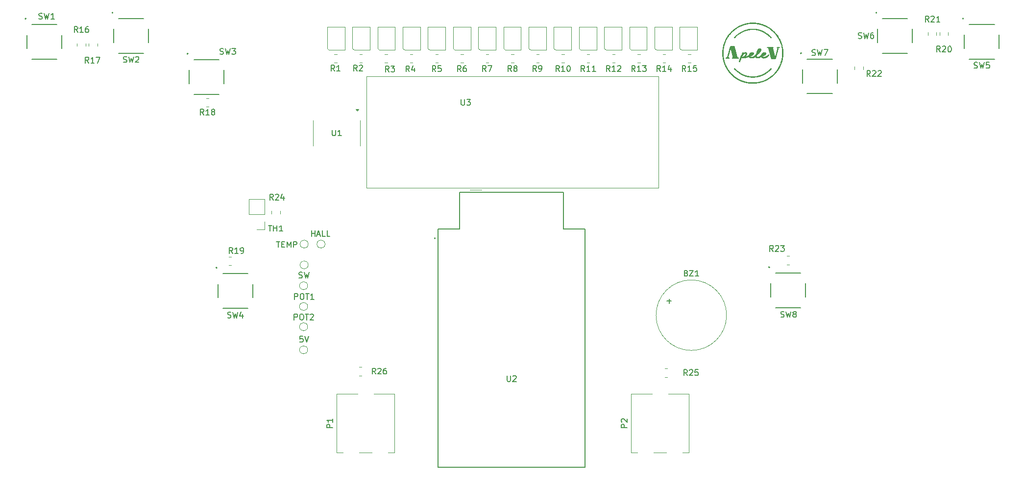
<source format=gbr>
%TF.GenerationSoftware,KiCad,Pcbnew,9.0.1*%
%TF.CreationDate,2026-02-02T11:40:33-05:00*%
%TF.ProjectId,Volante Maquinillo,566f6c61-6e74-4652-904d-617175696e69,rev?*%
%TF.SameCoordinates,Original*%
%TF.FileFunction,Legend,Top*%
%TF.FilePolarity,Positive*%
%FSLAX46Y46*%
G04 Gerber Fmt 4.6, Leading zero omitted, Abs format (unit mm)*
G04 Created by KiCad (PCBNEW 9.0.1) date 2026-02-02 11:40:33*
%MOMM*%
%LPD*%
G01*
G04 APERTURE LIST*
%ADD10C,0.000000*%
%ADD11C,0.100000*%
%ADD12C,0.180000*%
%ADD13C,0.120000*%
%ADD14C,0.127000*%
%ADD15C,0.200000*%
%ADD16C,0.160000*%
G04 APERTURE END LIST*
D10*
G36*
X195535975Y-66919997D02*
G01*
X195541433Y-66920776D01*
X195546445Y-66922098D01*
X195551299Y-66923918D01*
X195561700Y-66928862D01*
X195535348Y-66940244D01*
X195508477Y-66950988D01*
X195494863Y-66956024D01*
X195481141Y-66960781D01*
X195467316Y-66965222D01*
X195453396Y-66969306D01*
X195439388Y-66972995D01*
X195425299Y-66976249D01*
X195411136Y-66979028D01*
X195396905Y-66981293D01*
X195382614Y-66983005D01*
X195368270Y-66984123D01*
X195353880Y-66984610D01*
X195339450Y-66984425D01*
X195363263Y-66976488D01*
X195363263Y-66960613D01*
X195460818Y-66933674D01*
X195491796Y-66925885D01*
X195503852Y-66923248D01*
X195514007Y-66921387D01*
X195522552Y-66920256D01*
X195529778Y-66919808D01*
X195535975Y-66919997D01*
G37*
G36*
X193786783Y-67023083D02*
G01*
X193823504Y-67026127D01*
X193838031Y-67027751D01*
X193850483Y-67029519D01*
X193861220Y-67031491D01*
X193870602Y-67033724D01*
X193878991Y-67036276D01*
X193886745Y-67039206D01*
X193894227Y-67042571D01*
X193901796Y-67046430D01*
X193918638Y-67055862D01*
X193900861Y-67056279D01*
X193883193Y-67056256D01*
X193865603Y-67055829D01*
X193848060Y-67055036D01*
X193830533Y-67053912D01*
X193812993Y-67052493D01*
X193795408Y-67050816D01*
X193777747Y-67048917D01*
X193760122Y-67047029D01*
X193748499Y-67045522D01*
X193737203Y-67043764D01*
X193726169Y-67041686D01*
X193715329Y-67039221D01*
X193709961Y-67037822D01*
X193704616Y-67036300D01*
X193699287Y-67034646D01*
X193693964Y-67032853D01*
X193688640Y-67030912D01*
X193683306Y-67028814D01*
X193677954Y-67026550D01*
X193672575Y-67024113D01*
X193672575Y-67016175D01*
X193786783Y-67023083D01*
G37*
G36*
X196842746Y-59610886D02*
G01*
X196845752Y-59611376D01*
X196848661Y-59611955D01*
X196851476Y-59612622D01*
X196854204Y-59613375D01*
X196856847Y-59614211D01*
X196859410Y-59615128D01*
X196861899Y-59616124D01*
X196866671Y-59618344D01*
X196871199Y-59620854D01*
X196875518Y-59623638D01*
X196879666Y-59626676D01*
X196883680Y-59629953D01*
X196887596Y-59633451D01*
X196891449Y-59637152D01*
X196895278Y-59641040D01*
X196903007Y-59649307D01*
X196911075Y-59658113D01*
X196893634Y-59654202D01*
X196880355Y-59651007D01*
X196875030Y-59649558D01*
X196870451Y-59648143D01*
X196866520Y-59646716D01*
X196863138Y-59645228D01*
X196860208Y-59643631D01*
X196857632Y-59641876D01*
X196855311Y-59639917D01*
X196853147Y-59637706D01*
X196851042Y-59635193D01*
X196848899Y-59632332D01*
X196844102Y-59625371D01*
X196839637Y-59610488D01*
X196842746Y-59610886D01*
G37*
G36*
X195112491Y-58873446D02*
G01*
X195147462Y-58874781D01*
X195167507Y-58875324D01*
X195186808Y-58876176D01*
X195204569Y-58876806D01*
X195208098Y-58877646D01*
X195211368Y-58878577D01*
X195214403Y-58879604D01*
X195217229Y-58880732D01*
X195219872Y-58881967D01*
X195222358Y-58883314D01*
X195224712Y-58884778D01*
X195226960Y-58886363D01*
X195229127Y-58888076D01*
X195231240Y-58889920D01*
X195233323Y-58891902D01*
X195235403Y-58894027D01*
X195237505Y-58896299D01*
X195239655Y-58898723D01*
X195244200Y-58904050D01*
X195222053Y-58904765D01*
X195211291Y-58904776D01*
X195200701Y-58904546D01*
X195190257Y-58904068D01*
X195179933Y-58903334D01*
X195169703Y-58902336D01*
X195159540Y-58901067D01*
X195149418Y-58899519D01*
X195139312Y-58897684D01*
X195129193Y-58895556D01*
X195119038Y-58893126D01*
X195108818Y-58890386D01*
X195098508Y-58887330D01*
X195088082Y-58883950D01*
X195077513Y-58880238D01*
X195077513Y-58872300D01*
X195112491Y-58873446D01*
G37*
G36*
X195856167Y-59069273D02*
G01*
X195858550Y-59069343D01*
X195863945Y-59069622D01*
X195870642Y-59070087D01*
X195879200Y-59070738D01*
X195885448Y-59076009D01*
X195890300Y-59080164D01*
X195894129Y-59083574D01*
X195895777Y-59085117D01*
X195897308Y-59086613D01*
X195898769Y-59088109D01*
X195900207Y-59089651D01*
X195901668Y-59091287D01*
X195903199Y-59093062D01*
X195906656Y-59097217D01*
X195910950Y-59102488D01*
X195899652Y-59102896D01*
X195894304Y-59102976D01*
X195889127Y-59102945D01*
X195884096Y-59102784D01*
X195879187Y-59102472D01*
X195874376Y-59101990D01*
X195869640Y-59101316D01*
X195864954Y-59100431D01*
X195860295Y-59099314D01*
X195855640Y-59097945D01*
X195850963Y-59096304D01*
X195846243Y-59094371D01*
X195841454Y-59092124D01*
X195836572Y-59089545D01*
X195831575Y-59086613D01*
X195831575Y-59070738D01*
X195838831Y-59070087D01*
X195844598Y-59069622D01*
X195849435Y-59069343D01*
X195851679Y-59069273D01*
X195853899Y-59069250D01*
X195856167Y-59069273D01*
G37*
G36*
X197252387Y-65976362D02*
G01*
X197244987Y-65984214D01*
X197237555Y-65992037D01*
X197222622Y-66007616D01*
X197205878Y-66025196D01*
X197202764Y-66027840D01*
X197199792Y-66030262D01*
X197196934Y-66032477D01*
X197194161Y-66034495D01*
X197191444Y-66036329D01*
X197188755Y-66037990D01*
X197186066Y-66039492D01*
X197183348Y-66040846D01*
X197180572Y-66042063D01*
X197177710Y-66043157D01*
X197174734Y-66044140D01*
X197171615Y-66045023D01*
X197168324Y-66045818D01*
X197164833Y-66046538D01*
X197161114Y-66047194D01*
X197157138Y-66047800D01*
X197161286Y-66040941D01*
X197165397Y-66034480D01*
X197169504Y-66028386D01*
X197173636Y-66022627D01*
X197177825Y-66017173D01*
X197182101Y-66011993D01*
X197186497Y-66007055D01*
X197191042Y-66002330D01*
X197195768Y-65997785D01*
X197200705Y-65993389D01*
X197205885Y-65989113D01*
X197211339Y-65984924D01*
X197217098Y-65980792D01*
X197223193Y-65976685D01*
X197229654Y-65972573D01*
X197236513Y-65968425D01*
X197252387Y-65976362D01*
G37*
G36*
X192299388Y-59427925D02*
G01*
X192296732Y-59435805D01*
X192295587Y-59439031D01*
X192294512Y-59441847D01*
X192293469Y-59444303D01*
X192292420Y-59446448D01*
X192291326Y-59448331D01*
X192290750Y-59449190D01*
X192290148Y-59450002D01*
X192289516Y-59450773D01*
X192288848Y-59451510D01*
X192287388Y-59452905D01*
X192285728Y-59454235D01*
X192283831Y-59455552D01*
X192281657Y-59456903D01*
X192279169Y-59458338D01*
X192273095Y-59461660D01*
X192269006Y-59462751D01*
X192265207Y-59463657D01*
X192261657Y-59464383D01*
X192258317Y-59464933D01*
X192255147Y-59465314D01*
X192252105Y-59465529D01*
X192249154Y-59465584D01*
X192246252Y-59465483D01*
X192243359Y-59465232D01*
X192240435Y-59464835D01*
X192237442Y-59464298D01*
X192234337Y-59463625D01*
X192231082Y-59462821D01*
X192227636Y-59461892D01*
X192220013Y-59459675D01*
X192235358Y-59449455D01*
X192250771Y-59439336D01*
X192268072Y-59427894D01*
X192283513Y-59419988D01*
X192299388Y-59427925D01*
G37*
G36*
X192959735Y-66803862D02*
G01*
X192973145Y-66805583D01*
X192978641Y-66806426D01*
X192983486Y-66807304D01*
X192987795Y-66808252D01*
X192991687Y-66809304D01*
X192995276Y-66810496D01*
X192998678Y-66811862D01*
X193002012Y-66813437D01*
X193005391Y-66815257D01*
X193008934Y-66817356D01*
X193012755Y-66819768D01*
X193021700Y-66825675D01*
X193005825Y-66825675D01*
X193005825Y-66841550D01*
X192996171Y-66838029D01*
X192991617Y-66836245D01*
X192987228Y-66834419D01*
X192982988Y-66832530D01*
X192978885Y-66830558D01*
X192974904Y-66828483D01*
X192971032Y-66826285D01*
X192967256Y-66823944D01*
X192963560Y-66821440D01*
X192959932Y-66818753D01*
X192956358Y-66815862D01*
X192952824Y-66812748D01*
X192949317Y-66809390D01*
X192945822Y-66805768D01*
X192942325Y-66801862D01*
X192959735Y-66803862D01*
G37*
G36*
X191592950Y-59975613D02*
G01*
X191571244Y-59997193D01*
X191490873Y-60077254D01*
X191456209Y-60111756D01*
X191406140Y-60161648D01*
X191390699Y-60176965D01*
X191379387Y-60188408D01*
X191368247Y-60199945D01*
X191357270Y-60211590D01*
X191346446Y-60223353D01*
X191335766Y-60235248D01*
X191325221Y-60247287D01*
X191314801Y-60259482D01*
X191304497Y-60271845D01*
X191301886Y-60274421D01*
X191299295Y-60276845D01*
X191296714Y-60279129D01*
X191294132Y-60281283D01*
X191291540Y-60283319D01*
X191288929Y-60285247D01*
X191286289Y-60287079D01*
X191283609Y-60288826D01*
X191280879Y-60290498D01*
X191278091Y-60292107D01*
X191275234Y-60293664D01*
X191272299Y-60295180D01*
X191269275Y-60296665D01*
X191266153Y-60298131D01*
X191259575Y-60301050D01*
X191262019Y-60293177D01*
X191264845Y-60285658D01*
X191268027Y-60278464D01*
X191271543Y-60271563D01*
X191275369Y-60264924D01*
X191279480Y-60258516D01*
X191283852Y-60252309D01*
X191288462Y-60246271D01*
X191293285Y-60240371D01*
X191298298Y-60234579D01*
X191308796Y-60223192D01*
X191331013Y-60200343D01*
X191347826Y-60182761D01*
X191375082Y-60154539D01*
X191402450Y-60126425D01*
X191421906Y-60106442D01*
X191450828Y-60076949D01*
X191479841Y-60047546D01*
X191498165Y-60028906D01*
X191515436Y-60011611D01*
X191530621Y-59996327D01*
X191536159Y-59991645D01*
X191538883Y-59989450D01*
X191541592Y-59987346D01*
X191544298Y-59985329D01*
X191547012Y-59983394D01*
X191549745Y-59981538D01*
X191552509Y-59979757D01*
X191555315Y-59978045D01*
X191558173Y-59976400D01*
X191561096Y-59974816D01*
X191564095Y-59973290D01*
X191567181Y-59971817D01*
X191570366Y-59970393D01*
X191573660Y-59969014D01*
X191577075Y-59967675D01*
X191592950Y-59975613D01*
G37*
G36*
X192608538Y-66648046D02*
G01*
X192623790Y-66653131D01*
X192638854Y-66658437D01*
X192653752Y-66664035D01*
X192668506Y-66669995D01*
X192683141Y-66676385D01*
X192697677Y-66683276D01*
X192712138Y-66690737D01*
X192712138Y-66706612D01*
X192706721Y-66705704D01*
X192701453Y-66704710D01*
X192696320Y-66703627D01*
X192691306Y-66702449D01*
X192686394Y-66701173D01*
X192681571Y-66699794D01*
X192676820Y-66698307D01*
X192672125Y-66696707D01*
X192667472Y-66694991D01*
X192662844Y-66693153D01*
X192658227Y-66691190D01*
X192653604Y-66689096D01*
X192648960Y-66686867D01*
X192644279Y-66684499D01*
X192634747Y-66679327D01*
X192616020Y-66668940D01*
X192611051Y-66665624D01*
X192609010Y-66664221D01*
X192607220Y-66662938D01*
X192605647Y-66661737D01*
X192604258Y-66660580D01*
X192603019Y-66659430D01*
X192601897Y-66658247D01*
X192600857Y-66656996D01*
X192599866Y-66655637D01*
X192598892Y-66654133D01*
X192597899Y-66652446D01*
X192596854Y-66650538D01*
X192595725Y-66648372D01*
X192593075Y-66643112D01*
X192608538Y-66648046D01*
G37*
G36*
X192926450Y-63039488D02*
G01*
X192759763Y-63206175D01*
X192743888Y-63198237D01*
X192776959Y-63161454D01*
X192793645Y-63143324D01*
X192810555Y-63125453D01*
X192827785Y-63107901D01*
X192845428Y-63090730D01*
X192863578Y-63074003D01*
X192872872Y-63065825D01*
X192882329Y-63057781D01*
X192886761Y-63054167D01*
X192890274Y-63051264D01*
X192893198Y-63048764D01*
X192895864Y-63046360D01*
X192898604Y-63043744D01*
X192901749Y-63040608D01*
X192905629Y-63036646D01*
X192910575Y-63031550D01*
X192926450Y-63039488D01*
G37*
G36*
X192392785Y-59358635D02*
G01*
X192397521Y-59360364D01*
X192399500Y-59361129D01*
X192401281Y-59361860D01*
X192402911Y-59362579D01*
X192404436Y-59363309D01*
X192405903Y-59364075D01*
X192407358Y-59364898D01*
X192408848Y-59365803D01*
X192410420Y-59366813D01*
X192413993Y-59369239D01*
X192418450Y-59372363D01*
X192410513Y-59388238D01*
X192378763Y-59388238D01*
X192370825Y-59412050D01*
X192354950Y-59404113D01*
X192362888Y-59396175D01*
X192347013Y-59380300D01*
X192352950Y-59376021D01*
X192357679Y-59372673D01*
X192361663Y-59369975D01*
X192363522Y-59368784D01*
X192365368Y-59367650D01*
X192367262Y-59366540D01*
X192369260Y-59365418D01*
X192373802Y-59362999D01*
X192379461Y-59360116D01*
X192386700Y-59356488D01*
X192392785Y-59358635D01*
G37*
G36*
X196934888Y-66222425D02*
G01*
X196911075Y-66262113D01*
X196879325Y-66246238D01*
X196919013Y-66214487D01*
X196934888Y-66222425D01*
G37*
G36*
X193277836Y-58982093D02*
G01*
X193284908Y-58982327D01*
X193292127Y-58982770D01*
X193299513Y-58983425D01*
X193294936Y-58987819D01*
X193290196Y-58992018D01*
X193280253Y-58999846D01*
X193269746Y-59006943D01*
X193258733Y-59013338D01*
X193247276Y-59019065D01*
X193235433Y-59024155D01*
X193223265Y-59028638D01*
X193210831Y-59032547D01*
X193198193Y-59035913D01*
X193185409Y-59038768D01*
X193172539Y-59041143D01*
X193159645Y-59043070D01*
X193146785Y-59044580D01*
X193134020Y-59045705D01*
X193121409Y-59046476D01*
X193109013Y-59046925D01*
X193116950Y-59023113D01*
X193123965Y-59020028D01*
X193130905Y-59017090D01*
X193137806Y-59014285D01*
X193144704Y-59011600D01*
X193151638Y-59009020D01*
X193158642Y-59006533D01*
X193165753Y-59004124D01*
X193173009Y-59001781D01*
X193189351Y-58996457D01*
X193203499Y-58992301D01*
X193210392Y-58990470D01*
X193217193Y-58988809D01*
X193223924Y-58987322D01*
X193230606Y-58986011D01*
X193237261Y-58984881D01*
X193243910Y-58983936D01*
X193250576Y-58983177D01*
X193257280Y-58982611D01*
X193264044Y-58982239D01*
X193270888Y-58982065D01*
X193277836Y-58982093D01*
G37*
G36*
X194813565Y-58840287D02*
G01*
X194818871Y-58840575D01*
X194823637Y-58840961D01*
X194828449Y-58841501D01*
X194833895Y-58842252D01*
X194849030Y-58844612D01*
X194863266Y-58846180D01*
X194877426Y-58847251D01*
X194891540Y-58847901D01*
X194905636Y-58848205D01*
X194919744Y-58848240D01*
X194933890Y-58848083D01*
X194962419Y-58847496D01*
X194989605Y-58847532D01*
X195016248Y-58848366D01*
X195042490Y-58850036D01*
X195068478Y-58852582D01*
X195094354Y-58856043D01*
X195120264Y-58860457D01*
X195146352Y-58865863D01*
X195172763Y-58872300D01*
X195158376Y-58875773D01*
X195153179Y-58877145D01*
X195147998Y-58878580D01*
X195137682Y-58881613D01*
X195127419Y-58884827D01*
X195117200Y-58888176D01*
X195103551Y-58888713D01*
X195090183Y-58888823D01*
X195077012Y-58888513D01*
X195063952Y-58887792D01*
X195050919Y-58886668D01*
X195037827Y-58885147D01*
X195024593Y-58883239D01*
X195011129Y-58880951D01*
X194989988Y-58877488D01*
X194968827Y-58874323D01*
X194926441Y-58868732D01*
X194883960Y-58863863D01*
X194841372Y-58859402D01*
X194810552Y-58856177D01*
X194736200Y-58848488D01*
X194736200Y-58840550D01*
X194756291Y-58840268D01*
X194776384Y-58840054D01*
X194798987Y-58839775D01*
X194813565Y-58840287D01*
G37*
G36*
X196498294Y-66510252D02*
G01*
X196500752Y-66510599D01*
X196503162Y-66511214D01*
X196505619Y-66512084D01*
X196508216Y-66513198D01*
X196514200Y-66516112D01*
X196499100Y-66526592D01*
X196487535Y-66534468D01*
X196482845Y-66537545D01*
X196478760Y-66540111D01*
X196475187Y-66542212D01*
X196472032Y-66543894D01*
X196469203Y-66545204D01*
X196466606Y-66546188D01*
X196464149Y-66546894D01*
X196461738Y-66547367D01*
X196459281Y-66547653D01*
X196456684Y-66547801D01*
X196450700Y-66547863D01*
X196450700Y-66524050D01*
X196465800Y-66518500D01*
X196477365Y-66514438D01*
X196482055Y-66512936D01*
X196486140Y-66511772D01*
X196489713Y-66510933D01*
X196492868Y-66510408D01*
X196495698Y-66510185D01*
X196498294Y-66510252D01*
G37*
G36*
X196379262Y-66587550D02*
G01*
X196395138Y-66595488D01*
X196375619Y-66601828D01*
X196360606Y-66606455D01*
X196354469Y-66608155D01*
X196349074Y-66609460D01*
X196344294Y-66610384D01*
X196340000Y-66610938D01*
X196336065Y-66611132D01*
X196332362Y-66610980D01*
X196328761Y-66610492D01*
X196325135Y-66609680D01*
X196321356Y-66608555D01*
X196317297Y-66607130D01*
X196307825Y-66603425D01*
X196325545Y-66592945D01*
X196339079Y-66585069D01*
X196349264Y-66579426D01*
X196353363Y-66577326D01*
X196356938Y-66575643D01*
X196360095Y-66574333D01*
X196362938Y-66573349D01*
X196365572Y-66572644D01*
X196368100Y-66572171D01*
X196370629Y-66571884D01*
X196373263Y-66571737D01*
X196379262Y-66571675D01*
X196379262Y-66587550D01*
G37*
G36*
X197600706Y-65608308D02*
G01*
X197599655Y-65613017D01*
X197598476Y-65617457D01*
X197597162Y-65621657D01*
X197595707Y-65625649D01*
X197594102Y-65629461D01*
X197592340Y-65633124D01*
X197590414Y-65636667D01*
X197588317Y-65640122D01*
X197586040Y-65643517D01*
X197583578Y-65646882D01*
X197580922Y-65650248D01*
X197578064Y-65653645D01*
X197574999Y-65657103D01*
X197568213Y-65664319D01*
X197552273Y-65680993D01*
X197535161Y-65698550D01*
X197500310Y-65734889D01*
X197482963Y-65752919D01*
X197461567Y-65775713D01*
X197440454Y-65798761D01*
X197398673Y-65845270D01*
X197390700Y-65853334D01*
X197382630Y-65861141D01*
X197374456Y-65868732D01*
X197366170Y-65876150D01*
X197357765Y-65883436D01*
X197349234Y-65890633D01*
X197340569Y-65897782D01*
X197331762Y-65904925D01*
X197315887Y-65896988D01*
X197341331Y-65868371D01*
X197367018Y-65840027D01*
X197380026Y-65826013D01*
X197393184Y-65812134D01*
X197406521Y-65798413D01*
X197420067Y-65784870D01*
X197429331Y-65775613D01*
X197438449Y-65766266D01*
X197447440Y-65756829D01*
X197456318Y-65747304D01*
X197465101Y-65737690D01*
X197473805Y-65727987D01*
X197491039Y-65708317D01*
X197519675Y-65675544D01*
X197548556Y-65642988D01*
X197568803Y-65620167D01*
X197574432Y-65614600D01*
X197576770Y-65612347D01*
X197578856Y-65610416D01*
X197580736Y-65608781D01*
X197582459Y-65607418D01*
X197583277Y-65606831D01*
X197584074Y-65606302D01*
X197584855Y-65605829D01*
X197585627Y-65605409D01*
X197586396Y-65605038D01*
X197587168Y-65604713D01*
X197587949Y-65604431D01*
X197588744Y-65604190D01*
X197589561Y-65603985D01*
X197590404Y-65603815D01*
X197592195Y-65603564D01*
X197594166Y-65603411D01*
X197596365Y-65603333D01*
X197601638Y-65603300D01*
X197600706Y-65608308D01*
G37*
G36*
X196007081Y-59135781D02*
G01*
X196015890Y-59137376D01*
X196033485Y-59140687D01*
X196053298Y-59144315D01*
X196069700Y-59150113D01*
X196077637Y-59173925D01*
X196060228Y-59171925D01*
X196046818Y-59170205D01*
X196041322Y-59169362D01*
X196036477Y-59168484D01*
X196032168Y-59167536D01*
X196028276Y-59166484D01*
X196024687Y-59165292D01*
X196021285Y-59163926D01*
X196017951Y-59162351D01*
X196014572Y-59160531D01*
X196011029Y-59158432D01*
X196007208Y-59156020D01*
X195998263Y-59150113D01*
X195998263Y-59134238D01*
X196007081Y-59135781D01*
G37*
G36*
X196020946Y-66739730D02*
G01*
X196021639Y-66739772D01*
X196022333Y-66739848D01*
X196023033Y-66739959D01*
X196023744Y-66740106D01*
X196024472Y-66740289D01*
X196025222Y-66740509D01*
X196026812Y-66741062D01*
X196028557Y-66741773D01*
X196030499Y-66742646D01*
X196032683Y-66743688D01*
X196037950Y-66746300D01*
X196037950Y-66770112D01*
X196020845Y-66776095D01*
X196003720Y-66782019D01*
X195984465Y-66788716D01*
X195978493Y-66790435D01*
X195973714Y-66791728D01*
X195971620Y-66792233D01*
X195969640Y-66792654D01*
X195967714Y-66792998D01*
X195965780Y-66793274D01*
X195963778Y-66793489D01*
X195961646Y-66793651D01*
X195959323Y-66793766D01*
X195956747Y-66793844D01*
X195950595Y-66793915D01*
X195942700Y-66793925D01*
X195934762Y-66817737D01*
X195863325Y-66809800D01*
X195868812Y-66806232D01*
X195874325Y-66802821D01*
X195879866Y-66799553D01*
X195885437Y-66796417D01*
X195896672Y-66790492D01*
X195908042Y-66784948D01*
X195919558Y-66779689D01*
X195931232Y-66774618D01*
X195955102Y-66764655D01*
X195973877Y-66756640D01*
X195991844Y-66749183D01*
X196008264Y-66742310D01*
X196012854Y-66741022D01*
X196014772Y-66740532D01*
X196016496Y-66740152D01*
X196018071Y-66739888D01*
X196018816Y-66739801D01*
X196019540Y-66739745D01*
X196020248Y-66739721D01*
X196020946Y-66739730D01*
G37*
G36*
X191852150Y-66165770D02*
G01*
X191855755Y-66165993D01*
X191859246Y-66166389D01*
X191862659Y-66166971D01*
X191866033Y-66167749D01*
X191869406Y-66168734D01*
X191872814Y-66169938D01*
X191876297Y-66171372D01*
X191879891Y-66173048D01*
X191883635Y-66174976D01*
X191887566Y-66177169D01*
X191891723Y-66179637D01*
X191912435Y-66196628D01*
X191933395Y-66213371D01*
X191936416Y-66216477D01*
X191939176Y-66219411D01*
X191941688Y-66222208D01*
X191943967Y-66224905D01*
X191946026Y-66227535D01*
X191947879Y-66230133D01*
X191949539Y-66232736D01*
X191951020Y-66235377D01*
X191952336Y-66238092D01*
X191953501Y-66240916D01*
X191954528Y-66243884D01*
X191955431Y-66247032D01*
X191956223Y-66250393D01*
X191956919Y-66254004D01*
X191957532Y-66257899D01*
X191958075Y-66262113D01*
X191952500Y-66259547D01*
X191947028Y-66256855D01*
X191941650Y-66254043D01*
X191936359Y-66251121D01*
X191931147Y-66248094D01*
X191926005Y-66244970D01*
X191915902Y-66238461D01*
X191905986Y-66231653D01*
X191896192Y-66224605D01*
X191876716Y-66210023D01*
X191863383Y-66200116D01*
X191855223Y-66193895D01*
X191847129Y-66187587D01*
X191839086Y-66181214D01*
X191831075Y-66174800D01*
X191831075Y-66166862D01*
X191835822Y-66166387D01*
X191840265Y-66166029D01*
X191844443Y-66165799D01*
X191848391Y-66165709D01*
X191852150Y-66165770D01*
G37*
G36*
X196903137Y-66262113D02*
G01*
X196847575Y-66301800D01*
X196831701Y-66293862D01*
X196837638Y-66287111D01*
X196842366Y-66281801D01*
X196846351Y-66277468D01*
X196850056Y-66273647D01*
X196853947Y-66269872D01*
X196858489Y-66265679D01*
X196864148Y-66260601D01*
X196871388Y-66254175D01*
X196903137Y-66262113D01*
G37*
G36*
X191859342Y-66165430D02*
G01*
X191862289Y-66165696D01*
X191864944Y-66166153D01*
X191867385Y-66166818D01*
X191869692Y-66167709D01*
X191871944Y-66168842D01*
X191874220Y-66170237D01*
X191876599Y-66171909D01*
X191879161Y-66173877D01*
X191885150Y-66178769D01*
X191894575Y-66190675D01*
X191886638Y-66206550D01*
X191882426Y-66204618D01*
X191878370Y-66202660D01*
X191874456Y-66200669D01*
X191870672Y-66198632D01*
X191867008Y-66196540D01*
X191863450Y-66194381D01*
X191859986Y-66192147D01*
X191856605Y-66189825D01*
X191853294Y-66187406D01*
X191850041Y-66184878D01*
X191846835Y-66182233D01*
X191843663Y-66179458D01*
X191840513Y-66176544D01*
X191837373Y-66173481D01*
X191834231Y-66170257D01*
X191831075Y-66166862D01*
X191843041Y-66165924D01*
X191847952Y-66165601D01*
X191852252Y-66165400D01*
X191856023Y-66165337D01*
X191859342Y-66165430D01*
G37*
G36*
X192009841Y-66286618D02*
G01*
X192013659Y-66287319D01*
X192017190Y-66288050D01*
X192020469Y-66288830D01*
X192023533Y-66289682D01*
X192026417Y-66290626D01*
X192029159Y-66291683D01*
X192031793Y-66292873D01*
X192034356Y-66294219D01*
X192036883Y-66295741D01*
X192039412Y-66297459D01*
X192041977Y-66299395D01*
X192044615Y-66301570D01*
X192047361Y-66304005D01*
X192050253Y-66306720D01*
X192053325Y-66309738D01*
X192045388Y-66325613D01*
X192038353Y-66322259D01*
X192031861Y-66318974D01*
X192028782Y-66317319D01*
X192025796Y-66315635D01*
X192022887Y-66313907D01*
X192020040Y-66312120D01*
X192017241Y-66310259D01*
X192014476Y-66308307D01*
X192011729Y-66306251D01*
X192008986Y-66304075D01*
X192006233Y-66301763D01*
X192003455Y-66299301D01*
X192000636Y-66296672D01*
X191997763Y-66293862D01*
X192005700Y-66285925D01*
X192009841Y-66286618D01*
G37*
G36*
X197369517Y-65853574D02*
G01*
X197367560Y-65857631D01*
X197365568Y-65861545D01*
X197363532Y-65865328D01*
X197361440Y-65868993D01*
X197359281Y-65872551D01*
X197357047Y-65876015D01*
X197354725Y-65879396D01*
X197352306Y-65882707D01*
X197349778Y-65885960D01*
X197347133Y-65889166D01*
X197344358Y-65892338D01*
X197341445Y-65895488D01*
X197338381Y-65898628D01*
X197335157Y-65901770D01*
X197331762Y-65904925D01*
X197315887Y-65896988D01*
X197325586Y-65884898D01*
X197335438Y-65872931D01*
X197345437Y-65861087D01*
X197355575Y-65849363D01*
X197371450Y-65849363D01*
X197369517Y-65853574D01*
G37*
G36*
X192275575Y-66460550D02*
G01*
X192285935Y-66465372D01*
X192289843Y-66467105D01*
X192293522Y-66468634D01*
X192297439Y-66470144D01*
X192302058Y-66471822D01*
X192315263Y-66476425D01*
X192331225Y-66484189D01*
X192347113Y-66492099D01*
X192378763Y-66508175D01*
X192378763Y-66524050D01*
X192396622Y-66527026D01*
X192403999Y-66528832D01*
X192411000Y-66530814D01*
X192417717Y-66532998D01*
X192424239Y-66535411D01*
X192430658Y-66538078D01*
X192437064Y-66541025D01*
X192443548Y-66544278D01*
X192450200Y-66547863D01*
X192450200Y-66563738D01*
X192468060Y-66566714D01*
X192475436Y-66568520D01*
X192482438Y-66570502D01*
X192489154Y-66572686D01*
X192495677Y-66575099D01*
X192502096Y-66577766D01*
X192508502Y-66580713D01*
X192514986Y-66583965D01*
X192521638Y-66587550D01*
X192521638Y-66603425D01*
X192541977Y-66609874D01*
X192558233Y-66615700D01*
X192574124Y-66621820D01*
X192589717Y-66628256D01*
X192605077Y-66635029D01*
X192620270Y-66642161D01*
X192635361Y-66649675D01*
X192650418Y-66657592D01*
X192665505Y-66665933D01*
X192679933Y-66673653D01*
X192694409Y-66680921D01*
X192708957Y-66687793D01*
X192723606Y-66694325D01*
X192738381Y-66700574D01*
X192753309Y-66706594D01*
X192768416Y-66712444D01*
X192783730Y-66718177D01*
X192799215Y-66724159D01*
X192814620Y-66730330D01*
X192845242Y-66743118D01*
X192906111Y-66769616D01*
X192929994Y-66780069D01*
X192976370Y-66800394D01*
X193020575Y-66819576D01*
X193064860Y-66838574D01*
X193091122Y-66849797D01*
X193109013Y-66857425D01*
X193102941Y-66859223D01*
X193096717Y-66860633D01*
X193090351Y-66861671D01*
X193083856Y-66862353D01*
X193077242Y-66862695D01*
X193070520Y-66862714D01*
X193056800Y-66861844D01*
X193042787Y-66859871D01*
X193028571Y-66856923D01*
X193014243Y-66853130D01*
X192999893Y-66848620D01*
X192985611Y-66843520D01*
X192971488Y-66837960D01*
X192957616Y-66832067D01*
X192944083Y-66825970D01*
X192918401Y-66813678D01*
X192895165Y-66802110D01*
X192864811Y-66786391D01*
X192856719Y-66782693D01*
X192848584Y-66779173D01*
X192840407Y-66775801D01*
X192832191Y-66772550D01*
X192815643Y-66766298D01*
X192798954Y-66760191D01*
X192781744Y-66753495D01*
X192764828Y-66746444D01*
X192748158Y-66739052D01*
X192731686Y-66731335D01*
X192715362Y-66723308D01*
X192699140Y-66714986D01*
X192682971Y-66706385D01*
X192666805Y-66697520D01*
X192654848Y-66691043D01*
X192642841Y-66684823D01*
X192630775Y-66678826D01*
X192618642Y-66673020D01*
X192606433Y-66667372D01*
X192594140Y-66661850D01*
X192569263Y-66651050D01*
X192534199Y-66633856D01*
X192499480Y-66616087D01*
X192465079Y-66597776D01*
X192430970Y-66578957D01*
X192397124Y-66559661D01*
X192363517Y-66539922D01*
X192330120Y-66519773D01*
X192296907Y-66499245D01*
X192271360Y-66483285D01*
X192245680Y-66467011D01*
X192230944Y-66457565D01*
X192221595Y-66451326D01*
X192212075Y-66444675D01*
X192212075Y-66436738D01*
X192267638Y-66436738D01*
X192275575Y-66460550D01*
G37*
G36*
X196535346Y-66479076D02*
G01*
X196537540Y-66480210D01*
X196539501Y-66481262D01*
X196541276Y-66482268D01*
X196542911Y-66483262D01*
X196544454Y-66484279D01*
X196545950Y-66485355D01*
X196547446Y-66486523D01*
X196548988Y-66487820D01*
X196550624Y-66489279D01*
X196552399Y-66490936D01*
X196556554Y-66494982D01*
X196561825Y-66500238D01*
X196522138Y-66508175D01*
X196522138Y-66524050D01*
X196482450Y-66516112D01*
X196488129Y-66510307D01*
X196493719Y-66504894D01*
X196499303Y-66499798D01*
X196502119Y-66497345D01*
X196504965Y-66494943D01*
X196510790Y-66490253D01*
X196516860Y-66485654D01*
X196523261Y-66481070D01*
X196530075Y-66476425D01*
X196535346Y-66479076D01*
G37*
G36*
X193932528Y-58839853D02*
G01*
X193952372Y-58840054D01*
X193972588Y-58840163D01*
X194021825Y-58840550D01*
X194021825Y-58848488D01*
X193991079Y-58854746D01*
X193960310Y-58860890D01*
X193942760Y-58864533D01*
X193932116Y-58866569D01*
X193921968Y-58868305D01*
X193917033Y-58869014D01*
X193912166Y-58869595D01*
X193907348Y-58870029D01*
X193902559Y-58870298D01*
X193897782Y-58870384D01*
X193892997Y-58870270D01*
X193888185Y-58869937D01*
X193883329Y-58869367D01*
X193878409Y-58868542D01*
X193873405Y-58867446D01*
X193868300Y-58866058D01*
X193863075Y-58864363D01*
X193847200Y-58848488D01*
X193855575Y-58846251D01*
X193863772Y-58844376D01*
X193871864Y-58842846D01*
X193879924Y-58841645D01*
X193888025Y-58840754D01*
X193896241Y-58840157D01*
X193904643Y-58839836D01*
X193913305Y-58839775D01*
X193932528Y-58839853D01*
G37*
G36*
X193647140Y-58895944D02*
G01*
X193656700Y-58896113D01*
X193644722Y-58903498D01*
X193631872Y-58910317D01*
X193618254Y-58916579D01*
X193603971Y-58922293D01*
X193589128Y-58927470D01*
X193573828Y-58932119D01*
X193558175Y-58936249D01*
X193542274Y-58939871D01*
X193526228Y-58942993D01*
X193510141Y-58945626D01*
X193494116Y-58947779D01*
X193478259Y-58949461D01*
X193462672Y-58950682D01*
X193447460Y-58951451D01*
X193432726Y-58951779D01*
X193418575Y-58951675D01*
X193421971Y-58947675D01*
X193425586Y-58943913D01*
X193429411Y-58940380D01*
X193433434Y-58937068D01*
X193437643Y-58933968D01*
X193442027Y-58931071D01*
X193446576Y-58928368D01*
X193451277Y-58925852D01*
X193461094Y-58921341D01*
X193471387Y-58917470D01*
X193482068Y-58914168D01*
X193493046Y-58911366D01*
X193504231Y-58908994D01*
X193515534Y-58906983D01*
X193538135Y-58903764D01*
X193580798Y-58898593D01*
X193590332Y-58897818D01*
X193599820Y-58897172D01*
X193609276Y-58896657D01*
X193618720Y-58896274D01*
X193628167Y-58896027D01*
X193637634Y-58895916D01*
X193647140Y-58895944D01*
G37*
G36*
X194664763Y-58808800D02*
G01*
X194664763Y-58816738D01*
X194513950Y-58824675D01*
X194513950Y-58832613D01*
X194484464Y-58833692D01*
X194277957Y-58843022D01*
X194175348Y-58849398D01*
X194073032Y-58857367D01*
X193970906Y-58867270D01*
X193868867Y-58879448D01*
X193766812Y-58894241D01*
X193664638Y-58911988D01*
X193624857Y-58919274D01*
X193587312Y-58926276D01*
X193549822Y-58933529D01*
X193512394Y-58941096D01*
X193475037Y-58949040D01*
X193467936Y-58950030D01*
X193460891Y-58950775D01*
X193453880Y-58951303D01*
X193446882Y-58951643D01*
X193439874Y-58951822D01*
X193432835Y-58951869D01*
X193425742Y-58951810D01*
X193418575Y-58951675D01*
X193421467Y-58948380D01*
X193424445Y-58945269D01*
X193427506Y-58942334D01*
X193430647Y-58939570D01*
X193433864Y-58936968D01*
X193437156Y-58934521D01*
X193440519Y-58932223D01*
X193443949Y-58930064D01*
X193451001Y-58926141D01*
X193458286Y-58922693D01*
X193465782Y-58919663D01*
X193473462Y-58916991D01*
X193481303Y-58914621D01*
X193489281Y-58912493D01*
X193505545Y-58908734D01*
X193522061Y-58905248D01*
X193538630Y-58901570D01*
X193569066Y-58894324D01*
X193636988Y-58879555D01*
X193704955Y-58866532D01*
X193772975Y-58855149D01*
X193841052Y-58845301D01*
X193977406Y-58829795D01*
X194114067Y-58819175D01*
X194251084Y-58812603D01*
X194388506Y-58809242D01*
X194526382Y-58808254D01*
X194664763Y-58808800D01*
G37*
G36*
X196322101Y-59275903D02*
G01*
X196325738Y-59276192D01*
X196329222Y-59276691D01*
X196332603Y-59277414D01*
X196335931Y-59278376D01*
X196339255Y-59279591D01*
X196342625Y-59281073D01*
X196346090Y-59282836D01*
X196349701Y-59284895D01*
X196353506Y-59287264D01*
X196357556Y-59289957D01*
X196361899Y-59292988D01*
X196379262Y-59308863D01*
X196375131Y-59312150D01*
X196373385Y-59313502D01*
X196371790Y-59314692D01*
X196370300Y-59315742D01*
X196368868Y-59316676D01*
X196367447Y-59317517D01*
X196365992Y-59318289D01*
X196364455Y-59319013D01*
X196362790Y-59319715D01*
X196360951Y-59320416D01*
X196358892Y-59321141D01*
X196356564Y-59321913D01*
X196353923Y-59322754D01*
X196347513Y-59324738D01*
X196343732Y-59323119D01*
X196340033Y-59321440D01*
X196336406Y-59319705D01*
X196332845Y-59317915D01*
X196325880Y-59314179D01*
X196319068Y-59310253D01*
X196312339Y-59306152D01*
X196305623Y-59301896D01*
X196291950Y-59292988D01*
X196299887Y-59277113D01*
X196305032Y-59276565D01*
X196309777Y-59276155D01*
X196314170Y-59275899D01*
X196318261Y-59275811D01*
X196322101Y-59275903D01*
G37*
G36*
X193228166Y-66913909D02*
G01*
X193236028Y-66914978D01*
X193243742Y-66916196D01*
X193251326Y-66917559D01*
X193258801Y-66919067D01*
X193266185Y-66920718D01*
X193280757Y-66924441D01*
X193295192Y-66928718D01*
X193309643Y-66933534D01*
X193324262Y-66938878D01*
X193339200Y-66944737D01*
X193331263Y-66920925D01*
X193402700Y-66936800D01*
X193378888Y-66960613D01*
X193368467Y-66960205D01*
X193358160Y-66959383D01*
X193347955Y-66958175D01*
X193337844Y-66956613D01*
X193327815Y-66954724D01*
X193317859Y-66952540D01*
X193307966Y-66950089D01*
X193298126Y-66947401D01*
X193278567Y-66941433D01*
X193259102Y-66934873D01*
X193220138Y-66920925D01*
X193220138Y-66912988D01*
X193228166Y-66913909D01*
G37*
G36*
X196542153Y-59412743D02*
G01*
X196545971Y-59413445D01*
X196549502Y-59414175D01*
X196552781Y-59414956D01*
X196555845Y-59415807D01*
X196558729Y-59416751D01*
X196561471Y-59417808D01*
X196564105Y-59418999D01*
X196566667Y-59420344D01*
X196569195Y-59421866D01*
X196571723Y-59423584D01*
X196574289Y-59425521D01*
X196576927Y-59427696D01*
X196579674Y-59430130D01*
X196582565Y-59432846D01*
X196585638Y-59435863D01*
X196585638Y-59451738D01*
X196577330Y-59448649D01*
X196569674Y-59445661D01*
X196566050Y-59444149D01*
X196562539Y-59442596D01*
X196559126Y-59440980D01*
X196555793Y-59439280D01*
X196552525Y-59437472D01*
X196549305Y-59435536D01*
X196546116Y-59433450D01*
X196542943Y-59431190D01*
X196539769Y-59428736D01*
X196536577Y-59426066D01*
X196533352Y-59423157D01*
X196530075Y-59419988D01*
X196538012Y-59412050D01*
X196542153Y-59412743D01*
G37*
G36*
X192552708Y-59278595D02*
G01*
X192553442Y-59278659D01*
X192554178Y-59278760D01*
X192554920Y-59278897D01*
X192555675Y-59279072D01*
X192556449Y-59279285D01*
X192558075Y-59279827D01*
X192559844Y-59280531D01*
X192561801Y-59281400D01*
X192563993Y-59282439D01*
X192569263Y-59285050D01*
X192559403Y-59292910D01*
X192551776Y-59298817D01*
X192548625Y-59301125D01*
X192545822Y-59303049D01*
X192543299Y-59304625D01*
X192540986Y-59305886D01*
X192538811Y-59306869D01*
X192536707Y-59307607D01*
X192534602Y-59308136D01*
X192532428Y-59308491D01*
X192530114Y-59308706D01*
X192527591Y-59308816D01*
X192521638Y-59308863D01*
X192521638Y-59324738D01*
X192489888Y-59324738D01*
X192489888Y-59300925D01*
X192505247Y-59294675D01*
X192520646Y-59288523D01*
X192537947Y-59281547D01*
X192543075Y-59280099D01*
X192545210Y-59279543D01*
X192547122Y-59279107D01*
X192548855Y-59278796D01*
X192550455Y-59278614D01*
X192551220Y-59278573D01*
X192551969Y-59278567D01*
X192552708Y-59278595D01*
G37*
D11*
X195651856Y-62101745D02*
X195672825Y-62102863D01*
X195672825Y-62118738D01*
X195689692Y-62120722D01*
X195699976Y-62123749D01*
X195709699Y-62127299D01*
X195718893Y-62131353D01*
X195727593Y-62135893D01*
X195735832Y-62140899D01*
X195743646Y-62146354D01*
X195751066Y-62152238D01*
X195758128Y-62158533D01*
X195764865Y-62165219D01*
X195771312Y-62172279D01*
X195777501Y-62179694D01*
X195783467Y-62187444D01*
X195789244Y-62195512D01*
X195794866Y-62203877D01*
X195800366Y-62212523D01*
X195805778Y-62221429D01*
X195809243Y-62230737D01*
X195812259Y-62240163D01*
X195817000Y-62259330D01*
X195820119Y-62278860D01*
X195821733Y-62298679D01*
X195821958Y-62318714D01*
X195820910Y-62338893D01*
X195818708Y-62359142D01*
X195815467Y-62379389D01*
X195811304Y-62399560D01*
X195806335Y-62419584D01*
X195800679Y-62439387D01*
X195794450Y-62458896D01*
X195787767Y-62478039D01*
X195780745Y-62496743D01*
X195766153Y-62532542D01*
X195758441Y-62549383D01*
X195750407Y-62565936D01*
X195742058Y-62582221D01*
X195733405Y-62598255D01*
X195724458Y-62614056D01*
X195715225Y-62629641D01*
X195695943Y-62660235D01*
X195675635Y-62690181D01*
X195654378Y-62719620D01*
X195632249Y-62748696D01*
X195609325Y-62777550D01*
X195592582Y-62798944D01*
X195570889Y-62825761D01*
X195548763Y-62852135D01*
X195526214Y-62878078D01*
X195503252Y-62903599D01*
X195479890Y-62928711D01*
X195456137Y-62953423D01*
X195407506Y-63001693D01*
X195357447Y-63048496D01*
X195306048Y-63093919D01*
X195253397Y-63138047D01*
X195199583Y-63180967D01*
X195184605Y-63192655D01*
X195170199Y-63203834D01*
X195155758Y-63214967D01*
X195143985Y-63224345D01*
X195133048Y-63233585D01*
X195122908Y-63242761D01*
X195113524Y-63251943D01*
X195104859Y-63261203D01*
X195096872Y-63270614D01*
X195089526Y-63280246D01*
X195082780Y-63290172D01*
X195076597Y-63300462D01*
X195070936Y-63311190D01*
X195065759Y-63322425D01*
X195061027Y-63334241D01*
X195056700Y-63346708D01*
X195052740Y-63359899D01*
X195049107Y-63373885D01*
X195045763Y-63388738D01*
X195044350Y-63402545D01*
X195043510Y-63415893D01*
X195043246Y-63428826D01*
X195043561Y-63441388D01*
X195044457Y-63453623D01*
X195045936Y-63465575D01*
X195048001Y-63477288D01*
X195050655Y-63488807D01*
X195053900Y-63500175D01*
X195057739Y-63511436D01*
X195062174Y-63522635D01*
X195067209Y-63533816D01*
X195072845Y-63545022D01*
X195079085Y-63556299D01*
X195085932Y-63567689D01*
X195093388Y-63579238D01*
X195112957Y-63587558D01*
X195133115Y-63594339D01*
X195153782Y-63599660D01*
X195174873Y-63603601D01*
X195196309Y-63606242D01*
X195218006Y-63607663D01*
X195239882Y-63607944D01*
X195261856Y-63607165D01*
X195283846Y-63605406D01*
X195305769Y-63602746D01*
X195327544Y-63599265D01*
X195349088Y-63595045D01*
X195370320Y-63590163D01*
X195391157Y-63584701D01*
X195411518Y-63578738D01*
X195431320Y-63572354D01*
X195442127Y-63568226D01*
X195452903Y-63564015D01*
X195474388Y-63555425D01*
X195490263Y-63555425D01*
X195490263Y-63539550D01*
X195506634Y-63532481D01*
X195526623Y-63522849D01*
X195546271Y-63512634D01*
X195565589Y-63501867D01*
X195584589Y-63490578D01*
X195603281Y-63478796D01*
X195621678Y-63466551D01*
X195639791Y-63453874D01*
X195657630Y-63440794D01*
X195675208Y-63427340D01*
X195692536Y-63413544D01*
X195726487Y-63385042D01*
X195759574Y-63355527D01*
X195791888Y-63325238D01*
X195807639Y-63310448D01*
X195815841Y-63302409D01*
X195823723Y-63294401D01*
X195831292Y-63286392D01*
X195838557Y-63278354D01*
X195845530Y-63270258D01*
X195852218Y-63262074D01*
X195858630Y-63253773D01*
X195864777Y-63245326D01*
X195870667Y-63236703D01*
X195876310Y-63227876D01*
X195881715Y-63218814D01*
X195886891Y-63209489D01*
X195891848Y-63199871D01*
X195896594Y-63189931D01*
X195901139Y-63179640D01*
X195905493Y-63168968D01*
X195912315Y-63152770D01*
X195919621Y-63136966D01*
X195927391Y-63121533D01*
X195935607Y-63106447D01*
X195944248Y-63091686D01*
X195953295Y-63077227D01*
X195962728Y-63063047D01*
X195972527Y-63049124D01*
X195982674Y-63035435D01*
X195993147Y-63021957D01*
X196003929Y-63008666D01*
X196014998Y-62995541D01*
X196037922Y-62969696D01*
X196061762Y-62944238D01*
X196081606Y-62922906D01*
X196099000Y-62907249D01*
X196116525Y-62892379D01*
X196134221Y-62878326D01*
X196152126Y-62865122D01*
X196170281Y-62852797D01*
X196188723Y-62841381D01*
X196207493Y-62830906D01*
X196226630Y-62821402D01*
X196246172Y-62812899D01*
X196266159Y-62805428D01*
X196286631Y-62799021D01*
X196307625Y-62793707D01*
X196329182Y-62789517D01*
X196351340Y-62786482D01*
X196374139Y-62784632D01*
X196397618Y-62783999D01*
X196422469Y-62783705D01*
X196434428Y-62783794D01*
X196445894Y-62784127D01*
X196456918Y-62784737D01*
X196467552Y-62785652D01*
X196477846Y-62786904D01*
X196487850Y-62788523D01*
X196497616Y-62790539D01*
X196507195Y-62792984D01*
X196516636Y-62795888D01*
X196525991Y-62799280D01*
X196535311Y-62803193D01*
X196544646Y-62807657D01*
X196554048Y-62812701D01*
X196563566Y-62818356D01*
X196573252Y-62824654D01*
X196583157Y-62831625D01*
X196605574Y-62847655D01*
X196612249Y-62853727D01*
X196618364Y-62859827D01*
X196623946Y-62865978D01*
X196629019Y-62872199D01*
X196633608Y-62878514D01*
X196637737Y-62884945D01*
X196641433Y-62891511D01*
X196644719Y-62898237D01*
X196647620Y-62905143D01*
X196650161Y-62912251D01*
X196652368Y-62919583D01*
X196654264Y-62927160D01*
X196655875Y-62935005D01*
X196657226Y-62943138D01*
X196658341Y-62951583D01*
X196659245Y-62960361D01*
X196659477Y-62977879D01*
X196659110Y-62994766D01*
X196658117Y-63011071D01*
X196656472Y-63026843D01*
X196654149Y-63042133D01*
X196651120Y-63056991D01*
X196647359Y-63071466D01*
X196642840Y-63085609D01*
X196637537Y-63099470D01*
X196631422Y-63113098D01*
X196624469Y-63126543D01*
X196616653Y-63139856D01*
X196607945Y-63153086D01*
X196598320Y-63166284D01*
X196587751Y-63179499D01*
X196576212Y-63192780D01*
X196564991Y-63204259D01*
X196553575Y-63215291D01*
X196541960Y-63225896D01*
X196530143Y-63236091D01*
X196518121Y-63245895D01*
X196505890Y-63255326D01*
X196493446Y-63264403D01*
X196480787Y-63273144D01*
X196467908Y-63281567D01*
X196454806Y-63289690D01*
X196441479Y-63297533D01*
X196427921Y-63305113D01*
X196414130Y-63312449D01*
X196400103Y-63319559D01*
X196385836Y-63326462D01*
X196371325Y-63333175D01*
X196345559Y-63345112D01*
X196333319Y-63350031D01*
X196321015Y-63354474D01*
X196308637Y-63358499D01*
X196296177Y-63362163D01*
X196283624Y-63365523D01*
X196270969Y-63368636D01*
X196258203Y-63371560D01*
X196245317Y-63374351D01*
X196225665Y-63378545D01*
X196213411Y-63380815D01*
X196201189Y-63382806D01*
X196176819Y-63386002D01*
X196152505Y-63388237D01*
X196128196Y-63389619D01*
X196103842Y-63390254D01*
X196079394Y-63390248D01*
X196054801Y-63389707D01*
X196030013Y-63388738D01*
X196032148Y-63420489D01*
X196033202Y-63433639D01*
X196034355Y-63445313D01*
X196035689Y-63455766D01*
X196037286Y-63465255D01*
X196039225Y-63474035D01*
X196041590Y-63482362D01*
X196044462Y-63490491D01*
X196047921Y-63498679D01*
X196052049Y-63507182D01*
X196056927Y-63516255D01*
X196062638Y-63526153D01*
X196069262Y-63537133D01*
X196085575Y-63563363D01*
X196092548Y-63568561D01*
X196099718Y-63573342D01*
X196107074Y-63577721D01*
X196114606Y-63581714D01*
X196122305Y-63585338D01*
X196130159Y-63588609D01*
X196146294Y-63594157D01*
X196162930Y-63598489D01*
X196179983Y-63601734D01*
X196197372Y-63604022D01*
X196215014Y-63605485D01*
X196232829Y-63606251D01*
X196250734Y-63606451D01*
X196286484Y-63605673D01*
X196355450Y-63603050D01*
X196380193Y-63602647D01*
X196390685Y-63601923D01*
X196401062Y-63600886D01*
X196411335Y-63599556D01*
X196421514Y-63597953D01*
X196431611Y-63596097D01*
X196441638Y-63594007D01*
X196461520Y-63589205D01*
X196481249Y-63583705D01*
X196500914Y-63577666D01*
X196540400Y-63564603D01*
X196557799Y-63559231D01*
X196564025Y-63557443D01*
X196569484Y-63556045D01*
X196574838Y-63554880D01*
X196580749Y-63553790D01*
X196587880Y-63552618D01*
X196596892Y-63551208D01*
X196617387Y-63547488D01*
X196625325Y-63531613D01*
X196637735Y-63525182D01*
X196650233Y-63518921D01*
X196662804Y-63512804D01*
X196675431Y-63506808D01*
X196705385Y-63491554D01*
X196734716Y-63475264D01*
X196763435Y-63457987D01*
X196791551Y-63439775D01*
X196819076Y-63420676D01*
X196846020Y-63400743D01*
X196872391Y-63380023D01*
X196898202Y-63358569D01*
X196923461Y-63336429D01*
X196948180Y-63313655D01*
X196972367Y-63290296D01*
X196996034Y-63266402D01*
X197019191Y-63242025D01*
X197041847Y-63217213D01*
X197085700Y-63166488D01*
X197105209Y-63183175D01*
X197124675Y-63199912D01*
X197133227Y-63207197D01*
X197141816Y-63214441D01*
X197150438Y-63221644D01*
X197159091Y-63228810D01*
X197176485Y-63243382D01*
X197192826Y-63256870D01*
X197194927Y-63259130D01*
X197196766Y-63261143D01*
X197198360Y-63262964D01*
X197199727Y-63264645D01*
X197200330Y-63265450D01*
X197200884Y-63266241D01*
X197201389Y-63267023D01*
X197201848Y-63267805D01*
X197202264Y-63268591D01*
X197202638Y-63269390D01*
X197202973Y-63270208D01*
X197203270Y-63271051D01*
X197203533Y-63271926D01*
X197203763Y-63272841D01*
X197203962Y-63273801D01*
X197204133Y-63274813D01*
X197204277Y-63275885D01*
X197204398Y-63277022D01*
X197204576Y-63279521D01*
X197204684Y-63282363D01*
X197204739Y-63285603D01*
X197204762Y-63293488D01*
X197199950Y-63298593D01*
X197195089Y-63303653D01*
X197190182Y-63308668D01*
X197185233Y-63313643D01*
X197175219Y-63323478D01*
X197165075Y-63333175D01*
X197144933Y-63355205D01*
X197124892Y-63377327D01*
X197101358Y-63402905D01*
X197077762Y-63428425D01*
X197066628Y-63440576D01*
X197051047Y-63457086D01*
X197035078Y-63473294D01*
X197018731Y-63489182D01*
X197002015Y-63504734D01*
X196984939Y-63519930D01*
X196967514Y-63534754D01*
X196949749Y-63549187D01*
X196931654Y-63563212D01*
X196913237Y-63576812D01*
X196894509Y-63589969D01*
X196875479Y-63602665D01*
X196856157Y-63614882D01*
X196836552Y-63626603D01*
X196816674Y-63637810D01*
X196796533Y-63648486D01*
X196776137Y-63658613D01*
X196760263Y-63658613D01*
X196760263Y-63674487D01*
X196744915Y-63677123D01*
X196725040Y-63680937D01*
X196705227Y-63684565D01*
X196688825Y-63690363D01*
X196680888Y-63714175D01*
X196675183Y-63716303D01*
X196670615Y-63717964D01*
X196666713Y-63719290D01*
X196664864Y-63719869D01*
X196663005Y-63720415D01*
X196659021Y-63721474D01*
X196654291Y-63722599D01*
X196648342Y-63723925D01*
X196640704Y-63725585D01*
X196614845Y-63731414D01*
X196585638Y-63737988D01*
X196569042Y-63742236D01*
X196552461Y-63746545D01*
X196535472Y-63750966D01*
X196502462Y-63759659D01*
X196491906Y-63762251D01*
X196481538Y-63764538D01*
X196471280Y-63766483D01*
X196461056Y-63768046D01*
X196455933Y-63768674D01*
X196450789Y-63769192D01*
X196445614Y-63769595D01*
X196440400Y-63769880D01*
X196435136Y-63770042D01*
X196429813Y-63770075D01*
X196424420Y-63769975D01*
X196418950Y-63769738D01*
X196418950Y-63785613D01*
X196363521Y-63791539D01*
X196335743Y-63793681D01*
X196307975Y-63795138D01*
X196280259Y-63795809D01*
X196252635Y-63795593D01*
X196225142Y-63794385D01*
X196197822Y-63792086D01*
X196170716Y-63788591D01*
X196143862Y-63783801D01*
X196117303Y-63777611D01*
X196091077Y-63769921D01*
X196065226Y-63760629D01*
X196039790Y-63749631D01*
X196014810Y-63736826D01*
X195990325Y-63722113D01*
X195978872Y-63712765D01*
X195967650Y-63702990D01*
X195956714Y-63692796D01*
X195946114Y-63682192D01*
X195935904Y-63671187D01*
X195926137Y-63659790D01*
X195916863Y-63648008D01*
X195908137Y-63635852D01*
X195900010Y-63623330D01*
X195892536Y-63610451D01*
X195885765Y-63597222D01*
X195879752Y-63583654D01*
X195874548Y-63569754D01*
X195872266Y-63562683D01*
X195870206Y-63555532D01*
X195868374Y-63548303D01*
X195866778Y-63540996D01*
X195865424Y-63533614D01*
X195864317Y-63526156D01*
X195863325Y-63499863D01*
X195852442Y-63508669D01*
X195836431Y-63521256D01*
X195820315Y-63533691D01*
X195787807Y-63558174D01*
X195754991Y-63582243D01*
X195721939Y-63606027D01*
X195704112Y-63618917D01*
X195687057Y-63631017D01*
X195671808Y-63641912D01*
X195668921Y-63643570D01*
X195666072Y-63645116D01*
X195663253Y-63646557D01*
X195660454Y-63647898D01*
X195657667Y-63649147D01*
X195654882Y-63650310D01*
X195652091Y-63651393D01*
X195649285Y-63652402D01*
X195646454Y-63653345D01*
X195643590Y-63654227D01*
X195640683Y-63655056D01*
X195637726Y-63655836D01*
X195631620Y-63657281D01*
X195625200Y-63658613D01*
X195625200Y-63674487D01*
X195612832Y-63681309D01*
X195600375Y-63687794D01*
X195587831Y-63693968D01*
X195575203Y-63699854D01*
X195549708Y-63710858D01*
X195523914Y-63720995D01*
X195497845Y-63730456D01*
X195471524Y-63739431D01*
X195418224Y-63756684D01*
X195413476Y-63758306D01*
X195408746Y-63759980D01*
X195399334Y-63763465D01*
X195389975Y-63767094D01*
X195380657Y-63770823D01*
X195364080Y-63776635D01*
X195346588Y-63781439D01*
X195328310Y-63785281D01*
X195309373Y-63788211D01*
X195289907Y-63790276D01*
X195270039Y-63791525D01*
X195249898Y-63792006D01*
X195229612Y-63791767D01*
X195209310Y-63790857D01*
X195189120Y-63789324D01*
X195169169Y-63787215D01*
X195149587Y-63784580D01*
X195130503Y-63781467D01*
X195112043Y-63777923D01*
X195094337Y-63773997D01*
X195077513Y-63769738D01*
X195057607Y-63765893D01*
X195045525Y-63762797D01*
X195034063Y-63759135D01*
X195023178Y-63754924D01*
X195012826Y-63750180D01*
X195002963Y-63744918D01*
X194993545Y-63739156D01*
X194984530Y-63732909D01*
X194975873Y-63726194D01*
X194967530Y-63719026D01*
X194959458Y-63711423D01*
X194951614Y-63703400D01*
X194943952Y-63694974D01*
X194936430Y-63686160D01*
X194929005Y-63676976D01*
X194921631Y-63667436D01*
X194914267Y-63657558D01*
X194908855Y-63648382D01*
X194903874Y-63639098D01*
X194899296Y-63629710D01*
X194895091Y-63620221D01*
X194891231Y-63610635D01*
X194887685Y-63600956D01*
X194884427Y-63591187D01*
X194881425Y-63581333D01*
X194878652Y-63571397D01*
X194876079Y-63561382D01*
X194871413Y-63541134D01*
X194867198Y-63520617D01*
X194863200Y-63499863D01*
X194853495Y-63509227D01*
X194839839Y-63521480D01*
X194825962Y-63533310D01*
X194811867Y-63544765D01*
X194797555Y-63555892D01*
X194783029Y-63566739D01*
X194768291Y-63577356D01*
X194753342Y-63587790D01*
X194738185Y-63598089D01*
X194722556Y-63608689D01*
X194713565Y-63614537D01*
X194704781Y-63619973D01*
X194700425Y-63622531D01*
X194696070Y-63624977D01*
X194691699Y-63627310D01*
X194687296Y-63629527D01*
X194682844Y-63631624D01*
X194678326Y-63633599D01*
X194673725Y-63635450D01*
X194669024Y-63637173D01*
X194664207Y-63638766D01*
X194659256Y-63640227D01*
X194654156Y-63641551D01*
X194648888Y-63642737D01*
X194648888Y-63658613D01*
X194629612Y-63668548D01*
X194610237Y-63677707D01*
X194590731Y-63686192D01*
X194571063Y-63694107D01*
X194551201Y-63701553D01*
X194531114Y-63708634D01*
X194510770Y-63715453D01*
X194490138Y-63722113D01*
X194456899Y-63733523D01*
X194439226Y-63739104D01*
X194427619Y-63743093D01*
X194416086Y-63747299D01*
X194404621Y-63751685D01*
X194393214Y-63756219D01*
X194378375Y-63761491D01*
X194363566Y-63766179D01*
X194348776Y-63770315D01*
X194333992Y-63773934D01*
X194319202Y-63777068D01*
X194304395Y-63779750D01*
X194289560Y-63782015D01*
X194274683Y-63783895D01*
X194259754Y-63785423D01*
X194244761Y-63786634D01*
X194214535Y-63788234D01*
X194183911Y-63788963D01*
X194152794Y-63789085D01*
X194136014Y-63789084D01*
X194113335Y-63788892D01*
X194090862Y-63788367D01*
X194068557Y-63787358D01*
X194046387Y-63785712D01*
X194024314Y-63783279D01*
X194013303Y-63781719D01*
X194002303Y-63779906D01*
X193991310Y-63777821D01*
X193980319Y-63775443D01*
X193969325Y-63772755D01*
X193958325Y-63769738D01*
X193935319Y-63764032D01*
X193919517Y-63758567D01*
X193904256Y-63752327D01*
X193889531Y-63745339D01*
X193875338Y-63737626D01*
X193861670Y-63729214D01*
X193848525Y-63720128D01*
X193835896Y-63710392D01*
X193823778Y-63700031D01*
X193812167Y-63689070D01*
X193801058Y-63677534D01*
X193790445Y-63665447D01*
X193780325Y-63652835D01*
X193770692Y-63639722D01*
X193761540Y-63626132D01*
X193752866Y-63612091D01*
X193744664Y-63597624D01*
X193741181Y-63589904D01*
X193738009Y-63582322D01*
X193735138Y-63574852D01*
X193732557Y-63567467D01*
X193730254Y-63560143D01*
X193728219Y-63552851D01*
X193726441Y-63545568D01*
X193724909Y-63538266D01*
X193723613Y-63530919D01*
X193722540Y-63523501D01*
X193721680Y-63515987D01*
X193721023Y-63508350D01*
X193720558Y-63500564D01*
X193720273Y-63492602D01*
X193720157Y-63484440D01*
X193720200Y-63476050D01*
X193697163Y-63490623D01*
X193653204Y-63518175D01*
X193609096Y-63545469D01*
X193564799Y-63572454D01*
X193520274Y-63599081D01*
X193503301Y-63609201D01*
X193487919Y-63617959D01*
X193472649Y-63626033D01*
X193457366Y-63633442D01*
X193449680Y-63636902D01*
X193441945Y-63640201D01*
X193434145Y-63643343D01*
X193426264Y-63646329D01*
X193418286Y-63649161D01*
X193410197Y-63651842D01*
X193401979Y-63654374D01*
X193393619Y-63656758D01*
X193385100Y-63658997D01*
X193376407Y-63661093D01*
X193361834Y-63664714D01*
X193347339Y-63668511D01*
X193332909Y-63672473D01*
X193318533Y-63676587D01*
X193289891Y-63685226D01*
X193261314Y-63694332D01*
X193241782Y-63700423D01*
X193222250Y-63706075D01*
X193202689Y-63711321D01*
X193183073Y-63716195D01*
X193163372Y-63720729D01*
X193143561Y-63724956D01*
X193123610Y-63728910D01*
X193103494Y-63732623D01*
X193094898Y-63734190D01*
X193088160Y-63735471D01*
X193082708Y-63736621D01*
X193077971Y-63737793D01*
X193073379Y-63739143D01*
X193068359Y-63740825D01*
X193062340Y-63742993D01*
X193054752Y-63745801D01*
X193042342Y-63749523D01*
X193029914Y-63752770D01*
X193017456Y-63755613D01*
X193004953Y-63758124D01*
X192992393Y-63760374D01*
X192979762Y-63762433D01*
X192954232Y-63766265D01*
X192914792Y-63772249D01*
X192897320Y-63774840D01*
X192887241Y-63776448D01*
X192877180Y-63778169D01*
X192867136Y-63779990D01*
X192857110Y-63781900D01*
X192845149Y-63783431D01*
X192833243Y-63784616D01*
X192821368Y-63785499D01*
X192809503Y-63786125D01*
X192797625Y-63786538D01*
X192785711Y-63786783D01*
X192761685Y-63786946D01*
X192741830Y-63787026D01*
X192700484Y-63787084D01*
X192668871Y-63787190D01*
X192637259Y-63787395D01*
X192596982Y-63787442D01*
X192577938Y-63787615D01*
X192566807Y-63787520D01*
X192556196Y-63787202D01*
X192551054Y-63786898D01*
X192546004Y-63786466D01*
X192541034Y-63785881D01*
X192536131Y-63785118D01*
X192531283Y-63784155D01*
X192526477Y-63782966D01*
X192521701Y-63781527D01*
X192516942Y-63779814D01*
X192512187Y-63777803D01*
X192507425Y-63775469D01*
X192502641Y-63772789D01*
X192497825Y-63769738D01*
X192498784Y-63762598D01*
X192499905Y-63755580D01*
X192501184Y-63748674D01*
X192502617Y-63741866D01*
X192504199Y-63735144D01*
X192505924Y-63728499D01*
X192507789Y-63721916D01*
X192509788Y-63715385D01*
X192514173Y-63702430D01*
X192519039Y-63689540D01*
X192524352Y-63676619D01*
X192530071Y-63663573D01*
X192536846Y-63648164D01*
X192545087Y-63629562D01*
X192553388Y-63610988D01*
X192573790Y-63610646D01*
X192586104Y-63610031D01*
X192598109Y-63609198D01*
X192609838Y-63608140D01*
X192621329Y-63606854D01*
X192632617Y-63605335D01*
X192643738Y-63603576D01*
X192654728Y-63601574D01*
X192665623Y-63599324D01*
X192676460Y-63596820D01*
X192687273Y-63594057D01*
X192698100Y-63591030D01*
X192708975Y-63587734D01*
X192731017Y-63580317D01*
X192753686Y-63571765D01*
X192760963Y-63568992D01*
X192766625Y-63566907D01*
X192768989Y-63566093D01*
X192771116Y-63565414D01*
X192773060Y-63564858D01*
X192774878Y-63564413D01*
X192776625Y-63564066D01*
X192778356Y-63563806D01*
X192780126Y-63563619D01*
X192781992Y-63563494D01*
X192786230Y-63563379D01*
X192791513Y-63563363D01*
X192791513Y-63547488D01*
X192796615Y-63543920D01*
X192801755Y-63540405D01*
X192812132Y-63533517D01*
X192822618Y-63526794D01*
X192833185Y-63520202D01*
X192859949Y-63501916D01*
X192886076Y-63482517D01*
X192911517Y-63462049D01*
X192936219Y-63440557D01*
X192960134Y-63418084D01*
X192983209Y-63394676D01*
X193005393Y-63370375D01*
X193026638Y-63345228D01*
X193046890Y-63319278D01*
X193066101Y-63292569D01*
X193084219Y-63265145D01*
X193101193Y-63237052D01*
X193116972Y-63208332D01*
X193131507Y-63179032D01*
X193144746Y-63149194D01*
X193156638Y-63118863D01*
X193157961Y-63108788D01*
X193158949Y-63100842D01*
X193159642Y-63094311D01*
X193160081Y-63088479D01*
X193160307Y-63082631D01*
X193160360Y-63076053D01*
X193160281Y-63068029D01*
X193160110Y-63057843D01*
X193160575Y-63026992D01*
X193159687Y-63021394D01*
X193158707Y-63016294D01*
X193157617Y-63011641D01*
X193156398Y-63007383D01*
X193155031Y-63003468D01*
X193153498Y-62999842D01*
X193151780Y-62996454D01*
X193149858Y-62993252D01*
X193147713Y-62990184D01*
X193145327Y-62987196D01*
X193142681Y-62984237D01*
X193139755Y-62981256D01*
X193136532Y-62978198D01*
X193132992Y-62975013D01*
X193124888Y-62968050D01*
X193124888Y-62952175D01*
X193112034Y-62952719D01*
X193099397Y-62953804D01*
X193086969Y-62955412D01*
X193074747Y-62957526D01*
X193062723Y-62960128D01*
X193050894Y-62963200D01*
X193027797Y-62970679D01*
X193005410Y-62979821D01*
X192983691Y-62990482D01*
X192962596Y-63002517D01*
X192942083Y-63015782D01*
X192922107Y-63030133D01*
X192902625Y-63045426D01*
X192883594Y-63061518D01*
X192864970Y-63078264D01*
X192846711Y-63095520D01*
X192828772Y-63113142D01*
X192793683Y-63148907D01*
X192783007Y-63161070D01*
X192772512Y-63173364D01*
X192762138Y-63185762D01*
X192751825Y-63198237D01*
X192728540Y-63225709D01*
X192705495Y-63253703D01*
X192683109Y-63281985D01*
X192661358Y-63310600D01*
X192640219Y-63339590D01*
X192619670Y-63368999D01*
X192599686Y-63398871D01*
X192580246Y-63429248D01*
X192561325Y-63460175D01*
X192552167Y-63475287D01*
X192542738Y-63491482D01*
X192533667Y-63507817D01*
X192516500Y-63540870D01*
X192500470Y-63574388D01*
X192485382Y-63608312D01*
X192471043Y-63642583D01*
X192457257Y-63677141D01*
X192430567Y-63746883D01*
X192424186Y-63763754D01*
X192417546Y-63781313D01*
X192390862Y-63850671D01*
X192363714Y-63919849D01*
X192308814Y-64057968D01*
X192266491Y-64164535D01*
X192256428Y-64189884D01*
X192214191Y-64297226D01*
X192172388Y-64404738D01*
X191981888Y-64404738D01*
X191997558Y-64352660D01*
X192006793Y-64322974D01*
X192010126Y-64313062D01*
X192013204Y-64304587D01*
X192020400Y-64286405D01*
X192028471Y-64266261D01*
X192037090Y-64245063D01*
X192046377Y-64221974D01*
X192076828Y-64146614D01*
X192098485Y-64092852D01*
X192155839Y-63950724D01*
X192256910Y-63700130D01*
X192268127Y-63672307D01*
X192378159Y-63397460D01*
X192487244Y-63122236D01*
X192590589Y-62861659D01*
X192607292Y-62821517D01*
X192616888Y-62801363D01*
X192799450Y-62801363D01*
X192797259Y-62814089D01*
X192795032Y-62825930D01*
X192792665Y-62837126D01*
X192790056Y-62847917D01*
X192787099Y-62858544D01*
X192783692Y-62869246D01*
X192779730Y-62880264D01*
X192775111Y-62891838D01*
X192765422Y-62915247D01*
X192755298Y-62939277D01*
X192745082Y-62963864D01*
X192720075Y-63023613D01*
X192728013Y-63031550D01*
X192737097Y-63020450D01*
X192753837Y-63000967D01*
X192771512Y-62981173D01*
X192790081Y-62961259D01*
X192809499Y-62941414D01*
X192829724Y-62921826D01*
X192850712Y-62902686D01*
X192872422Y-62884182D01*
X192894809Y-62866504D01*
X192917831Y-62849842D01*
X192941444Y-62834385D01*
X192965606Y-62820323D01*
X192990273Y-62807843D01*
X193002783Y-62802257D01*
X193015403Y-62797137D01*
X193028128Y-62792508D01*
X193040953Y-62788393D01*
X193053871Y-62784816D01*
X193066878Y-62781801D01*
X193079969Y-62779371D01*
X193093138Y-62777550D01*
X193120931Y-62776928D01*
X193148699Y-62776762D01*
X193176468Y-62776991D01*
X193204263Y-62777550D01*
X193204263Y-62793425D01*
X193225099Y-62795410D01*
X193232071Y-62797042D01*
X193238755Y-62798789D01*
X193245166Y-62800678D01*
X193251319Y-62802731D01*
X193257229Y-62804974D01*
X193262909Y-62807432D01*
X193268375Y-62810129D01*
X193273641Y-62813091D01*
X193278722Y-62816341D01*
X193283632Y-62819904D01*
X193288386Y-62823806D01*
X193293000Y-62828071D01*
X193297486Y-62832723D01*
X193301861Y-62837788D01*
X193306138Y-62843289D01*
X193310332Y-62849253D01*
X193315372Y-62859026D01*
X193319919Y-62868598D01*
X193323994Y-62878009D01*
X193327617Y-62887299D01*
X193330807Y-62896507D01*
X193333586Y-62905674D01*
X193335973Y-62914839D01*
X193337989Y-62924041D01*
X193339653Y-62933320D01*
X193340986Y-62942716D01*
X193342009Y-62952269D01*
X193342741Y-62962018D01*
X193343203Y-62972003D01*
X193343415Y-62982263D01*
X193343397Y-62992839D01*
X193343169Y-63003769D01*
X193343231Y-63027054D01*
X193342575Y-63045776D01*
X193341129Y-63064408D01*
X193335970Y-63101373D01*
X193327968Y-63137894D01*
X193317332Y-63173918D01*
X193304275Y-63209390D01*
X193289009Y-63244255D01*
X193271745Y-63278458D01*
X193252695Y-63311944D01*
X193232070Y-63344659D01*
X193210083Y-63376549D01*
X193186944Y-63407559D01*
X193162865Y-63437633D01*
X193138059Y-63466718D01*
X193112736Y-63494758D01*
X193087108Y-63521700D01*
X193061388Y-63547488D01*
X193054775Y-63553083D01*
X193048137Y-63558648D01*
X193041474Y-63564184D01*
X193034785Y-63569688D01*
X193013763Y-63587175D01*
X193013763Y-63595113D01*
X193035596Y-63590401D01*
X193057225Y-63585438D01*
X193078677Y-63580166D01*
X193099980Y-63574528D01*
X193121161Y-63568467D01*
X193142245Y-63561927D01*
X193163260Y-63554849D01*
X193184233Y-63547177D01*
X193197354Y-63542286D01*
X193210506Y-63537582D01*
X193223715Y-63533040D01*
X193237005Y-63528636D01*
X193255221Y-63522589D01*
X193273382Y-63516402D01*
X193291500Y-63510092D01*
X193309589Y-63503677D01*
X193328019Y-63497099D01*
X193364892Y-63483837D01*
X193390604Y-63474746D01*
X193399078Y-63471951D01*
X193402535Y-63470911D01*
X193405593Y-63470078D01*
X193408342Y-63469429D01*
X193410872Y-63468942D01*
X193413274Y-63468592D01*
X193415637Y-63468358D01*
X193420610Y-63468143D01*
X193426513Y-63468112D01*
X193426513Y-63452238D01*
X193440806Y-63445509D01*
X193472132Y-63429730D01*
X193502676Y-63413075D01*
X193532492Y-63395522D01*
X193561635Y-63377049D01*
X193590161Y-63357631D01*
X193618123Y-63337247D01*
X193645576Y-63315873D01*
X193672575Y-63293488D01*
X193689412Y-63280093D01*
X193697335Y-63272863D01*
X193704744Y-63265484D01*
X193711677Y-63257955D01*
X193718174Y-63250272D01*
X193724274Y-63242435D01*
X193730015Y-63234442D01*
X193735438Y-63226290D01*
X193740580Y-63217979D01*
X193745482Y-63209506D01*
X193750182Y-63200869D01*
X193754720Y-63192067D01*
X193759135Y-63183098D01*
X193767750Y-63164650D01*
X193776342Y-63145512D01*
X193787242Y-63122429D01*
X193799443Y-63098994D01*
X193812879Y-63075370D01*
X193827483Y-63051718D01*
X193843187Y-63028204D01*
X193859925Y-63004989D01*
X193877630Y-62982237D01*
X193896235Y-62960110D01*
X193915674Y-62938772D01*
X193935878Y-62918385D01*
X193956782Y-62899113D01*
X193978318Y-62881119D01*
X194000420Y-62864565D01*
X194023021Y-62849614D01*
X194046053Y-62836430D01*
X194069450Y-62825175D01*
X194101200Y-62825175D01*
X194101200Y-62809300D01*
X194111913Y-62805839D01*
X194122580Y-62802652D01*
X194133212Y-62799732D01*
X194143819Y-62797071D01*
X194154414Y-62794661D01*
X194165007Y-62792495D01*
X194175610Y-62790564D01*
X194186235Y-62788862D01*
X194207592Y-62786109D01*
X194229169Y-62784175D01*
X194251057Y-62782996D01*
X194273345Y-62782511D01*
X194292175Y-62782186D01*
X194300675Y-62782364D01*
X194309014Y-62782767D01*
X194317211Y-62783389D01*
X194325282Y-62784225D01*
X194333245Y-62785272D01*
X194341118Y-62786524D01*
X194348918Y-62787976D01*
X194356662Y-62789625D01*
X194364368Y-62791464D01*
X194372053Y-62793491D01*
X194387430Y-62798084D01*
X194402932Y-62803366D01*
X194418700Y-62809300D01*
X194418700Y-62825175D01*
X194436063Y-62830136D01*
X194443031Y-62833783D01*
X194449555Y-62837680D01*
X194455668Y-62841821D01*
X194461403Y-62846199D01*
X194466791Y-62850808D01*
X194471866Y-62855642D01*
X194476659Y-62860695D01*
X194481203Y-62865960D01*
X194485530Y-62871431D01*
X194489672Y-62877102D01*
X194493663Y-62882966D01*
X194497533Y-62889017D01*
X194501316Y-62895250D01*
X194505043Y-62901656D01*
X194512462Y-62914968D01*
X194516291Y-62928179D01*
X194519261Y-62941289D01*
X194521405Y-62954307D01*
X194522759Y-62967240D01*
X194523357Y-62980098D01*
X194523236Y-62992887D01*
X194522430Y-63005618D01*
X194520974Y-63018296D01*
X194518903Y-63030932D01*
X194516252Y-63043533D01*
X194513057Y-63056107D01*
X194509352Y-63068662D01*
X194505173Y-63081207D01*
X194500554Y-63093750D01*
X194495530Y-63106299D01*
X194490138Y-63118863D01*
X194477289Y-63138940D01*
X194463820Y-63157952D01*
X194449734Y-63175950D01*
X194435036Y-63192986D01*
X194419729Y-63209112D01*
X194403817Y-63224378D01*
X194387305Y-63238837D01*
X194370196Y-63252539D01*
X194352494Y-63265537D01*
X194334204Y-63277881D01*
X194315329Y-63289624D01*
X194295874Y-63300817D01*
X194275842Y-63311510D01*
X194255237Y-63321756D01*
X194234063Y-63331607D01*
X194212325Y-63341113D01*
X194194404Y-63350508D01*
X194176960Y-63358797D01*
X194159015Y-63365898D01*
X194140625Y-63371895D01*
X194121848Y-63376875D01*
X194102739Y-63380924D01*
X194083355Y-63384129D01*
X194063754Y-63386576D01*
X194043991Y-63388352D01*
X194024124Y-63389542D01*
X194004209Y-63390233D01*
X193964462Y-63390464D01*
X193886888Y-63388738D01*
X193887995Y-63409821D01*
X193888814Y-63419911D01*
X193889840Y-63429743D01*
X193891095Y-63439350D01*
X193892603Y-63448765D01*
X193894386Y-63458021D01*
X193896467Y-63467150D01*
X193898869Y-63476185D01*
X193901615Y-63485158D01*
X193904727Y-63494104D01*
X193908227Y-63503053D01*
X193912140Y-63512040D01*
X193916487Y-63521097D01*
X193921291Y-63530256D01*
X193926575Y-63539550D01*
X193933737Y-63556573D01*
X193935258Y-63559771D01*
X193936632Y-63562581D01*
X193937915Y-63565037D01*
X193939160Y-63567175D01*
X193939787Y-63568136D01*
X193940424Y-63569032D01*
X193941080Y-63569866D01*
X193941761Y-63570644D01*
X193942474Y-63571369D01*
X193943225Y-63572047D01*
X193944023Y-63572681D01*
X193944873Y-63573277D01*
X193945782Y-63573838D01*
X193946758Y-63574370D01*
X193947807Y-63574876D01*
X193948936Y-63575362D01*
X193950152Y-63575832D01*
X193951461Y-63576290D01*
X193954389Y-63577189D01*
X193957774Y-63578096D01*
X193961672Y-63579046D01*
X193971224Y-63581222D01*
X193998013Y-63587175D01*
X193998013Y-63603050D01*
X194048365Y-63603630D01*
X194098720Y-63604042D01*
X194127075Y-63604445D01*
X194148203Y-63604355D01*
X194169102Y-63603837D01*
X194189834Y-63602874D01*
X194210463Y-63601446D01*
X194231051Y-63599535D01*
X194251662Y-63597121D01*
X194272359Y-63594186D01*
X194293204Y-63590710D01*
X194304040Y-63589187D01*
X194314755Y-63588051D01*
X194325394Y-63587262D01*
X194336001Y-63586782D01*
X194346622Y-63586572D01*
X194357301Y-63586593D01*
X194368083Y-63586807D01*
X194379013Y-63587175D01*
X194379013Y-63571300D01*
X194405786Y-63561335D01*
X194432591Y-63551457D01*
X194447846Y-63545720D01*
X194457504Y-63542322D01*
X194466616Y-63539413D01*
X194471034Y-63538138D01*
X194475397Y-63536982D01*
X194479730Y-63535943D01*
X194484062Y-63535019D01*
X194488419Y-63534209D01*
X194492828Y-63533512D01*
X194497316Y-63532926D01*
X194501910Y-63532449D01*
X194506638Y-63532081D01*
X194511525Y-63531820D01*
X194516599Y-63531664D01*
X194521888Y-63531613D01*
X194521888Y-63515738D01*
X194537080Y-63508110D01*
X194570398Y-63489986D01*
X194602879Y-63470817D01*
X194634554Y-63450604D01*
X194665455Y-63429343D01*
X194695613Y-63407036D01*
X194725058Y-63383682D01*
X194753821Y-63359279D01*
X194781934Y-63333826D01*
X194788167Y-63328093D01*
X194794445Y-63322438D01*
X194800766Y-63316850D01*
X194807127Y-63311318D01*
X194819964Y-63300375D01*
X194832939Y-63289519D01*
X194846259Y-63277080D01*
X194858655Y-63264439D01*
X194870193Y-63251582D01*
X194880939Y-63238497D01*
X194890956Y-63225171D01*
X194900312Y-63211591D01*
X194909070Y-63197743D01*
X194917296Y-63183616D01*
X194925055Y-63169197D01*
X194932413Y-63154471D01*
X194939435Y-63139428D01*
X194946185Y-63124053D01*
X194959135Y-63092257D01*
X194971784Y-63058983D01*
X194988298Y-63015167D01*
X195005010Y-62971426D01*
X195021836Y-62927327D01*
X195091423Y-62745044D01*
X195145515Y-62606085D01*
X195188299Y-62502090D01*
X195206758Y-62460591D01*
X195223961Y-62424698D01*
X195240430Y-62393367D01*
X195256688Y-62365552D01*
X195273260Y-62340208D01*
X195290669Y-62316291D01*
X195330090Y-62268556D01*
X195379138Y-62213988D01*
X195393803Y-62196841D01*
X195408997Y-62181086D01*
X195416639Y-62173853D01*
X195424318Y-62167034D01*
X195432038Y-62160621D01*
X195439805Y-62154602D01*
X195447621Y-62148968D01*
X195455492Y-62143708D01*
X195463423Y-62138812D01*
X195471418Y-62134270D01*
X195487619Y-62126203D01*
X195504132Y-62119427D01*
X195520992Y-62113858D01*
X195538238Y-62109414D01*
X195555906Y-62106012D01*
X195574032Y-62103570D01*
X195592654Y-62102005D01*
X195611807Y-62101234D01*
X195631529Y-62101175D01*
X195651856Y-62101745D01*
G36*
X195651856Y-62101745D02*
G01*
X195672825Y-62102863D01*
X195672825Y-62118738D01*
X195689692Y-62120722D01*
X195699976Y-62123749D01*
X195709699Y-62127299D01*
X195718893Y-62131353D01*
X195727593Y-62135893D01*
X195735832Y-62140899D01*
X195743646Y-62146354D01*
X195751066Y-62152238D01*
X195758128Y-62158533D01*
X195764865Y-62165219D01*
X195771312Y-62172279D01*
X195777501Y-62179694D01*
X195783467Y-62187444D01*
X195789244Y-62195512D01*
X195794866Y-62203877D01*
X195800366Y-62212523D01*
X195805778Y-62221429D01*
X195809243Y-62230737D01*
X195812259Y-62240163D01*
X195817000Y-62259330D01*
X195820119Y-62278860D01*
X195821733Y-62298679D01*
X195821958Y-62318714D01*
X195820910Y-62338893D01*
X195818708Y-62359142D01*
X195815467Y-62379389D01*
X195811304Y-62399560D01*
X195806335Y-62419584D01*
X195800679Y-62439387D01*
X195794450Y-62458896D01*
X195787767Y-62478039D01*
X195780745Y-62496743D01*
X195766153Y-62532542D01*
X195758441Y-62549383D01*
X195750407Y-62565936D01*
X195742058Y-62582221D01*
X195733405Y-62598255D01*
X195724458Y-62614056D01*
X195715225Y-62629641D01*
X195695943Y-62660235D01*
X195675635Y-62690181D01*
X195654378Y-62719620D01*
X195632249Y-62748696D01*
X195609325Y-62777550D01*
X195592582Y-62798944D01*
X195570889Y-62825761D01*
X195548763Y-62852135D01*
X195526214Y-62878078D01*
X195503252Y-62903599D01*
X195479890Y-62928711D01*
X195456137Y-62953423D01*
X195407506Y-63001693D01*
X195357447Y-63048496D01*
X195306048Y-63093919D01*
X195253397Y-63138047D01*
X195199583Y-63180967D01*
X195184605Y-63192655D01*
X195170199Y-63203834D01*
X195155758Y-63214967D01*
X195143985Y-63224345D01*
X195133048Y-63233585D01*
X195122908Y-63242761D01*
X195113524Y-63251943D01*
X195104859Y-63261203D01*
X195096872Y-63270614D01*
X195089526Y-63280246D01*
X195082780Y-63290172D01*
X195076597Y-63300462D01*
X195070936Y-63311190D01*
X195065759Y-63322425D01*
X195061027Y-63334241D01*
X195056700Y-63346708D01*
X195052740Y-63359899D01*
X195049107Y-63373885D01*
X195045763Y-63388738D01*
X195044350Y-63402545D01*
X195043510Y-63415893D01*
X195043246Y-63428826D01*
X195043561Y-63441388D01*
X195044457Y-63453623D01*
X195045936Y-63465575D01*
X195048001Y-63477288D01*
X195050655Y-63488807D01*
X195053900Y-63500175D01*
X195057739Y-63511436D01*
X195062174Y-63522635D01*
X195067209Y-63533816D01*
X195072845Y-63545022D01*
X195079085Y-63556299D01*
X195085932Y-63567689D01*
X195093388Y-63579238D01*
X195112957Y-63587558D01*
X195133115Y-63594339D01*
X195153782Y-63599660D01*
X195174873Y-63603601D01*
X195196309Y-63606242D01*
X195218006Y-63607663D01*
X195239882Y-63607944D01*
X195261856Y-63607165D01*
X195283846Y-63605406D01*
X195305769Y-63602746D01*
X195327544Y-63599265D01*
X195349088Y-63595045D01*
X195370320Y-63590163D01*
X195391157Y-63584701D01*
X195411518Y-63578738D01*
X195431320Y-63572354D01*
X195442127Y-63568226D01*
X195452903Y-63564015D01*
X195474388Y-63555425D01*
X195490263Y-63555425D01*
X195490263Y-63539550D01*
X195506634Y-63532481D01*
X195526623Y-63522849D01*
X195546271Y-63512634D01*
X195565589Y-63501867D01*
X195584589Y-63490578D01*
X195603281Y-63478796D01*
X195621678Y-63466551D01*
X195639791Y-63453874D01*
X195657630Y-63440794D01*
X195675208Y-63427340D01*
X195692536Y-63413544D01*
X195726487Y-63385042D01*
X195759574Y-63355527D01*
X195791888Y-63325238D01*
X195807639Y-63310448D01*
X195815841Y-63302409D01*
X195823723Y-63294401D01*
X195831292Y-63286392D01*
X195838557Y-63278354D01*
X195845530Y-63270258D01*
X195852218Y-63262074D01*
X195858630Y-63253773D01*
X195864777Y-63245326D01*
X195870667Y-63236703D01*
X195876310Y-63227876D01*
X195881715Y-63218814D01*
X195886891Y-63209489D01*
X195891848Y-63199871D01*
X195896594Y-63189931D01*
X195901139Y-63179640D01*
X195905493Y-63168968D01*
X195912315Y-63152770D01*
X195919621Y-63136966D01*
X195927391Y-63121533D01*
X195935607Y-63106447D01*
X195944248Y-63091686D01*
X195953295Y-63077227D01*
X195962728Y-63063047D01*
X195972527Y-63049124D01*
X195982674Y-63035435D01*
X195993147Y-63021957D01*
X196003929Y-63008666D01*
X196014998Y-62995541D01*
X196037922Y-62969696D01*
X196061762Y-62944238D01*
X196081606Y-62922906D01*
X196099000Y-62907249D01*
X196116525Y-62892379D01*
X196134221Y-62878326D01*
X196152126Y-62865122D01*
X196170281Y-62852797D01*
X196188723Y-62841381D01*
X196207493Y-62830906D01*
X196226630Y-62821402D01*
X196246172Y-62812899D01*
X196266159Y-62805428D01*
X196286631Y-62799021D01*
X196307625Y-62793707D01*
X196329182Y-62789517D01*
X196351340Y-62786482D01*
X196374139Y-62784632D01*
X196397618Y-62783999D01*
X196422469Y-62783705D01*
X196434428Y-62783794D01*
X196445894Y-62784127D01*
X196456918Y-62784737D01*
X196467552Y-62785652D01*
X196477846Y-62786904D01*
X196487850Y-62788523D01*
X196497616Y-62790539D01*
X196507195Y-62792984D01*
X196516636Y-62795888D01*
X196525991Y-62799280D01*
X196535311Y-62803193D01*
X196544646Y-62807657D01*
X196554048Y-62812701D01*
X196563566Y-62818356D01*
X196573252Y-62824654D01*
X196583157Y-62831625D01*
X196605574Y-62847655D01*
X196612249Y-62853727D01*
X196618364Y-62859827D01*
X196623946Y-62865978D01*
X196629019Y-62872199D01*
X196633608Y-62878514D01*
X196637737Y-62884945D01*
X196641433Y-62891511D01*
X196644719Y-62898237D01*
X196647620Y-62905143D01*
X196650161Y-62912251D01*
X196652368Y-62919583D01*
X196654264Y-62927160D01*
X196655875Y-62935005D01*
X196657226Y-62943138D01*
X196658341Y-62951583D01*
X196659245Y-62960361D01*
X196659477Y-62977879D01*
X196659110Y-62994766D01*
X196658117Y-63011071D01*
X196656472Y-63026843D01*
X196654149Y-63042133D01*
X196651120Y-63056991D01*
X196647359Y-63071466D01*
X196642840Y-63085609D01*
X196637537Y-63099470D01*
X196631422Y-63113098D01*
X196624469Y-63126543D01*
X196616653Y-63139856D01*
X196607945Y-63153086D01*
X196598320Y-63166284D01*
X196587751Y-63179499D01*
X196576212Y-63192780D01*
X196564991Y-63204259D01*
X196553575Y-63215291D01*
X196541960Y-63225896D01*
X196530143Y-63236091D01*
X196518121Y-63245895D01*
X196505890Y-63255326D01*
X196493446Y-63264403D01*
X196480787Y-63273144D01*
X196467908Y-63281567D01*
X196454806Y-63289690D01*
X196441479Y-63297533D01*
X196427921Y-63305113D01*
X196414130Y-63312449D01*
X196400103Y-63319559D01*
X196385836Y-63326462D01*
X196371325Y-63333175D01*
X196345559Y-63345112D01*
X196333319Y-63350031D01*
X196321015Y-63354474D01*
X196308637Y-63358499D01*
X196296177Y-63362163D01*
X196283624Y-63365523D01*
X196270969Y-63368636D01*
X196258203Y-63371560D01*
X196245317Y-63374351D01*
X196225665Y-63378545D01*
X196213411Y-63380815D01*
X196201189Y-63382806D01*
X196176819Y-63386002D01*
X196152505Y-63388237D01*
X196128196Y-63389619D01*
X196103842Y-63390254D01*
X196079394Y-63390248D01*
X196054801Y-63389707D01*
X196030013Y-63388738D01*
X196032148Y-63420489D01*
X196033202Y-63433639D01*
X196034355Y-63445313D01*
X196035689Y-63455766D01*
X196037286Y-63465255D01*
X196039225Y-63474035D01*
X196041590Y-63482362D01*
X196044462Y-63490491D01*
X196047921Y-63498679D01*
X196052049Y-63507182D01*
X196056927Y-63516255D01*
X196062638Y-63526153D01*
X196069262Y-63537133D01*
X196085575Y-63563363D01*
X196092548Y-63568561D01*
X196099718Y-63573342D01*
X196107074Y-63577721D01*
X196114606Y-63581714D01*
X196122305Y-63585338D01*
X196130159Y-63588609D01*
X196146294Y-63594157D01*
X196162930Y-63598489D01*
X196179983Y-63601734D01*
X196197372Y-63604022D01*
X196215014Y-63605485D01*
X196232829Y-63606251D01*
X196250734Y-63606451D01*
X196286484Y-63605673D01*
X196355450Y-63603050D01*
X196380193Y-63602647D01*
X196390685Y-63601923D01*
X196401062Y-63600886D01*
X196411335Y-63599556D01*
X196421514Y-63597953D01*
X196431611Y-63596097D01*
X196441638Y-63594007D01*
X196461520Y-63589205D01*
X196481249Y-63583705D01*
X196500914Y-63577666D01*
X196540400Y-63564603D01*
X196557799Y-63559231D01*
X196564025Y-63557443D01*
X196569484Y-63556045D01*
X196574838Y-63554880D01*
X196580749Y-63553790D01*
X196587880Y-63552618D01*
X196596892Y-63551208D01*
X196617387Y-63547488D01*
X196625325Y-63531613D01*
X196637735Y-63525182D01*
X196650233Y-63518921D01*
X196662804Y-63512804D01*
X196675431Y-63506808D01*
X196705385Y-63491554D01*
X196734716Y-63475264D01*
X196763435Y-63457987D01*
X196791551Y-63439775D01*
X196819076Y-63420676D01*
X196846020Y-63400743D01*
X196872391Y-63380023D01*
X196898202Y-63358569D01*
X196923461Y-63336429D01*
X196948180Y-63313655D01*
X196972367Y-63290296D01*
X196996034Y-63266402D01*
X197019191Y-63242025D01*
X197041847Y-63217213D01*
X197085700Y-63166488D01*
X197105209Y-63183175D01*
X197124675Y-63199912D01*
X197133227Y-63207197D01*
X197141816Y-63214441D01*
X197150438Y-63221644D01*
X197159091Y-63228810D01*
X197176485Y-63243382D01*
X197192826Y-63256870D01*
X197194927Y-63259130D01*
X197196766Y-63261143D01*
X197198360Y-63262964D01*
X197199727Y-63264645D01*
X197200330Y-63265450D01*
X197200884Y-63266241D01*
X197201389Y-63267023D01*
X197201848Y-63267805D01*
X197202264Y-63268591D01*
X197202638Y-63269390D01*
X197202973Y-63270208D01*
X197203270Y-63271051D01*
X197203533Y-63271926D01*
X197203763Y-63272841D01*
X197203962Y-63273801D01*
X197204133Y-63274813D01*
X197204277Y-63275885D01*
X197204398Y-63277022D01*
X197204576Y-63279521D01*
X197204684Y-63282363D01*
X197204739Y-63285603D01*
X197204762Y-63293488D01*
X197199950Y-63298593D01*
X197195089Y-63303653D01*
X197190182Y-63308668D01*
X197185233Y-63313643D01*
X197175219Y-63323478D01*
X197165075Y-63333175D01*
X197144933Y-63355205D01*
X197124892Y-63377327D01*
X197101358Y-63402905D01*
X197077762Y-63428425D01*
X197066628Y-63440576D01*
X197051047Y-63457086D01*
X197035078Y-63473294D01*
X197018731Y-63489182D01*
X197002015Y-63504734D01*
X196984939Y-63519930D01*
X196967514Y-63534754D01*
X196949749Y-63549187D01*
X196931654Y-63563212D01*
X196913237Y-63576812D01*
X196894509Y-63589969D01*
X196875479Y-63602665D01*
X196856157Y-63614882D01*
X196836552Y-63626603D01*
X196816674Y-63637810D01*
X196796533Y-63648486D01*
X196776137Y-63658613D01*
X196760263Y-63658613D01*
X196760263Y-63674487D01*
X196744915Y-63677123D01*
X196725040Y-63680937D01*
X196705227Y-63684565D01*
X196688825Y-63690363D01*
X196680888Y-63714175D01*
X196675183Y-63716303D01*
X196670615Y-63717964D01*
X196666713Y-63719290D01*
X196664864Y-63719869D01*
X196663005Y-63720415D01*
X196659021Y-63721474D01*
X196654291Y-63722599D01*
X196648342Y-63723925D01*
X196640704Y-63725585D01*
X196614845Y-63731414D01*
X196585638Y-63737988D01*
X196569042Y-63742236D01*
X196552461Y-63746545D01*
X196535472Y-63750966D01*
X196502462Y-63759659D01*
X196491906Y-63762251D01*
X196481538Y-63764538D01*
X196471280Y-63766483D01*
X196461056Y-63768046D01*
X196455933Y-63768674D01*
X196450789Y-63769192D01*
X196445614Y-63769595D01*
X196440400Y-63769880D01*
X196435136Y-63770042D01*
X196429813Y-63770075D01*
X196424420Y-63769975D01*
X196418950Y-63769738D01*
X196418950Y-63785613D01*
X196363521Y-63791539D01*
X196335743Y-63793681D01*
X196307975Y-63795138D01*
X196280259Y-63795809D01*
X196252635Y-63795593D01*
X196225142Y-63794385D01*
X196197822Y-63792086D01*
X196170716Y-63788591D01*
X196143862Y-63783801D01*
X196117303Y-63777611D01*
X196091077Y-63769921D01*
X196065226Y-63760629D01*
X196039790Y-63749631D01*
X196014810Y-63736826D01*
X195990325Y-63722113D01*
X195978872Y-63712765D01*
X195967650Y-63702990D01*
X195956714Y-63692796D01*
X195946114Y-63682192D01*
X195935904Y-63671187D01*
X195926137Y-63659790D01*
X195916863Y-63648008D01*
X195908137Y-63635852D01*
X195900010Y-63623330D01*
X195892536Y-63610451D01*
X195885765Y-63597222D01*
X195879752Y-63583654D01*
X195874548Y-63569754D01*
X195872266Y-63562683D01*
X195870206Y-63555532D01*
X195868374Y-63548303D01*
X195866778Y-63540996D01*
X195865424Y-63533614D01*
X195864317Y-63526156D01*
X195863325Y-63499863D01*
X195852442Y-63508669D01*
X195836431Y-63521256D01*
X195820315Y-63533691D01*
X195787807Y-63558174D01*
X195754991Y-63582243D01*
X195721939Y-63606027D01*
X195704112Y-63618917D01*
X195687057Y-63631017D01*
X195671808Y-63641912D01*
X195668921Y-63643570D01*
X195666072Y-63645116D01*
X195663253Y-63646557D01*
X195660454Y-63647898D01*
X195657667Y-63649147D01*
X195654882Y-63650310D01*
X195652091Y-63651393D01*
X195649285Y-63652402D01*
X195646454Y-63653345D01*
X195643590Y-63654227D01*
X195640683Y-63655056D01*
X195637726Y-63655836D01*
X195631620Y-63657281D01*
X195625200Y-63658613D01*
X195625200Y-63674487D01*
X195612832Y-63681309D01*
X195600375Y-63687794D01*
X195587831Y-63693968D01*
X195575203Y-63699854D01*
X195549708Y-63710858D01*
X195523914Y-63720995D01*
X195497845Y-63730456D01*
X195471524Y-63739431D01*
X195418224Y-63756684D01*
X195413476Y-63758306D01*
X195408746Y-63759980D01*
X195399334Y-63763465D01*
X195389975Y-63767094D01*
X195380657Y-63770823D01*
X195364080Y-63776635D01*
X195346588Y-63781439D01*
X195328310Y-63785281D01*
X195309373Y-63788211D01*
X195289907Y-63790276D01*
X195270039Y-63791525D01*
X195249898Y-63792006D01*
X195229612Y-63791767D01*
X195209310Y-63790857D01*
X195189120Y-63789324D01*
X195169169Y-63787215D01*
X195149587Y-63784580D01*
X195130503Y-63781467D01*
X195112043Y-63777923D01*
X195094337Y-63773997D01*
X195077513Y-63769738D01*
X195057607Y-63765893D01*
X195045525Y-63762797D01*
X195034063Y-63759135D01*
X195023178Y-63754924D01*
X195012826Y-63750180D01*
X195002963Y-63744918D01*
X194993545Y-63739156D01*
X194984530Y-63732909D01*
X194975873Y-63726194D01*
X194967530Y-63719026D01*
X194959458Y-63711423D01*
X194951614Y-63703400D01*
X194943952Y-63694974D01*
X194936430Y-63686160D01*
X194929005Y-63676976D01*
X194921631Y-63667436D01*
X194914267Y-63657558D01*
X194908855Y-63648382D01*
X194903874Y-63639098D01*
X194899296Y-63629710D01*
X194895091Y-63620221D01*
X194891231Y-63610635D01*
X194887685Y-63600956D01*
X194884427Y-63591187D01*
X194881425Y-63581333D01*
X194878652Y-63571397D01*
X194876079Y-63561382D01*
X194871413Y-63541134D01*
X194867198Y-63520617D01*
X194863200Y-63499863D01*
X194853495Y-63509227D01*
X194839839Y-63521480D01*
X194825962Y-63533310D01*
X194811867Y-63544765D01*
X194797555Y-63555892D01*
X194783029Y-63566739D01*
X194768291Y-63577356D01*
X194753342Y-63587790D01*
X194738185Y-63598089D01*
X194722556Y-63608689D01*
X194713565Y-63614537D01*
X194704781Y-63619973D01*
X194700425Y-63622531D01*
X194696070Y-63624977D01*
X194691699Y-63627310D01*
X194687296Y-63629527D01*
X194682844Y-63631624D01*
X194678326Y-63633599D01*
X194673725Y-63635450D01*
X194669024Y-63637173D01*
X194664207Y-63638766D01*
X194659256Y-63640227D01*
X194654156Y-63641551D01*
X194648888Y-63642737D01*
X194648888Y-63658613D01*
X194629612Y-63668548D01*
X194610237Y-63677707D01*
X194590731Y-63686192D01*
X194571063Y-63694107D01*
X194551201Y-63701553D01*
X194531114Y-63708634D01*
X194510770Y-63715453D01*
X194490138Y-63722113D01*
X194456899Y-63733523D01*
X194439226Y-63739104D01*
X194427619Y-63743093D01*
X194416086Y-63747299D01*
X194404621Y-63751685D01*
X194393214Y-63756219D01*
X194378375Y-63761491D01*
X194363566Y-63766179D01*
X194348776Y-63770315D01*
X194333992Y-63773934D01*
X194319202Y-63777068D01*
X194304395Y-63779750D01*
X194289560Y-63782015D01*
X194274683Y-63783895D01*
X194259754Y-63785423D01*
X194244761Y-63786634D01*
X194214535Y-63788234D01*
X194183911Y-63788963D01*
X194152794Y-63789085D01*
X194136014Y-63789084D01*
X194113335Y-63788892D01*
X194090862Y-63788367D01*
X194068557Y-63787358D01*
X194046387Y-63785712D01*
X194024314Y-63783279D01*
X194013303Y-63781719D01*
X194002303Y-63779906D01*
X193991310Y-63777821D01*
X193980319Y-63775443D01*
X193969325Y-63772755D01*
X193958325Y-63769738D01*
X193935319Y-63764032D01*
X193919517Y-63758567D01*
X193904256Y-63752327D01*
X193889531Y-63745339D01*
X193875338Y-63737626D01*
X193861670Y-63729214D01*
X193848525Y-63720128D01*
X193835896Y-63710392D01*
X193823778Y-63700031D01*
X193812167Y-63689070D01*
X193801058Y-63677534D01*
X193790445Y-63665447D01*
X193780325Y-63652835D01*
X193770692Y-63639722D01*
X193761540Y-63626132D01*
X193752866Y-63612091D01*
X193744664Y-63597624D01*
X193741181Y-63589904D01*
X193738009Y-63582322D01*
X193735138Y-63574852D01*
X193732557Y-63567467D01*
X193730254Y-63560143D01*
X193728219Y-63552851D01*
X193726441Y-63545568D01*
X193724909Y-63538266D01*
X193723613Y-63530919D01*
X193722540Y-63523501D01*
X193721680Y-63515987D01*
X193721023Y-63508350D01*
X193720558Y-63500564D01*
X193720273Y-63492602D01*
X193720157Y-63484440D01*
X193720200Y-63476050D01*
X193697163Y-63490623D01*
X193653204Y-63518175D01*
X193609096Y-63545469D01*
X193564799Y-63572454D01*
X193520274Y-63599081D01*
X193503301Y-63609201D01*
X193487919Y-63617959D01*
X193472649Y-63626033D01*
X193457366Y-63633442D01*
X193449680Y-63636902D01*
X193441945Y-63640201D01*
X193434145Y-63643343D01*
X193426264Y-63646329D01*
X193418286Y-63649161D01*
X193410197Y-63651842D01*
X193401979Y-63654374D01*
X193393619Y-63656758D01*
X193385100Y-63658997D01*
X193376407Y-63661093D01*
X193361834Y-63664714D01*
X193347339Y-63668511D01*
X193332909Y-63672473D01*
X193318533Y-63676587D01*
X193289891Y-63685226D01*
X193261314Y-63694332D01*
X193241782Y-63700423D01*
X193222250Y-63706075D01*
X193202689Y-63711321D01*
X193183073Y-63716195D01*
X193163372Y-63720729D01*
X193143561Y-63724956D01*
X193123610Y-63728910D01*
X193103494Y-63732623D01*
X193094898Y-63734190D01*
X193088160Y-63735471D01*
X193082708Y-63736621D01*
X193077971Y-63737793D01*
X193073379Y-63739143D01*
X193068359Y-63740825D01*
X193062340Y-63742993D01*
X193054752Y-63745801D01*
X193042342Y-63749523D01*
X193029914Y-63752770D01*
X193017456Y-63755613D01*
X193004953Y-63758124D01*
X192992393Y-63760374D01*
X192979762Y-63762433D01*
X192954232Y-63766265D01*
X192914792Y-63772249D01*
X192897320Y-63774840D01*
X192887241Y-63776448D01*
X192877180Y-63778169D01*
X192867136Y-63779990D01*
X192857110Y-63781900D01*
X192845149Y-63783431D01*
X192833243Y-63784616D01*
X192821368Y-63785499D01*
X192809503Y-63786125D01*
X192797625Y-63786538D01*
X192785711Y-63786783D01*
X192761685Y-63786946D01*
X192741830Y-63787026D01*
X192700484Y-63787084D01*
X192668871Y-63787190D01*
X192637259Y-63787395D01*
X192596982Y-63787442D01*
X192577938Y-63787615D01*
X192566807Y-63787520D01*
X192556196Y-63787202D01*
X192551054Y-63786898D01*
X192546004Y-63786466D01*
X192541034Y-63785881D01*
X192536131Y-63785118D01*
X192531283Y-63784155D01*
X192526477Y-63782966D01*
X192521701Y-63781527D01*
X192516942Y-63779814D01*
X192512187Y-63777803D01*
X192507425Y-63775469D01*
X192502641Y-63772789D01*
X192497825Y-63769738D01*
X192498784Y-63762598D01*
X192499905Y-63755580D01*
X192501184Y-63748674D01*
X192502617Y-63741866D01*
X192504199Y-63735144D01*
X192505924Y-63728499D01*
X192507789Y-63721916D01*
X192509788Y-63715385D01*
X192514173Y-63702430D01*
X192519039Y-63689540D01*
X192524352Y-63676619D01*
X192530071Y-63663573D01*
X192536846Y-63648164D01*
X192545087Y-63629562D01*
X192553388Y-63610988D01*
X192573790Y-63610646D01*
X192586104Y-63610031D01*
X192598109Y-63609198D01*
X192609838Y-63608140D01*
X192621329Y-63606854D01*
X192632617Y-63605335D01*
X192643738Y-63603576D01*
X192654728Y-63601574D01*
X192665623Y-63599324D01*
X192676460Y-63596820D01*
X192687273Y-63594057D01*
X192698100Y-63591030D01*
X192708975Y-63587734D01*
X192731017Y-63580317D01*
X192753686Y-63571765D01*
X192760963Y-63568992D01*
X192766625Y-63566907D01*
X192768989Y-63566093D01*
X192771116Y-63565414D01*
X192773060Y-63564858D01*
X192774878Y-63564413D01*
X192776625Y-63564066D01*
X192778356Y-63563806D01*
X192780126Y-63563619D01*
X192781992Y-63563494D01*
X192786230Y-63563379D01*
X192791513Y-63563363D01*
X192791513Y-63547488D01*
X192796615Y-63543920D01*
X192801755Y-63540405D01*
X192812132Y-63533517D01*
X192822618Y-63526794D01*
X192833185Y-63520202D01*
X192859949Y-63501916D01*
X192886076Y-63482517D01*
X192911517Y-63462049D01*
X192936219Y-63440557D01*
X192960134Y-63418084D01*
X192983209Y-63394676D01*
X193005393Y-63370375D01*
X193026638Y-63345228D01*
X193046890Y-63319278D01*
X193066101Y-63292569D01*
X193084219Y-63265145D01*
X193101193Y-63237052D01*
X193116972Y-63208332D01*
X193131507Y-63179032D01*
X193144746Y-63149194D01*
X193156638Y-63118863D01*
X193157961Y-63108788D01*
X193158949Y-63100842D01*
X193159642Y-63094311D01*
X193160081Y-63088479D01*
X193160307Y-63082631D01*
X193160360Y-63076053D01*
X193160281Y-63068029D01*
X193160110Y-63057843D01*
X193160575Y-63026992D01*
X193159687Y-63021394D01*
X193158707Y-63016294D01*
X193157617Y-63011641D01*
X193156398Y-63007383D01*
X193155031Y-63003468D01*
X193153498Y-62999842D01*
X193151780Y-62996454D01*
X193149858Y-62993252D01*
X193147713Y-62990184D01*
X193145327Y-62987196D01*
X193142681Y-62984237D01*
X193139755Y-62981256D01*
X193136532Y-62978198D01*
X193132992Y-62975013D01*
X193124888Y-62968050D01*
X193124888Y-62952175D01*
X193112034Y-62952719D01*
X193099397Y-62953804D01*
X193086969Y-62955412D01*
X193074747Y-62957526D01*
X193062723Y-62960128D01*
X193050894Y-62963200D01*
X193027797Y-62970679D01*
X193005410Y-62979821D01*
X192983691Y-62990482D01*
X192962596Y-63002517D01*
X192942083Y-63015782D01*
X192922107Y-63030133D01*
X192902625Y-63045426D01*
X192883594Y-63061518D01*
X192864970Y-63078264D01*
X192846711Y-63095520D01*
X192828772Y-63113142D01*
X192793683Y-63148907D01*
X192783007Y-63161070D01*
X192772512Y-63173364D01*
X192762138Y-63185762D01*
X192751825Y-63198237D01*
X192728540Y-63225709D01*
X192705495Y-63253703D01*
X192683109Y-63281985D01*
X192661358Y-63310600D01*
X192640219Y-63339590D01*
X192619670Y-63368999D01*
X192599686Y-63398871D01*
X192580246Y-63429248D01*
X192561325Y-63460175D01*
X192552167Y-63475287D01*
X192542738Y-63491482D01*
X192533667Y-63507817D01*
X192516500Y-63540870D01*
X192500470Y-63574388D01*
X192485382Y-63608312D01*
X192471043Y-63642583D01*
X192457257Y-63677141D01*
X192430567Y-63746883D01*
X192424186Y-63763754D01*
X192417546Y-63781313D01*
X192390862Y-63850671D01*
X192363714Y-63919849D01*
X192308814Y-64057968D01*
X192266491Y-64164535D01*
X192256428Y-64189884D01*
X192214191Y-64297226D01*
X192172388Y-64404738D01*
X191981888Y-64404738D01*
X191997558Y-64352660D01*
X192006793Y-64322974D01*
X192010126Y-64313062D01*
X192013204Y-64304587D01*
X192020400Y-64286405D01*
X192028471Y-64266261D01*
X192037090Y-64245063D01*
X192046377Y-64221974D01*
X192076828Y-64146614D01*
X192098485Y-64092852D01*
X192155839Y-63950724D01*
X192256910Y-63700130D01*
X192268127Y-63672307D01*
X192378159Y-63397460D01*
X192487244Y-63122236D01*
X192590589Y-62861659D01*
X192607292Y-62821517D01*
X192616888Y-62801363D01*
X192799450Y-62801363D01*
X192797259Y-62814089D01*
X192795032Y-62825930D01*
X192792665Y-62837126D01*
X192790056Y-62847917D01*
X192787099Y-62858544D01*
X192783692Y-62869246D01*
X192779730Y-62880264D01*
X192775111Y-62891838D01*
X192765422Y-62915247D01*
X192755298Y-62939277D01*
X192745082Y-62963864D01*
X192720075Y-63023613D01*
X192728013Y-63031550D01*
X192737097Y-63020450D01*
X192753837Y-63000967D01*
X192771512Y-62981173D01*
X192790081Y-62961259D01*
X192809499Y-62941414D01*
X192829724Y-62921826D01*
X192850712Y-62902686D01*
X192872422Y-62884182D01*
X192894809Y-62866504D01*
X192917831Y-62849842D01*
X192941444Y-62834385D01*
X192965606Y-62820323D01*
X192990273Y-62807843D01*
X193002783Y-62802257D01*
X193015403Y-62797137D01*
X193028128Y-62792508D01*
X193040953Y-62788393D01*
X193053871Y-62784816D01*
X193066878Y-62781801D01*
X193079969Y-62779371D01*
X193093138Y-62777550D01*
X193120931Y-62776928D01*
X193148699Y-62776762D01*
X193176468Y-62776991D01*
X193204263Y-62777550D01*
X193204263Y-62793425D01*
X193225099Y-62795410D01*
X193232071Y-62797042D01*
X193238755Y-62798789D01*
X193245166Y-62800678D01*
X193251319Y-62802731D01*
X193257229Y-62804974D01*
X193262909Y-62807432D01*
X193268375Y-62810129D01*
X193273641Y-62813091D01*
X193278722Y-62816341D01*
X193283632Y-62819904D01*
X193288386Y-62823806D01*
X193293000Y-62828071D01*
X193297486Y-62832723D01*
X193301861Y-62837788D01*
X193306138Y-62843289D01*
X193310332Y-62849253D01*
X193315372Y-62859026D01*
X193319919Y-62868598D01*
X193323994Y-62878009D01*
X193327617Y-62887299D01*
X193330807Y-62896507D01*
X193333586Y-62905674D01*
X193335973Y-62914839D01*
X193337989Y-62924041D01*
X193339653Y-62933320D01*
X193340986Y-62942716D01*
X193342009Y-62952269D01*
X193342741Y-62962018D01*
X193343203Y-62972003D01*
X193343415Y-62982263D01*
X193343397Y-62992839D01*
X193343169Y-63003769D01*
X193343231Y-63027054D01*
X193342575Y-63045776D01*
X193341129Y-63064408D01*
X193335970Y-63101373D01*
X193327968Y-63137894D01*
X193317332Y-63173918D01*
X193304275Y-63209390D01*
X193289009Y-63244255D01*
X193271745Y-63278458D01*
X193252695Y-63311944D01*
X193232070Y-63344659D01*
X193210083Y-63376549D01*
X193186944Y-63407559D01*
X193162865Y-63437633D01*
X193138059Y-63466718D01*
X193112736Y-63494758D01*
X193087108Y-63521700D01*
X193061388Y-63547488D01*
X193054775Y-63553083D01*
X193048137Y-63558648D01*
X193041474Y-63564184D01*
X193034785Y-63569688D01*
X193013763Y-63587175D01*
X193013763Y-63595113D01*
X193035596Y-63590401D01*
X193057225Y-63585438D01*
X193078677Y-63580166D01*
X193099980Y-63574528D01*
X193121161Y-63568467D01*
X193142245Y-63561927D01*
X193163260Y-63554849D01*
X193184233Y-63547177D01*
X193197354Y-63542286D01*
X193210506Y-63537582D01*
X193223715Y-63533040D01*
X193237005Y-63528636D01*
X193255221Y-63522589D01*
X193273382Y-63516402D01*
X193291500Y-63510092D01*
X193309589Y-63503677D01*
X193328019Y-63497099D01*
X193364892Y-63483837D01*
X193390604Y-63474746D01*
X193399078Y-63471951D01*
X193402535Y-63470911D01*
X193405593Y-63470078D01*
X193408342Y-63469429D01*
X193410872Y-63468942D01*
X193413274Y-63468592D01*
X193415637Y-63468358D01*
X193420610Y-63468143D01*
X193426513Y-63468112D01*
X193426513Y-63452238D01*
X193440806Y-63445509D01*
X193472132Y-63429730D01*
X193502676Y-63413075D01*
X193532492Y-63395522D01*
X193561635Y-63377049D01*
X193590161Y-63357631D01*
X193618123Y-63337247D01*
X193645576Y-63315873D01*
X193672575Y-63293488D01*
X193689412Y-63280093D01*
X193697335Y-63272863D01*
X193704744Y-63265484D01*
X193711677Y-63257955D01*
X193718174Y-63250272D01*
X193724274Y-63242435D01*
X193730015Y-63234442D01*
X193735438Y-63226290D01*
X193740580Y-63217979D01*
X193745482Y-63209506D01*
X193750182Y-63200869D01*
X193754720Y-63192067D01*
X193759135Y-63183098D01*
X193767750Y-63164650D01*
X193776342Y-63145512D01*
X193787242Y-63122429D01*
X193799443Y-63098994D01*
X193812879Y-63075370D01*
X193827483Y-63051718D01*
X193843187Y-63028204D01*
X193859925Y-63004989D01*
X193877630Y-62982237D01*
X193896235Y-62960110D01*
X193915674Y-62938772D01*
X193935878Y-62918385D01*
X193956782Y-62899113D01*
X193978318Y-62881119D01*
X194000420Y-62864565D01*
X194023021Y-62849614D01*
X194046053Y-62836430D01*
X194069450Y-62825175D01*
X194101200Y-62825175D01*
X194101200Y-62809300D01*
X194111913Y-62805839D01*
X194122580Y-62802652D01*
X194133212Y-62799732D01*
X194143819Y-62797071D01*
X194154414Y-62794661D01*
X194165007Y-62792495D01*
X194175610Y-62790564D01*
X194186235Y-62788862D01*
X194207592Y-62786109D01*
X194229169Y-62784175D01*
X194251057Y-62782996D01*
X194273345Y-62782511D01*
X194292175Y-62782186D01*
X194300675Y-62782364D01*
X194309014Y-62782767D01*
X194317211Y-62783389D01*
X194325282Y-62784225D01*
X194333245Y-62785272D01*
X194341118Y-62786524D01*
X194348918Y-62787976D01*
X194356662Y-62789625D01*
X194364368Y-62791464D01*
X194372053Y-62793491D01*
X194387430Y-62798084D01*
X194402932Y-62803366D01*
X194418700Y-62809300D01*
X194418700Y-62825175D01*
X194436063Y-62830136D01*
X194443031Y-62833783D01*
X194449555Y-62837680D01*
X194455668Y-62841821D01*
X194461403Y-62846199D01*
X194466791Y-62850808D01*
X194471866Y-62855642D01*
X194476659Y-62860695D01*
X194481203Y-62865960D01*
X194485530Y-62871431D01*
X194489672Y-62877102D01*
X194493663Y-62882966D01*
X194497533Y-62889017D01*
X194501316Y-62895250D01*
X194505043Y-62901656D01*
X194512462Y-62914968D01*
X194516291Y-62928179D01*
X194519261Y-62941289D01*
X194521405Y-62954307D01*
X194522759Y-62967240D01*
X194523357Y-62980098D01*
X194523236Y-62992887D01*
X194522430Y-63005618D01*
X194520974Y-63018296D01*
X194518903Y-63030932D01*
X194516252Y-63043533D01*
X194513057Y-63056107D01*
X194509352Y-63068662D01*
X194505173Y-63081207D01*
X194500554Y-63093750D01*
X194495530Y-63106299D01*
X194490138Y-63118863D01*
X194477289Y-63138940D01*
X194463820Y-63157952D01*
X194449734Y-63175950D01*
X194435036Y-63192986D01*
X194419729Y-63209112D01*
X194403817Y-63224378D01*
X194387305Y-63238837D01*
X194370196Y-63252539D01*
X194352494Y-63265537D01*
X194334204Y-63277881D01*
X194315329Y-63289624D01*
X194295874Y-63300817D01*
X194275842Y-63311510D01*
X194255237Y-63321756D01*
X194234063Y-63331607D01*
X194212325Y-63341113D01*
X194194404Y-63350508D01*
X194176960Y-63358797D01*
X194159015Y-63365898D01*
X194140625Y-63371895D01*
X194121848Y-63376875D01*
X194102739Y-63380924D01*
X194083355Y-63384129D01*
X194063754Y-63386576D01*
X194043991Y-63388352D01*
X194024124Y-63389542D01*
X194004209Y-63390233D01*
X193964462Y-63390464D01*
X193886888Y-63388738D01*
X193887995Y-63409821D01*
X193888814Y-63419911D01*
X193889840Y-63429743D01*
X193891095Y-63439350D01*
X193892603Y-63448765D01*
X193894386Y-63458021D01*
X193896467Y-63467150D01*
X193898869Y-63476185D01*
X193901615Y-63485158D01*
X193904727Y-63494104D01*
X193908227Y-63503053D01*
X193912140Y-63512040D01*
X193916487Y-63521097D01*
X193921291Y-63530256D01*
X193926575Y-63539550D01*
X193933737Y-63556573D01*
X193935258Y-63559771D01*
X193936632Y-63562581D01*
X193937915Y-63565037D01*
X193939160Y-63567175D01*
X193939787Y-63568136D01*
X193940424Y-63569032D01*
X193941080Y-63569866D01*
X193941761Y-63570644D01*
X193942474Y-63571369D01*
X193943225Y-63572047D01*
X193944023Y-63572681D01*
X193944873Y-63573277D01*
X193945782Y-63573838D01*
X193946758Y-63574370D01*
X193947807Y-63574876D01*
X193948936Y-63575362D01*
X193950152Y-63575832D01*
X193951461Y-63576290D01*
X193954389Y-63577189D01*
X193957774Y-63578096D01*
X193961672Y-63579046D01*
X193971224Y-63581222D01*
X193998013Y-63587175D01*
X193998013Y-63603050D01*
X194048365Y-63603630D01*
X194098720Y-63604042D01*
X194127075Y-63604445D01*
X194148203Y-63604355D01*
X194169102Y-63603837D01*
X194189834Y-63602874D01*
X194210463Y-63601446D01*
X194231051Y-63599535D01*
X194251662Y-63597121D01*
X194272359Y-63594186D01*
X194293204Y-63590710D01*
X194304040Y-63589187D01*
X194314755Y-63588051D01*
X194325394Y-63587262D01*
X194336001Y-63586782D01*
X194346622Y-63586572D01*
X194357301Y-63586593D01*
X194368083Y-63586807D01*
X194379013Y-63587175D01*
X194379013Y-63571300D01*
X194405786Y-63561335D01*
X194432591Y-63551457D01*
X194447846Y-63545720D01*
X194457504Y-63542322D01*
X194466616Y-63539413D01*
X194471034Y-63538138D01*
X194475397Y-63536982D01*
X194479730Y-63535943D01*
X194484062Y-63535019D01*
X194488419Y-63534209D01*
X194492828Y-63533512D01*
X194497316Y-63532926D01*
X194501910Y-63532449D01*
X194506638Y-63532081D01*
X194511525Y-63531820D01*
X194516599Y-63531664D01*
X194521888Y-63531613D01*
X194521888Y-63515738D01*
X194537080Y-63508110D01*
X194570398Y-63489986D01*
X194602879Y-63470817D01*
X194634554Y-63450604D01*
X194665455Y-63429343D01*
X194695613Y-63407036D01*
X194725058Y-63383682D01*
X194753821Y-63359279D01*
X194781934Y-63333826D01*
X194788167Y-63328093D01*
X194794445Y-63322438D01*
X194800766Y-63316850D01*
X194807127Y-63311318D01*
X194819964Y-63300375D01*
X194832939Y-63289519D01*
X194846259Y-63277080D01*
X194858655Y-63264439D01*
X194870193Y-63251582D01*
X194880939Y-63238497D01*
X194890956Y-63225171D01*
X194900312Y-63211591D01*
X194909070Y-63197743D01*
X194917296Y-63183616D01*
X194925055Y-63169197D01*
X194932413Y-63154471D01*
X194939435Y-63139428D01*
X194946185Y-63124053D01*
X194959135Y-63092257D01*
X194971784Y-63058983D01*
X194988298Y-63015167D01*
X195005010Y-62971426D01*
X195021836Y-62927327D01*
X195091423Y-62745044D01*
X195145515Y-62606085D01*
X195188299Y-62502090D01*
X195206758Y-62460591D01*
X195223961Y-62424698D01*
X195240430Y-62393367D01*
X195256688Y-62365552D01*
X195273260Y-62340208D01*
X195290669Y-62316291D01*
X195330090Y-62268556D01*
X195379138Y-62213988D01*
X195393803Y-62196841D01*
X195408997Y-62181086D01*
X195416639Y-62173853D01*
X195424318Y-62167034D01*
X195432038Y-62160621D01*
X195439805Y-62154602D01*
X195447621Y-62148968D01*
X195455492Y-62143708D01*
X195463423Y-62138812D01*
X195471418Y-62134270D01*
X195487619Y-62126203D01*
X195504132Y-62119427D01*
X195520992Y-62113858D01*
X195538238Y-62109414D01*
X195555906Y-62106012D01*
X195574032Y-62103570D01*
X195592654Y-62102005D01*
X195611807Y-62101234D01*
X195631529Y-62101175D01*
X195651856Y-62101745D01*
G37*
D10*
G36*
X194463845Y-58808304D02*
G01*
X194522585Y-58808413D01*
X194664763Y-58808800D01*
X194664763Y-58816738D01*
X194513950Y-58824675D01*
X194513950Y-58832613D01*
X194483078Y-58833944D01*
X194367108Y-58838959D01*
X194317398Y-58841107D01*
X194149758Y-58848540D01*
X193982138Y-58856425D01*
X193982138Y-58848488D01*
X193934513Y-58840550D01*
X193934513Y-58832613D01*
X194004462Y-58825171D01*
X194023577Y-58823079D01*
X194078543Y-58818068D01*
X194133509Y-58814299D01*
X194188485Y-58811601D01*
X194243479Y-58809807D01*
X194353565Y-58808258D01*
X194463845Y-58808304D01*
G37*
G36*
X193474774Y-66969854D02*
G01*
X193490982Y-66971354D01*
X193506947Y-66973191D01*
X193522732Y-66975506D01*
X193530574Y-66976887D01*
X193538395Y-66978440D01*
X193546200Y-66980183D01*
X193553997Y-66982133D01*
X193561794Y-66984309D01*
X193569599Y-66986727D01*
X193577420Y-66989406D01*
X193585263Y-66992362D01*
X193585263Y-67000300D01*
X193482075Y-66992362D01*
X193482075Y-66976488D01*
X193458263Y-66968550D01*
X193474774Y-66969854D01*
G37*
G36*
X195062508Y-67040937D02*
G01*
X195065783Y-67041042D01*
X195068998Y-67041227D01*
X195072169Y-67041493D01*
X195075311Y-67041844D01*
X195078440Y-67042280D01*
X195081573Y-67042805D01*
X195084725Y-67043420D01*
X195087911Y-67044128D01*
X195091149Y-67044930D01*
X195094453Y-67045829D01*
X195101325Y-67047925D01*
X195065780Y-67054970D01*
X195030235Y-67061400D01*
X194994665Y-67067252D01*
X194959045Y-67072561D01*
X194923351Y-67077365D01*
X194887558Y-67081698D01*
X194851641Y-67085598D01*
X194815575Y-67089100D01*
X194793131Y-67091182D01*
X194699138Y-67098666D01*
X194604744Y-67104113D01*
X194510087Y-67107409D01*
X194415306Y-67108440D01*
X194320538Y-67107090D01*
X194225923Y-67103246D01*
X194131597Y-67096791D01*
X194037700Y-67087613D01*
X194037700Y-67079675D01*
X194204388Y-67079675D01*
X194204388Y-67071738D01*
X194219928Y-67071543D01*
X194383398Y-67069218D01*
X194444007Y-67068389D01*
X194528960Y-67066888D01*
X194613725Y-67064208D01*
X194656071Y-67062269D01*
X194698410Y-67059850D01*
X194740757Y-67056887D01*
X194783125Y-67053319D01*
X194815094Y-67050709D01*
X194831008Y-67049680D01*
X194846905Y-67048855D01*
X194862812Y-67048252D01*
X194878751Y-67047885D01*
X194894747Y-67047771D01*
X194910825Y-67047925D01*
X194910825Y-67055862D01*
X194879075Y-67063800D01*
X194896059Y-67061488D01*
X194972341Y-67051397D01*
X194999068Y-67047754D01*
X195024803Y-67044421D01*
X195048483Y-67041272D01*
X195055712Y-67040958D01*
X195059156Y-67040910D01*
X195062508Y-67040937D01*
G37*
G36*
X192489888Y-59324738D02*
G01*
X192505763Y-59332675D01*
X192496245Y-59338926D01*
X192491938Y-59341634D01*
X192487853Y-59344077D01*
X192483930Y-59346266D01*
X192480109Y-59348211D01*
X192476330Y-59349922D01*
X192472534Y-59351409D01*
X192468659Y-59352683D01*
X192464647Y-59353754D01*
X192460437Y-59354632D01*
X192455969Y-59355328D01*
X192451184Y-59355851D01*
X192446022Y-59356211D01*
X192440422Y-59356420D01*
X192434325Y-59356488D01*
X192434325Y-59372363D01*
X192426403Y-59377603D01*
X192423076Y-59379723D01*
X192420063Y-59381541D01*
X192417282Y-59383079D01*
X192414652Y-59384362D01*
X192413368Y-59384915D01*
X192412092Y-59385412D01*
X192410813Y-59385858D01*
X192409521Y-59386254D01*
X192408205Y-59386603D01*
X192406856Y-59386909D01*
X192404017Y-59387401D01*
X192400922Y-59387753D01*
X192397490Y-59387990D01*
X192393640Y-59388133D01*
X192389289Y-59388207D01*
X192378763Y-59388238D01*
X192370825Y-59412050D01*
X192354950Y-59404113D01*
X192362888Y-59396175D01*
X192347013Y-59380300D01*
X192409521Y-59344582D01*
X192427473Y-59334257D01*
X192444681Y-59324490D01*
X192460552Y-59315421D01*
X192465026Y-59313256D01*
X192466898Y-59312380D01*
X192468582Y-59311629D01*
X192470123Y-59310994D01*
X192471564Y-59310464D01*
X192472946Y-59310030D01*
X192474315Y-59309683D01*
X192475711Y-59309412D01*
X192477179Y-59309209D01*
X192478761Y-59309063D01*
X192480500Y-59308965D01*
X192482439Y-59308906D01*
X192484621Y-59308876D01*
X192489888Y-59308863D01*
X192489888Y-59324738D01*
G37*
G36*
X192950161Y-66802740D02*
G01*
X192957815Y-66803761D01*
X192965307Y-66804928D01*
X192972657Y-66806242D01*
X192979884Y-66807704D01*
X192987008Y-66809317D01*
X192994050Y-66811083D01*
X193001028Y-66813002D01*
X193007962Y-66815078D01*
X193014871Y-66817310D01*
X193028697Y-66822255D01*
X193042662Y-66827850D01*
X193056923Y-66834109D01*
X193072224Y-66840884D01*
X193090636Y-66849116D01*
X193109013Y-66857425D01*
X193104922Y-66858684D01*
X193100782Y-66859755D01*
X193092371Y-66861355D01*
X193083811Y-66862271D01*
X193075134Y-66862550D01*
X193066370Y-66862239D01*
X193057550Y-66861383D01*
X193048706Y-66860030D01*
X193039868Y-66858227D01*
X193031068Y-66856018D01*
X193022335Y-66853452D01*
X193013703Y-66850575D01*
X193005200Y-66847433D01*
X192996859Y-66844073D01*
X192988710Y-66840541D01*
X192973114Y-66833147D01*
X192968811Y-66830324D01*
X192965360Y-66828021D01*
X192962400Y-66825964D01*
X192959569Y-66823880D01*
X192956506Y-66821495D01*
X192952852Y-66818536D01*
X192942325Y-66809800D01*
X192942325Y-66801862D01*
X192950161Y-66802740D01*
G37*
G36*
X196021695Y-66740126D02*
G01*
X196022507Y-66740188D01*
X196023317Y-66740292D01*
X196024130Y-66740438D01*
X196024953Y-66740626D01*
X196026656Y-66741130D01*
X196028477Y-66741808D01*
X196030465Y-66742661D01*
X196032673Y-66743692D01*
X196037950Y-66746300D01*
X196037950Y-66770112D01*
X195982388Y-66785988D01*
X195974450Y-66778050D01*
X195966546Y-66775937D01*
X195958619Y-66773906D01*
X195950670Y-66771963D01*
X195942700Y-66770112D01*
X195962027Y-66761878D01*
X195981395Y-66753741D01*
X196003162Y-66744533D01*
X196009435Y-66742512D01*
X196012035Y-66741725D01*
X196014344Y-66741090D01*
X196016413Y-66740610D01*
X196018295Y-66740288D01*
X196020038Y-66740126D01*
X196020874Y-66740105D01*
X196021695Y-66740126D01*
G37*
D12*
X194659606Y-57760265D02*
X194716821Y-57761974D01*
X194774031Y-57764442D01*
X194831252Y-57767777D01*
X194888501Y-57772089D01*
X194906642Y-57773598D01*
X194949983Y-57777672D01*
X194971442Y-57780123D01*
X194992789Y-57782992D01*
X195014048Y-57786382D01*
X195035240Y-57790400D01*
X195056387Y-57795150D01*
X195077513Y-57800738D01*
X195086634Y-57802306D01*
X195095773Y-57803778D01*
X195104928Y-57805141D01*
X195114099Y-57806381D01*
X195133897Y-57808986D01*
X195154903Y-57811652D01*
X195201164Y-57817791D01*
X195225984Y-57821070D01*
X195426695Y-57848062D01*
X195489074Y-57857034D01*
X195531876Y-57864037D01*
X195559409Y-57869855D01*
X195575978Y-57875273D01*
X195581497Y-57878078D01*
X195585890Y-57881077D01*
X195593450Y-57888050D01*
X195602996Y-57889890D01*
X195612563Y-57891617D01*
X195622146Y-57893251D01*
X195631742Y-57894810D01*
X195649941Y-57898212D01*
X195667973Y-57902002D01*
X195685870Y-57906142D01*
X195703667Y-57910592D01*
X195721397Y-57915313D01*
X195739094Y-57920266D01*
X195774524Y-57930714D01*
X195824909Y-57945659D01*
X195849128Y-57952891D01*
X195894012Y-57966145D01*
X195938985Y-57979011D01*
X195984127Y-57991256D01*
X196006785Y-57997073D01*
X196029516Y-58002648D01*
X196043766Y-58006241D01*
X196057946Y-58009996D01*
X196072066Y-58013902D01*
X196086137Y-58017951D01*
X196114170Y-58026441D01*
X196142130Y-58035390D01*
X196157817Y-58040442D01*
X196166004Y-58043222D01*
X196173561Y-58045952D01*
X196177142Y-58047351D01*
X196180612Y-58048799D01*
X196183986Y-58050318D01*
X196187280Y-58051929D01*
X196190508Y-58053652D01*
X196193687Y-58055509D01*
X196196831Y-58057520D01*
X196199956Y-58059705D01*
X196203078Y-58062086D01*
X196206211Y-58064684D01*
X196209372Y-58067520D01*
X196212575Y-58070613D01*
X196221676Y-58074322D01*
X196225039Y-58075628D01*
X196228120Y-58076746D01*
X196231306Y-58077812D01*
X196234978Y-58078957D01*
X196245317Y-58082023D01*
X196271086Y-58090505D01*
X196296672Y-58099403D01*
X196322130Y-58108664D01*
X196347513Y-58118238D01*
X196371356Y-58127168D01*
X196398852Y-58137767D01*
X196426116Y-58148701D01*
X196453172Y-58159981D01*
X196480042Y-58171616D01*
X196506750Y-58183618D01*
X196533319Y-58195996D01*
X196559773Y-58208760D01*
X196586134Y-58221922D01*
X196606810Y-58232167D01*
X196617163Y-58237107D01*
X196627555Y-58241914D01*
X196638009Y-58246578D01*
X196648548Y-58251090D01*
X196659196Y-58255442D01*
X196669974Y-58259625D01*
X196693821Y-58269206D01*
X196717391Y-58279469D01*
X196740728Y-58290291D01*
X196763878Y-58301547D01*
X196809797Y-58324864D01*
X196855512Y-58348425D01*
X196855512Y-58364300D01*
X196876844Y-58371246D01*
X196893516Y-58377061D01*
X196910035Y-58383126D01*
X196926453Y-58389452D01*
X196942825Y-58396050D01*
X196942825Y-58411925D01*
X197014262Y-58435738D01*
X197014262Y-58451613D01*
X197031956Y-58458326D01*
X197039375Y-58461503D01*
X197046614Y-58464778D01*
X197053711Y-58468160D01*
X197060703Y-58471661D01*
X197067627Y-58475293D01*
X197074521Y-58479066D01*
X197081422Y-58482993D01*
X197088367Y-58487084D01*
X197107831Y-58498713D01*
X197128364Y-58511144D01*
X197149766Y-58524056D01*
X197192239Y-58550260D01*
X197234302Y-58577023D01*
X197275993Y-58604359D01*
X197317353Y-58632280D01*
X197339373Y-58647188D01*
X197361466Y-58661988D01*
X197395338Y-58685131D01*
X197428866Y-58708714D01*
X197462096Y-58732685D01*
X197495076Y-58756987D01*
X197560477Y-58806369D01*
X197625450Y-58856425D01*
X197642030Y-58869219D01*
X197676861Y-58896402D01*
X197711373Y-58923909D01*
X197745563Y-58951760D01*
X197779429Y-58979977D01*
X197812969Y-59008579D01*
X197846180Y-59037588D01*
X197879059Y-59067024D01*
X197911603Y-59096907D01*
X197924624Y-59108810D01*
X197937776Y-59120547D01*
X197951035Y-59132163D01*
X197964379Y-59143704D01*
X197976744Y-59154650D01*
X197988956Y-59165727D01*
X198001035Y-59176925D01*
X198012998Y-59188236D01*
X198036651Y-59211157D01*
X198060059Y-59234418D01*
X198077005Y-59251341D01*
X198112163Y-59286541D01*
X198165557Y-59339884D01*
X198199958Y-59374316D01*
X198215847Y-59390157D01*
X198227286Y-59401761D01*
X198238598Y-59413450D01*
X198249789Y-59425229D01*
X198260866Y-59437102D01*
X198271837Y-59449075D01*
X198282707Y-59461152D01*
X198293484Y-59473337D01*
X198304174Y-59485634D01*
X198315651Y-59498766D01*
X198327268Y-59511766D01*
X198350739Y-59537562D01*
X198362117Y-59550292D01*
X198373380Y-59563100D01*
X198395595Y-59588945D01*
X198417458Y-59615089D01*
X198439043Y-59641525D01*
X198460789Y-59668228D01*
X198482700Y-59694793D01*
X198506660Y-59724135D01*
X198530237Y-59753712D01*
X198553459Y-59783519D01*
X198576356Y-59813555D01*
X198598955Y-59843816D01*
X198621287Y-59874300D01*
X198665263Y-59935925D01*
X198676859Y-59952424D01*
X198752940Y-60063875D01*
X198826227Y-60177022D01*
X198896671Y-60291860D01*
X198964220Y-60408384D01*
X199028824Y-60526589D01*
X199090430Y-60646468D01*
X199148988Y-60768017D01*
X199204448Y-60891230D01*
X199256758Y-61016101D01*
X199305867Y-61142625D01*
X199351724Y-61270796D01*
X199394279Y-61400610D01*
X199433480Y-61532060D01*
X199469276Y-61665141D01*
X199501616Y-61799848D01*
X199530450Y-61936175D01*
X199534833Y-61957945D01*
X199549431Y-62033726D01*
X199562914Y-62109920D01*
X199575237Y-62186446D01*
X199586351Y-62263220D01*
X199596208Y-62340162D01*
X199604761Y-62417190D01*
X199611962Y-62494221D01*
X199617763Y-62571175D01*
X199619851Y-62599933D01*
X199622152Y-62638489D01*
X199623886Y-62677043D01*
X199625133Y-62715599D01*
X199625968Y-62754161D01*
X199626711Y-62831316D01*
X199626735Y-62908539D01*
X199626785Y-62997289D01*
X199626023Y-63112628D01*
X199624882Y-63170222D01*
X199623093Y-63227773D01*
X199620550Y-63285290D01*
X199617149Y-63342777D01*
X199612782Y-63400244D01*
X199607344Y-63457695D01*
X199604207Y-63488102D01*
X199595395Y-63564720D01*
X199585395Y-63641127D01*
X199574299Y-63717384D01*
X199562199Y-63793550D01*
X199557278Y-63823630D01*
X199543096Y-63906443D01*
X199527893Y-63989277D01*
X199511447Y-64071987D01*
X199493532Y-64154429D01*
X199473926Y-64236459D01*
X199452404Y-64317932D01*
X199428742Y-64398703D01*
X199402717Y-64478629D01*
X199397393Y-64494572D01*
X199392153Y-64510541D01*
X199381842Y-64542536D01*
X199353827Y-64627602D01*
X199324412Y-64712025D01*
X199293582Y-64795828D01*
X199261323Y-64879038D01*
X199227620Y-64961677D01*
X199192458Y-65043772D01*
X199155823Y-65125346D01*
X199117700Y-65206425D01*
X199104903Y-65233075D01*
X199080665Y-65282512D01*
X199055911Y-65331569D01*
X199030621Y-65380268D01*
X199004777Y-65428632D01*
X198978357Y-65476682D01*
X198951343Y-65524441D01*
X198923714Y-65571931D01*
X198895450Y-65619175D01*
X198881954Y-65641535D01*
X198839478Y-65710583D01*
X198795950Y-65778838D01*
X198773730Y-65812660D01*
X198751173Y-65846273D01*
X198728255Y-65879675D01*
X198704950Y-65912862D01*
X198692547Y-65930377D01*
X198649301Y-65990505D01*
X198605287Y-66049974D01*
X198560379Y-66108766D01*
X198537550Y-66137902D01*
X198514450Y-66166862D01*
X198502175Y-66182172D01*
X198425114Y-66277008D01*
X198385974Y-66323922D01*
X198346279Y-66370352D01*
X198305914Y-66416187D01*
X198264768Y-66461316D01*
X198222727Y-66505627D01*
X198179680Y-66549010D01*
X198174252Y-66554599D01*
X198168905Y-66560235D01*
X198163627Y-66565917D01*
X198158409Y-66571645D01*
X198148107Y-66583233D01*
X198137914Y-66594991D01*
X198122705Y-66612293D01*
X198107207Y-66629281D01*
X198091417Y-66645961D01*
X198075335Y-66662341D01*
X198058960Y-66678428D01*
X198042291Y-66694229D01*
X198025325Y-66709750D01*
X198008063Y-66724999D01*
X197995873Y-66735696D01*
X197983790Y-66746494D01*
X197959881Y-66768349D01*
X197936220Y-66790472D01*
X197912688Y-66812777D01*
X197881258Y-66842057D01*
X197865414Y-66856482D01*
X197849449Y-66870748D01*
X197833336Y-66884845D01*
X197817046Y-66898761D01*
X197800552Y-66912487D01*
X197783828Y-66926010D01*
X197770151Y-66937004D01*
X197756547Y-66948066D01*
X197743004Y-66959201D01*
X197729506Y-66970411D01*
X197672771Y-67016982D01*
X197615408Y-67062595D01*
X197557329Y-67107291D01*
X197498450Y-67151113D01*
X197485063Y-67161007D01*
X197417728Y-67209560D01*
X197349334Y-67256694D01*
X197280002Y-67302516D01*
X197209851Y-67347136D01*
X197139003Y-67390660D01*
X197067577Y-67433197D01*
X196995695Y-67474855D01*
X196923478Y-67515742D01*
X196905546Y-67525828D01*
X196892264Y-67533142D01*
X196882064Y-67538639D01*
X196877909Y-67540787D01*
X196874269Y-67542577D01*
X196871061Y-67544044D01*
X196868198Y-67545218D01*
X196865598Y-67546132D01*
X196863173Y-67546819D01*
X196860840Y-67547311D01*
X196858514Y-67547641D01*
X196856109Y-67547841D01*
X196853541Y-67547944D01*
X196847575Y-67547988D01*
X196847575Y-67563863D01*
X196802224Y-67587260D01*
X196756790Y-67610495D01*
X196731070Y-67623859D01*
X196713112Y-67632752D01*
X196695454Y-67640970D01*
X196677915Y-67648493D01*
X196660312Y-67655302D01*
X196651431Y-67658433D01*
X196642465Y-67661376D01*
X196633393Y-67664132D01*
X196624192Y-67666695D01*
X196614838Y-67669066D01*
X196605310Y-67671239D01*
X196595584Y-67673214D01*
X196585638Y-67674988D01*
X196585638Y-67690863D01*
X196514200Y-67706737D01*
X196514200Y-67722612D01*
X196452189Y-67746425D01*
X196434438Y-67753308D01*
X196417307Y-67759819D01*
X196401562Y-67765866D01*
X196396775Y-67767309D01*
X196394746Y-67767892D01*
X196392887Y-67768393D01*
X196391140Y-67768817D01*
X196389451Y-67769170D01*
X196387762Y-67769459D01*
X196386019Y-67769691D01*
X196384165Y-67769871D01*
X196382144Y-67770007D01*
X196379900Y-67770104D01*
X196377378Y-67770169D01*
X196371275Y-67770229D01*
X196363387Y-67770237D01*
X196355451Y-67794050D01*
X196349468Y-67796086D01*
X196344684Y-67797674D01*
X196340608Y-67798942D01*
X196336754Y-67800018D01*
X196332632Y-67801031D01*
X196327754Y-67802107D01*
X196313778Y-67804964D01*
X196300925Y-67807989D01*
X196288252Y-67811173D01*
X196275726Y-67814546D01*
X196263310Y-67818135D01*
X196250971Y-67821969D01*
X196238674Y-67826076D01*
X196226383Y-67830486D01*
X196214064Y-67835226D01*
X196170928Y-67852021D01*
X196127598Y-67868253D01*
X196084070Y-67883905D01*
X196040341Y-67898960D01*
X195996407Y-67913401D01*
X195952264Y-67927212D01*
X195907910Y-67940376D01*
X195863341Y-67952876D01*
X195840972Y-67959154D01*
X195829888Y-67962424D01*
X195818862Y-67965816D01*
X195807886Y-67969360D01*
X195796951Y-67973082D01*
X195786050Y-67977009D01*
X195775176Y-67981170D01*
X195763618Y-67985387D01*
X195752128Y-67989091D01*
X195740655Y-67992350D01*
X195729147Y-67995234D01*
X195717554Y-67997812D01*
X195705824Y-68000151D01*
X195693908Y-68002322D01*
X195681755Y-68004393D01*
X195655814Y-68009045D01*
X195642957Y-68011557D01*
X195630167Y-68014266D01*
X195617438Y-68017230D01*
X195604765Y-68020504D01*
X195592141Y-68024144D01*
X195579559Y-68028206D01*
X195569809Y-68031230D01*
X195560006Y-68034007D01*
X195540258Y-68038903D01*
X195520349Y-68043050D01*
X195500313Y-68046604D01*
X195480186Y-68049720D01*
X195460002Y-68052555D01*
X195419600Y-68058003D01*
X195398875Y-68061052D01*
X195378211Y-68064340D01*
X195357584Y-68067855D01*
X195336970Y-68071583D01*
X195293220Y-68079304D01*
X195249374Y-68086395D01*
X195161523Y-68099644D01*
X195133138Y-68104015D01*
X195104890Y-68108688D01*
X195090807Y-68111218D01*
X195076746Y-68113917D01*
X195062704Y-68116818D01*
X195048677Y-68119952D01*
X195036858Y-68122242D01*
X195024993Y-68124252D01*
X195001148Y-68127523D01*
X194977178Y-68129949D01*
X194953120Y-68131715D01*
X194929012Y-68133005D01*
X194904890Y-68134003D01*
X194856751Y-68135859D01*
X194796730Y-68138690D01*
X194778179Y-68139564D01*
X194759625Y-68140388D01*
X194742983Y-68141252D01*
X194734735Y-68141800D01*
X194726521Y-68142479D01*
X194718327Y-68143330D01*
X194710141Y-68144395D01*
X194701953Y-68145714D01*
X194693748Y-68147328D01*
X194684853Y-68148817D01*
X194676065Y-68149980D01*
X194667342Y-68150858D01*
X194658641Y-68151492D01*
X194649922Y-68151922D01*
X194641141Y-68152188D01*
X194623227Y-68152390D01*
X194593410Y-68152543D01*
X194561265Y-68152571D01*
X194527817Y-68152651D01*
X194457558Y-68152708D01*
X194386392Y-68152871D01*
X194250058Y-68153253D01*
X194204461Y-68152898D01*
X194168492Y-68151967D01*
X194138088Y-68150300D01*
X194109185Y-68147739D01*
X194039628Y-68139298D01*
X194026045Y-68137714D01*
X194012463Y-68136373D01*
X193998877Y-68135243D01*
X193985284Y-68134289D01*
X193958060Y-68132780D01*
X193930761Y-68131579D01*
X193904273Y-68130187D01*
X193877864Y-68128399D01*
X193851519Y-68126248D01*
X193825220Y-68123766D01*
X193772686Y-68117939D01*
X193720125Y-68111178D01*
X193690938Y-68107314D01*
X193661739Y-68103551D01*
X193635882Y-68100002D01*
X193610217Y-68096140D01*
X193584710Y-68091920D01*
X193559323Y-68087299D01*
X193534021Y-68082232D01*
X193508767Y-68076677D01*
X193483527Y-68070589D01*
X193458263Y-68063925D01*
X193440259Y-68059525D01*
X193422234Y-68055213D01*
X193405960Y-68051354D01*
X193389802Y-68047554D01*
X193372187Y-68043397D01*
X193350362Y-68038374D01*
X193328518Y-68033554D01*
X193306618Y-68028990D01*
X193284630Y-68024734D01*
X193267432Y-68021266D01*
X193250315Y-68017479D01*
X193233264Y-68013425D01*
X193216264Y-68009160D01*
X193182362Y-68000216D01*
X193148493Y-67991084D01*
X193119112Y-67983477D01*
X193089687Y-67976357D01*
X193074931Y-67973008D01*
X193060130Y-67969813D01*
X193045274Y-67966783D01*
X193030351Y-67963931D01*
X193020249Y-67961902D01*
X193010189Y-67959729D01*
X192990160Y-67955035D01*
X192970205Y-67950021D01*
X192950263Y-67944862D01*
X192950263Y-67928987D01*
X192937033Y-67926701D01*
X192915674Y-67922508D01*
X192894460Y-67917906D01*
X192873367Y-67912937D01*
X192852369Y-67907640D01*
X192831441Y-67902058D01*
X192810558Y-67896231D01*
X192768830Y-67884010D01*
X192745730Y-67877197D01*
X192722602Y-67870479D01*
X192700505Y-67863715D01*
X192678715Y-67856560D01*
X192657187Y-67848999D01*
X192635873Y-67841016D01*
X192614726Y-67832597D01*
X192593699Y-67823726D01*
X192572746Y-67814389D01*
X192551820Y-67804569D01*
X192542166Y-67800128D01*
X192532519Y-67795928D01*
X192522857Y-67791941D01*
X192513157Y-67788138D01*
X192503395Y-67784492D01*
X192493550Y-67780973D01*
X192483598Y-67777554D01*
X192473517Y-67774206D01*
X192456678Y-67768176D01*
X192440115Y-67761823D01*
X192423780Y-67755156D01*
X192407624Y-67748181D01*
X192391599Y-67740908D01*
X192375656Y-67733344D01*
X192359745Y-67725496D01*
X192343819Y-67717373D01*
X192331970Y-67711417D01*
X192320034Y-67705702D01*
X192308019Y-67700196D01*
X192295932Y-67694866D01*
X192271573Y-67684602D01*
X192247019Y-67674646D01*
X192223272Y-67664757D01*
X192199737Y-67654536D01*
X192176383Y-67644009D01*
X192153180Y-67633202D01*
X192107104Y-67610847D01*
X192061263Y-67587675D01*
X192061263Y-67571800D01*
X192045853Y-67567707D01*
X192029632Y-67562947D01*
X192014005Y-67557885D01*
X191998859Y-67552433D01*
X191984078Y-67546504D01*
X191969549Y-67540007D01*
X191962343Y-67536519D01*
X191955157Y-67532856D01*
X191947976Y-67529008D01*
X191940787Y-67524962D01*
X191933575Y-67520709D01*
X191926325Y-67516237D01*
X191926325Y-67500363D01*
X191910822Y-67498719D01*
X191904420Y-67496945D01*
X191898150Y-67494998D01*
X191892000Y-67492888D01*
X191885958Y-67490626D01*
X191880010Y-67488221D01*
X191874144Y-67485683D01*
X191868347Y-67483023D01*
X191862607Y-67480250D01*
X191851244Y-67474407D01*
X191839954Y-67468233D01*
X191817185Y-67455218D01*
X191795717Y-67442890D01*
X191732493Y-67405063D01*
X191669821Y-67366057D01*
X191607735Y-67325947D01*
X191546264Y-67284807D01*
X191485444Y-67242711D01*
X191425305Y-67199732D01*
X191365879Y-67155945D01*
X191307200Y-67111425D01*
X191291965Y-67099766D01*
X191247521Y-67065083D01*
X191203647Y-67029759D01*
X191160248Y-66993852D01*
X191117227Y-66957419D01*
X191100920Y-66943708D01*
X191084457Y-66930205D01*
X191067877Y-66916844D01*
X191051216Y-66903562D01*
X191030042Y-66885941D01*
X191009224Y-66867936D01*
X190988702Y-66849607D01*
X190968419Y-66831016D01*
X190928329Y-66793297D01*
X190888482Y-66755273D01*
X190861832Y-66730202D01*
X190835043Y-66705279D01*
X190791603Y-66664422D01*
X190770200Y-66643797D01*
X190749031Y-66622975D01*
X190728113Y-66601907D01*
X190707461Y-66580543D01*
X190687092Y-66558835D01*
X190667022Y-66536732D01*
X190660784Y-66529900D01*
X190654498Y-66523152D01*
X190648162Y-66516478D01*
X190641774Y-66509869D01*
X190635331Y-66503313D01*
X190628830Y-66496800D01*
X190615646Y-66483866D01*
X190604462Y-66472561D01*
X190593615Y-66461029D01*
X190583050Y-66449294D01*
X190572713Y-66437379D01*
X190562552Y-66425309D01*
X190552511Y-66413107D01*
X190532581Y-66388400D01*
X190525114Y-66379493D01*
X190517560Y-66370683D01*
X190509925Y-66361957D01*
X190502216Y-66353304D01*
X190486606Y-66336163D01*
X190470786Y-66319163D01*
X190454675Y-66301547D01*
X190438914Y-66283692D01*
X190423461Y-66265616D01*
X190408273Y-66247338D01*
X190393305Y-66228875D01*
X190378515Y-66210245D01*
X190349294Y-66172556D01*
X190334349Y-66153229D01*
X190319323Y-66133966D01*
X190266970Y-66065562D01*
X190215782Y-65996317D01*
X190165776Y-65926237D01*
X190116967Y-65855332D01*
X190069370Y-65783609D01*
X190023001Y-65711076D01*
X189977877Y-65637741D01*
X189934013Y-65563612D01*
X189921851Y-65542850D01*
X189866922Y-65446149D01*
X189814476Y-65348375D01*
X189764420Y-65249542D01*
X189716659Y-65149663D01*
X189671100Y-65048752D01*
X189627648Y-64946823D01*
X189586208Y-64843890D01*
X189546688Y-64739965D01*
X189534094Y-64706530D01*
X189521263Y-64673186D01*
X189508127Y-64637966D01*
X189495728Y-64602577D01*
X189483980Y-64567023D01*
X189472793Y-64531312D01*
X189462080Y-64495448D01*
X189451752Y-64459438D01*
X189431900Y-64387002D01*
X189424435Y-64359393D01*
X189416866Y-64331812D01*
X189401603Y-64274364D01*
X189387052Y-64216744D01*
X189373090Y-64158977D01*
X189359595Y-64101089D01*
X189354752Y-64080222D01*
X189349835Y-64059371D01*
X189339707Y-64014526D01*
X189330410Y-63969557D01*
X189321829Y-63924477D01*
X189313848Y-63879297D01*
X189299225Y-63788682D01*
X189285618Y-63697804D01*
X189281999Y-63673529D01*
X189257366Y-63479006D01*
X189240836Y-63283638D01*
X189232181Y-63087730D01*
X189231369Y-62929835D01*
X189272649Y-62929835D01*
X189272961Y-62979985D01*
X189273926Y-63030080D01*
X189277540Y-63130155D01*
X189282943Y-63230161D01*
X189289587Y-63330199D01*
X189291578Y-63358775D01*
X189300548Y-63477048D01*
X189305808Y-63536142D01*
X189311878Y-63595147D01*
X189318977Y-63654018D01*
X189327327Y-63712709D01*
X189337147Y-63771175D01*
X189348657Y-63829370D01*
X189353328Y-63851850D01*
X189357773Y-63874366D01*
X189362047Y-63896916D01*
X189366203Y-63919496D01*
X189371983Y-63950967D01*
X189374904Y-63966861D01*
X189390317Y-64050190D01*
X189396130Y-64080290D01*
X189401605Y-64107041D01*
X189407432Y-64133716D01*
X189414304Y-64163585D01*
X189433950Y-64245988D01*
X189439163Y-64265355D01*
X189472996Y-64384252D01*
X189509337Y-64502380D01*
X189548243Y-64619659D01*
X189589770Y-64736010D01*
X189633973Y-64851353D01*
X189680909Y-64965611D01*
X189730633Y-65078703D01*
X189783200Y-65190550D01*
X189796134Y-65217308D01*
X189830506Y-65286705D01*
X189865902Y-65355353D01*
X189902340Y-65423299D01*
X189939834Y-65490589D01*
X189978401Y-65557269D01*
X190018057Y-65623385D01*
X190058818Y-65688984D01*
X190100700Y-65754112D01*
X190111766Y-65771092D01*
X190140265Y-65814312D01*
X190169149Y-65857243D01*
X190198462Y-65899857D01*
X190228248Y-65942127D01*
X190258548Y-65984023D01*
X190289408Y-66025519D01*
X190320871Y-66066587D01*
X190352979Y-66107199D01*
X190366089Y-66123642D01*
X190379133Y-66140135D01*
X190404037Y-66171211D01*
X190429279Y-66201986D01*
X190454800Y-66232529D01*
X190480545Y-66262909D01*
X190498429Y-66284104D01*
X190516139Y-66305429D01*
X190533704Y-66326875D01*
X190551154Y-66348432D01*
X190560099Y-66359285D01*
X190569139Y-66369951D01*
X190578294Y-66380444D01*
X190587586Y-66390776D01*
X190597037Y-66400962D01*
X190606666Y-66411013D01*
X190616497Y-66420944D01*
X190626550Y-66430767D01*
X190631292Y-66435585D01*
X190635931Y-66440441D01*
X190640484Y-66445338D01*
X190644966Y-66450281D01*
X190649392Y-66455274D01*
X190653779Y-66460322D01*
X190662495Y-66470596D01*
X190678752Y-66488928D01*
X190695324Y-66506961D01*
X190712159Y-66524744D01*
X190729206Y-66542327D01*
X190763723Y-66577091D01*
X190798454Y-66611651D01*
X190846624Y-66659871D01*
X190883445Y-66696443D01*
X190901975Y-66714536D01*
X190920645Y-66732459D01*
X190939502Y-66750183D01*
X190958589Y-66767678D01*
X190977952Y-66784914D01*
X190997638Y-66801862D01*
X191019000Y-66821425D01*
X191040302Y-66841054D01*
X191052683Y-66852231D01*
X191065136Y-66863268D01*
X191077672Y-66874174D01*
X191090299Y-66884954D01*
X191103024Y-66895617D01*
X191115856Y-66906169D01*
X191128805Y-66916618D01*
X191141877Y-66926971D01*
X191154553Y-66937060D01*
X191167163Y-66947209D01*
X191179719Y-66957425D01*
X191192231Y-66967713D01*
X191220549Y-66990853D01*
X191249050Y-67013707D01*
X191277732Y-67036291D01*
X191306595Y-67058625D01*
X191364857Y-67102613D01*
X191423829Y-67145818D01*
X191441379Y-67158532D01*
X191458896Y-67171289D01*
X191493568Y-67196186D01*
X191528555Y-67220541D01*
X191563832Y-67244413D01*
X191599374Y-67267866D01*
X191671149Y-67313755D01*
X191743674Y-67358700D01*
X191778828Y-67380360D01*
X191813929Y-67402105D01*
X191856872Y-67428429D01*
X191876772Y-67440800D01*
X191895195Y-67451962D01*
X191911171Y-67461759D01*
X191916908Y-67464737D01*
X191919343Y-67465933D01*
X191921581Y-67466948D01*
X191923691Y-67467791D01*
X191924719Y-67468152D01*
X191925741Y-67468473D01*
X191926765Y-67468756D01*
X191927800Y-67469003D01*
X191928854Y-67469215D01*
X191929937Y-67469392D01*
X191931056Y-67469536D01*
X191932220Y-67469649D01*
X191934719Y-67469785D01*
X191937501Y-67469809D01*
X191940636Y-67469732D01*
X191944192Y-67469564D01*
X191948238Y-67469315D01*
X191958075Y-67468612D01*
X191958075Y-67484487D01*
X191964725Y-67489322D01*
X191971531Y-67493775D01*
X191978482Y-67497873D01*
X191985567Y-67501647D01*
X191992776Y-67505124D01*
X192000097Y-67508335D01*
X192007520Y-67511308D01*
X192015034Y-67514071D01*
X192022629Y-67516654D01*
X192030293Y-67519085D01*
X192045788Y-67523609D01*
X192077138Y-67532112D01*
X192077138Y-67547988D01*
X192144607Y-67582218D01*
X192163644Y-67591938D01*
X192178369Y-67599214D01*
X192193120Y-67606213D01*
X192207922Y-67612949D01*
X192222797Y-67619439D01*
X192237770Y-67625697D01*
X192252865Y-67631739D01*
X192268104Y-67637581D01*
X192283513Y-67643237D01*
X192308103Y-67653077D01*
X192332626Y-67663081D01*
X192356283Y-67672755D01*
X192364405Y-67676543D01*
X192372362Y-67680474D01*
X192380188Y-67684540D01*
X192387914Y-67688738D01*
X192395571Y-67693062D01*
X192403192Y-67697507D01*
X192418450Y-67706737D01*
X192435324Y-67714360D01*
X192452342Y-67721553D01*
X192469485Y-67728387D01*
X192486734Y-67734935D01*
X192521470Y-67747458D01*
X192556395Y-67759696D01*
X192568817Y-67764342D01*
X192581159Y-67769132D01*
X192593433Y-67774054D01*
X192605649Y-67779100D01*
X192629953Y-67789521D01*
X192654157Y-67800313D01*
X192662949Y-67803437D01*
X192671689Y-67806356D01*
X192680406Y-67809096D01*
X192689129Y-67811682D01*
X192697890Y-67814139D01*
X192706718Y-67816493D01*
X192724695Y-67820994D01*
X192743815Y-67825798D01*
X192762810Y-67830892D01*
X192781701Y-67836246D01*
X192800511Y-67841835D01*
X192837969Y-67853605D01*
X192875353Y-67865983D01*
X192900979Y-67874433D01*
X192925489Y-67882634D01*
X192947459Y-67889984D01*
X192953671Y-67892409D01*
X192958629Y-67894425D01*
X192960795Y-67895365D01*
X192962833Y-67896304D01*
X192964807Y-67897276D01*
X192966779Y-67898315D01*
X192968812Y-67899455D01*
X192970966Y-67900731D01*
X192973306Y-67902175D01*
X192975892Y-67903821D01*
X192982054Y-67907858D01*
X192989950Y-67913113D01*
X193003094Y-67917018D01*
X193016292Y-67920739D01*
X193029536Y-67924297D01*
X193042815Y-67927716D01*
X193058637Y-67931727D01*
X193084064Y-67938081D01*
X193109509Y-67944366D01*
X193126943Y-67948710D01*
X193180539Y-67961692D01*
X193207364Y-67967853D01*
X193234236Y-67973730D01*
X193261176Y-67979278D01*
X193288204Y-67984449D01*
X193315342Y-67989197D01*
X193342611Y-67993474D01*
X193357010Y-67995766D01*
X193371245Y-67998359D01*
X193385352Y-68001236D01*
X193399365Y-68004381D01*
X193413320Y-68007776D01*
X193427253Y-68011407D01*
X193441199Y-68015256D01*
X193455193Y-68019307D01*
X193464195Y-68021486D01*
X193473172Y-68023350D01*
X193482143Y-68024931D01*
X193491127Y-68026261D01*
X193500145Y-68027373D01*
X193509216Y-68028299D01*
X193518358Y-68029072D01*
X193527592Y-68029725D01*
X193533576Y-68030548D01*
X193538374Y-68031257D01*
X193542485Y-68031968D01*
X193544439Y-68032360D01*
X193546409Y-68032795D01*
X193548456Y-68033289D01*
X193550645Y-68033855D01*
X193555693Y-68035263D01*
X193562054Y-68037135D01*
X193570225Y-68039585D01*
X193584356Y-68043463D01*
X193598556Y-68046785D01*
X193612819Y-68049639D01*
X193627143Y-68052113D01*
X193641524Y-68054295D01*
X193655959Y-68056271D01*
X193684978Y-68059956D01*
X193732261Y-68066127D01*
X193755163Y-68069099D01*
X193773740Y-68071698D01*
X193792286Y-68074469D01*
X193829341Y-68080296D01*
X193893277Y-68088262D01*
X193957305Y-68094440D01*
X194021415Y-68099048D01*
X194085597Y-68102304D01*
X194149841Y-68104423D01*
X194214137Y-68105623D01*
X194342841Y-68106133D01*
X194397103Y-68106065D01*
X194528108Y-68104996D01*
X194593484Y-68103593D01*
X194658802Y-68101447D01*
X194724080Y-68098438D01*
X194789336Y-68094445D01*
X194854590Y-68089347D01*
X194919860Y-68083021D01*
X194941625Y-68080810D01*
X194963397Y-68078733D01*
X195006974Y-68074870D01*
X195049306Y-68070721D01*
X195091514Y-68065957D01*
X195133621Y-68060643D01*
X195175648Y-68054849D01*
X195259557Y-68042085D01*
X195343419Y-68028206D01*
X195364665Y-68024608D01*
X195417388Y-68015384D01*
X195469851Y-68005443D01*
X195495991Y-68000063D01*
X195522072Y-67994336D01*
X195548097Y-67988204D01*
X195574068Y-67981612D01*
X195583691Y-67979218D01*
X195593321Y-67976985D01*
X195602962Y-67974890D01*
X195612619Y-67972911D01*
X195631998Y-67969209D01*
X195651493Y-67965699D01*
X195668629Y-67962172D01*
X195685548Y-67958321D01*
X195702295Y-67954152D01*
X195718914Y-67949670D01*
X195735446Y-67944879D01*
X195751937Y-67939784D01*
X195768430Y-67934389D01*
X195784968Y-67928700D01*
X195796883Y-67924648D01*
X195808805Y-67920771D01*
X195820745Y-67917058D01*
X195832716Y-67913500D01*
X195844729Y-67910086D01*
X195856796Y-67906807D01*
X195868930Y-67903653D01*
X195881142Y-67900613D01*
X195910067Y-67893243D01*
X195938778Y-67885341D01*
X195967307Y-67876961D01*
X195995688Y-67868156D01*
X196023954Y-67858981D01*
X196052138Y-67849489D01*
X196108395Y-67829769D01*
X196124117Y-67824156D01*
X196170501Y-67807358D01*
X196216758Y-67790243D01*
X196262905Y-67772831D01*
X196308956Y-67755141D01*
X196330050Y-67747148D01*
X196351197Y-67739334D01*
X196372397Y-67731664D01*
X196393649Y-67724101D01*
X196422082Y-67714024D01*
X196442763Y-67706737D01*
X196442763Y-67690863D01*
X196459226Y-67688165D01*
X196469247Y-67685732D01*
X196479078Y-67683024D01*
X196488763Y-67680068D01*
X196498346Y-67676894D01*
X196507870Y-67673531D01*
X196517379Y-67670005D01*
X196536524Y-67662585D01*
X196564461Y-67651640D01*
X196585638Y-67643237D01*
X196585638Y-67627363D01*
X196601543Y-67625068D01*
X196607268Y-67623643D01*
X196612919Y-67622110D01*
X196624030Y-67618740D01*
X196634932Y-67615007D01*
X196645684Y-67610961D01*
X196656342Y-67606652D01*
X196666964Y-67602128D01*
X196688329Y-67592636D01*
X196704933Y-67585318D01*
X196728928Y-67574480D01*
X196752746Y-67563331D01*
X196776411Y-67551859D01*
X196799950Y-67540050D01*
X196799950Y-67524175D01*
X196818771Y-67518873D01*
X196832978Y-67513375D01*
X196846896Y-67507464D01*
X196860581Y-67501190D01*
X196874088Y-67494603D01*
X196887473Y-67487754D01*
X196900790Y-67480692D01*
X196927446Y-67466132D01*
X196950767Y-67453319D01*
X197051299Y-67395907D01*
X197150539Y-67335948D01*
X197248366Y-67273497D01*
X197344661Y-67208610D01*
X197439303Y-67141341D01*
X197532172Y-67071745D01*
X197623148Y-66999878D01*
X197712111Y-66925793D01*
X197728968Y-66911588D01*
X197745963Y-66897560D01*
X197763062Y-66883657D01*
X197780232Y-66869827D01*
X197794297Y-66858240D01*
X197808201Y-66846503D01*
X197821960Y-66834626D01*
X197835594Y-66822618D01*
X197862561Y-66798250D01*
X197889248Y-66773479D01*
X197905562Y-66758336D01*
X197922012Y-66743391D01*
X197938637Y-66728642D01*
X197955476Y-66714085D01*
X197971705Y-66699691D01*
X197987681Y-66685039D01*
X198003446Y-66670168D01*
X198019039Y-66655119D01*
X198049867Y-66624642D01*
X198080486Y-66593924D01*
X198121808Y-66552653D01*
X198152473Y-66521808D01*
X198167659Y-66506290D01*
X198182714Y-66490659D01*
X198197611Y-66474880D01*
X198212324Y-66458916D01*
X198226826Y-66442732D01*
X198241093Y-66426291D01*
X198247671Y-66418682D01*
X198254326Y-66411147D01*
X198267813Y-66396252D01*
X198295176Y-66366788D01*
X198307720Y-66353073D01*
X198320124Y-66339269D01*
X198332397Y-66325370D01*
X198344544Y-66311373D01*
X198356572Y-66297272D01*
X198368488Y-66283062D01*
X198380298Y-66268739D01*
X198392008Y-66254299D01*
X198413277Y-66228053D01*
X198434734Y-66201961D01*
X198459591Y-66171508D01*
X198484095Y-66140824D01*
X198508280Y-66109921D01*
X198532179Y-66078812D01*
X198579250Y-66016022D01*
X198625575Y-65952550D01*
X198637943Y-65935535D01*
X198692402Y-65858644D01*
X198745075Y-65780598D01*
X198796029Y-65701463D01*
X198845328Y-65621301D01*
X198893036Y-65540176D01*
X198939220Y-65458152D01*
X198983943Y-65375292D01*
X199027271Y-65291660D01*
X199041356Y-65264142D01*
X199055564Y-65236687D01*
X199110309Y-65126282D01*
X199161760Y-65013972D01*
X199210000Y-64900000D01*
X199255113Y-64784609D01*
X199297181Y-64668043D01*
X199336287Y-64550547D01*
X199372514Y-64432363D01*
X199405945Y-64313735D01*
X199414504Y-64282451D01*
X199423169Y-64251196D01*
X199453899Y-64132441D01*
X199481462Y-64012641D01*
X199505880Y-63891917D01*
X199527171Y-63770389D01*
X199545358Y-63648178D01*
X199560460Y-63525406D01*
X199572498Y-63402193D01*
X199581492Y-63278660D01*
X199587463Y-63154927D01*
X199590431Y-63031116D01*
X199590417Y-62907347D01*
X199587440Y-62783741D01*
X199581523Y-62660418D01*
X199572684Y-62537501D01*
X199560945Y-62415109D01*
X199546325Y-62293363D01*
X199542918Y-62266597D01*
X199528453Y-62162916D01*
X199511739Y-62059880D01*
X199492812Y-61957483D01*
X199471709Y-61855720D01*
X199448468Y-61754586D01*
X199423124Y-61654074D01*
X199366276Y-61454899D01*
X199301460Y-61258152D01*
X199228969Y-61063790D01*
X199149097Y-60871771D01*
X199062138Y-60682050D01*
X199051541Y-60659897D01*
X198981161Y-60520196D01*
X198905670Y-60382751D01*
X198825328Y-60247763D01*
X198740396Y-60115431D01*
X198651134Y-59985957D01*
X198557802Y-59859541D01*
X198460661Y-59736383D01*
X198359971Y-59616685D01*
X198341194Y-59594796D01*
X198322523Y-59572816D01*
X198290389Y-59535004D01*
X198278627Y-59521445D01*
X198267982Y-59509520D01*
X198257136Y-59497778D01*
X198244775Y-59484771D01*
X198210244Y-59449164D01*
X198205324Y-59444164D01*
X198200500Y-59439114D01*
X198195757Y-59434017D01*
X198191083Y-59428870D01*
X198186461Y-59423675D01*
X198181877Y-59418432D01*
X198172766Y-59407802D01*
X198159067Y-59392321D01*
X198145141Y-59377075D01*
X198131019Y-59362028D01*
X198116731Y-59347143D01*
X198087782Y-59317721D01*
X198058540Y-59288523D01*
X198036820Y-59266710D01*
X198009621Y-59239869D01*
X197995910Y-59226620D01*
X197982097Y-59213497D01*
X197968162Y-59200506D01*
X197954082Y-59187655D01*
X197939838Y-59174954D01*
X197925407Y-59162409D01*
X197918911Y-59156729D01*
X197912473Y-59150995D01*
X197899737Y-59139388D01*
X197887129Y-59127640D01*
X197874582Y-59115803D01*
X197858152Y-59100493D01*
X197841573Y-59085449D01*
X197824835Y-59070655D01*
X197807925Y-59056094D01*
X197790831Y-59041750D01*
X197773541Y-59027604D01*
X197756045Y-59013642D01*
X197738329Y-58999845D01*
X197726740Y-58990829D01*
X197715247Y-58981727D01*
X197692513Y-58963269D01*
X197670048Y-58944483D01*
X197647774Y-58925383D01*
X197623090Y-58904628D01*
X197598039Y-58884368D01*
X197572672Y-58864530D01*
X197547040Y-58845040D01*
X197495187Y-58806815D01*
X197442887Y-58769113D01*
X197423687Y-58755246D01*
X197330402Y-58680217D01*
X197256404Y-58622215D01*
X197224441Y-58598284D01*
X197194664Y-58577031D01*
X197166193Y-58557931D01*
X197138151Y-58540456D01*
X197109658Y-58524081D01*
X197079835Y-58508279D01*
X197047803Y-58492525D01*
X197012685Y-58476292D01*
X196929671Y-58440286D01*
X196823763Y-58396050D01*
X196823763Y-58380175D01*
X196740419Y-58338007D01*
X196716793Y-58325993D01*
X196700642Y-58317986D01*
X196684496Y-58310238D01*
X196668319Y-58302747D01*
X196652072Y-58295510D01*
X196635717Y-58288524D01*
X196619219Y-58281787D01*
X196602538Y-58275297D01*
X196585638Y-58269050D01*
X196575667Y-58263179D01*
X196565728Y-58257254D01*
X196555822Y-58251274D01*
X196545950Y-58245238D01*
X196531139Y-58238603D01*
X196516244Y-58232255D01*
X196501272Y-58226154D01*
X196486228Y-58220256D01*
X196455950Y-58208903D01*
X196425461Y-58197861D01*
X196394865Y-58186436D01*
X196364440Y-58174568D01*
X196334208Y-58162220D01*
X196304189Y-58149354D01*
X196276584Y-58137761D01*
X196248790Y-58126831D01*
X196220826Y-58116465D01*
X196192711Y-58106564D01*
X196136106Y-58087758D01*
X196079126Y-58069621D01*
X196019915Y-58050773D01*
X195983392Y-58039190D01*
X195963275Y-58032590D01*
X195953309Y-58029161D01*
X195943397Y-58025622D01*
X195933532Y-58021955D01*
X195923708Y-58018143D01*
X195913919Y-58014169D01*
X195904160Y-58010014D01*
X195895732Y-58006504D01*
X195887597Y-58003427D01*
X195879630Y-58000742D01*
X195871710Y-57998407D01*
X195863712Y-57996381D01*
X195855514Y-57994621D01*
X195846993Y-57993086D01*
X195838024Y-57991734D01*
X195825890Y-57989612D01*
X195813975Y-57987235D01*
X195802230Y-57984600D01*
X195790602Y-57981703D01*
X195779042Y-57978541D01*
X195767500Y-57975109D01*
X195755923Y-57971405D01*
X195744263Y-57967425D01*
X195730399Y-57962780D01*
X195716607Y-57958520D01*
X195702838Y-57954620D01*
X195689042Y-57951054D01*
X195675170Y-57947796D01*
X195661174Y-57944820D01*
X195647004Y-57942101D01*
X195632611Y-57939613D01*
X195612204Y-57935995D01*
X195591868Y-57932102D01*
X195571571Y-57928004D01*
X195551282Y-57923769D01*
X195524090Y-57918064D01*
X195508774Y-57914357D01*
X195503345Y-57912964D01*
X195498650Y-57911659D01*
X195494123Y-57910279D01*
X195489200Y-57908657D01*
X195475907Y-57904034D01*
X195466451Y-57901177D01*
X195457100Y-57898633D01*
X195447803Y-57896369D01*
X195438511Y-57894350D01*
X195429173Y-57892543D01*
X195419738Y-57890913D01*
X195410156Y-57889427D01*
X195400376Y-57888050D01*
X195371650Y-57884082D01*
X195341931Y-57880113D01*
X195296610Y-57873856D01*
X195251388Y-57867247D01*
X195206257Y-57860064D01*
X195161211Y-57852084D01*
X195087559Y-57839436D01*
X195013839Y-57828597D01*
X194940026Y-57819534D01*
X194866094Y-57812212D01*
X194792015Y-57806599D01*
X194717765Y-57802663D01*
X194643317Y-57800368D01*
X194568645Y-57799684D01*
X194528933Y-57799661D01*
X194446652Y-57799703D01*
X194341368Y-57799675D01*
X194259778Y-57799676D01*
X194220929Y-57799656D01*
X194166878Y-57799711D01*
X194135904Y-57799730D01*
X194127281Y-57800153D01*
X194118867Y-57800765D01*
X194110601Y-57801572D01*
X194102426Y-57802577D01*
X194094282Y-57803786D01*
X194086111Y-57805202D01*
X194077853Y-57806830D01*
X194069450Y-57808675D01*
X194058702Y-57809718D01*
X194047946Y-57810678D01*
X194037183Y-57811560D01*
X194026414Y-57812365D01*
X194001734Y-57814241D01*
X193951008Y-57817900D01*
X193934806Y-57819257D01*
X193918794Y-57820843D01*
X193902925Y-57822690D01*
X193887155Y-57824831D01*
X193871439Y-57827297D01*
X193855729Y-57830121D01*
X193839982Y-57833336D01*
X193824151Y-57836974D01*
X193818954Y-57837991D01*
X193813757Y-57838891D01*
X193803361Y-57840373D01*
X193792956Y-57841488D01*
X193782534Y-57842303D01*
X193772089Y-57842884D01*
X193761613Y-57843299D01*
X193740540Y-57843898D01*
X193721390Y-57844839D01*
X193702331Y-57846042D01*
X193683341Y-57847516D01*
X193664402Y-57849271D01*
X193645492Y-57851315D01*
X193626591Y-57853658D01*
X193607679Y-57856309D01*
X193588736Y-57859277D01*
X193571591Y-57862019D01*
X193560654Y-57864036D01*
X193549875Y-57866244D01*
X193539220Y-57868656D01*
X193528657Y-57871283D01*
X193518152Y-57874137D01*
X193507674Y-57877229D01*
X193497189Y-57880571D01*
X193486664Y-57884175D01*
X193479668Y-57886521D01*
X193472681Y-57888699D01*
X193458717Y-57892594D01*
X193444738Y-57895944D01*
X193430710Y-57898829D01*
X193416600Y-57901335D01*
X193402372Y-57903543D01*
X193387994Y-57905536D01*
X193373431Y-57907398D01*
X193351698Y-57910561D01*
X193330281Y-57914096D01*
X193309107Y-57918026D01*
X193288101Y-57922374D01*
X193267191Y-57927164D01*
X193246302Y-57932419D01*
X193225361Y-57938163D01*
X193204294Y-57944419D01*
X193196670Y-57946641D01*
X193189089Y-57948736D01*
X193181526Y-57950709D01*
X193173962Y-57952568D01*
X193166373Y-57954318D01*
X193158739Y-57955968D01*
X193151036Y-57957524D01*
X193143243Y-57958992D01*
X193106778Y-57966333D01*
X193070647Y-57974516D01*
X193034834Y-57983571D01*
X192999321Y-57993529D01*
X192964093Y-58004419D01*
X192929132Y-58016272D01*
X192894421Y-58029118D01*
X192859943Y-58042987D01*
X192835815Y-58052598D01*
X192811535Y-58061754D01*
X192787101Y-58070440D01*
X192762511Y-58078643D01*
X192737761Y-58086348D01*
X192712849Y-58093540D01*
X192687772Y-58100206D01*
X192662529Y-58106332D01*
X192653697Y-58108529D01*
X192644986Y-58110902D01*
X192636385Y-58113442D01*
X192627882Y-58116141D01*
X192611131Y-58121983D01*
X192594643Y-58128361D01*
X192578332Y-58135211D01*
X192562109Y-58142465D01*
X192545886Y-58150059D01*
X192529575Y-58157925D01*
X192509128Y-58166905D01*
X192488526Y-58175447D01*
X192467790Y-58183623D01*
X192446943Y-58191501D01*
X192405005Y-58206642D01*
X192362888Y-58221425D01*
X192362888Y-58237300D01*
X192340564Y-58240773D01*
X192332147Y-58242057D01*
X192325532Y-58243126D01*
X192320143Y-58244126D01*
X192317729Y-58244645D01*
X192315405Y-58245202D01*
X192313101Y-58245814D01*
X192310743Y-58246499D01*
X192305580Y-58248164D01*
X192299341Y-58250341D01*
X192291450Y-58253175D01*
X192291450Y-58269050D01*
X192265902Y-58273949D01*
X192256774Y-58276385D01*
X192247766Y-58279084D01*
X192238868Y-58282026D01*
X192230071Y-58285192D01*
X192221364Y-58288562D01*
X192212738Y-58292117D01*
X192195687Y-58299704D01*
X192178841Y-58307796D01*
X192162119Y-58316238D01*
X192128732Y-58333543D01*
X192102067Y-58347092D01*
X192069737Y-58363591D01*
X192037450Y-58380175D01*
X192037450Y-58396050D01*
X192014661Y-58401383D01*
X192007131Y-58403665D01*
X191999708Y-58406135D01*
X191992383Y-58408783D01*
X191985148Y-58411595D01*
X191977992Y-58414559D01*
X191970909Y-58417663D01*
X191956919Y-58424237D01*
X191943106Y-58431218D01*
X191929400Y-58438506D01*
X191902017Y-58453597D01*
X191879076Y-58466209D01*
X191847553Y-58484084D01*
X191816305Y-58502377D01*
X191785298Y-58521043D01*
X191754496Y-58540033D01*
X191693367Y-58578800D01*
X191632638Y-58618300D01*
X191606097Y-58635540D01*
X191588827Y-58646972D01*
X191571630Y-58658502D01*
X191537388Y-58681800D01*
X191520366Y-58693435D01*
X191471747Y-58727169D01*
X191423601Y-58761437D01*
X191375938Y-58796278D01*
X191328767Y-58831733D01*
X191282099Y-58867841D01*
X191235944Y-58904644D01*
X191190311Y-58942181D01*
X191145210Y-58980492D01*
X191125224Y-58997581D01*
X191105166Y-59014586D01*
X191060788Y-59052746D01*
X191016961Y-59091449D01*
X190973601Y-59130675D01*
X190930623Y-59170402D01*
X190921647Y-59178688D01*
X190912639Y-59186937D01*
X190894543Y-59203350D01*
X190864990Y-59230248D01*
X190835624Y-59257408D01*
X190806540Y-59284897D01*
X190777836Y-59312786D01*
X190749606Y-59341141D01*
X190721948Y-59370031D01*
X190694956Y-59399526D01*
X190668728Y-59429693D01*
X190663549Y-59435482D01*
X190658296Y-59441169D01*
X190652976Y-59446771D01*
X190647593Y-59452302D01*
X190642155Y-59457781D01*
X190636667Y-59463223D01*
X190625567Y-59474062D01*
X190614063Y-59485685D01*
X190602892Y-59497524D01*
X190592004Y-59509561D01*
X190581347Y-59521776D01*
X190570868Y-59534150D01*
X190560517Y-59546665D01*
X190539992Y-59572041D01*
X190533053Y-59580365D01*
X190526044Y-59588597D01*
X190518967Y-59596750D01*
X190511827Y-59604837D01*
X190497368Y-59620864D01*
X190482693Y-59636781D01*
X190465747Y-59655598D01*
X190449172Y-59674667D01*
X190432918Y-59693963D01*
X190416935Y-59713465D01*
X190401172Y-59733148D01*
X190385578Y-59752989D01*
X190354700Y-59793050D01*
X190343612Y-59807453D01*
X190268885Y-59907070D01*
X190196513Y-60008440D01*
X190126545Y-60111506D01*
X190059028Y-60216209D01*
X189994013Y-60322489D01*
X189931546Y-60430289D01*
X189871677Y-60539551D01*
X189814454Y-60650214D01*
X189759926Y-60762222D01*
X189708142Y-60875515D01*
X189659149Y-60990035D01*
X189612997Y-61105723D01*
X189569734Y-61222521D01*
X189529408Y-61340370D01*
X189492068Y-61459212D01*
X189457763Y-61578988D01*
X189447562Y-61615233D01*
X189417939Y-61728847D01*
X189391645Y-61843145D01*
X189368426Y-61958051D01*
X189348029Y-62073485D01*
X189330200Y-62189368D01*
X189314685Y-62305622D01*
X189301232Y-62422169D01*
X189289587Y-62538929D01*
X189287862Y-62557476D01*
X189284316Y-62601347D01*
X189281271Y-62645241D01*
X189278712Y-62689156D01*
X189276626Y-62733091D01*
X189273813Y-62821018D01*
X189272720Y-62909015D01*
X189272649Y-62929835D01*
X189231369Y-62929835D01*
X189231172Y-62891588D01*
X189237580Y-62695519D01*
X189251175Y-62499827D01*
X189271729Y-62304819D01*
X189299013Y-62110800D01*
X189303660Y-62081163D01*
X189328319Y-61940791D01*
X189357373Y-61800873D01*
X189390939Y-61661265D01*
X189429133Y-61521823D01*
X189472074Y-61382402D01*
X189519878Y-61242859D01*
X189572662Y-61103049D01*
X189630545Y-60962827D01*
X189693643Y-60822049D01*
X189762073Y-60680571D01*
X189835953Y-60538250D01*
X189915399Y-60394939D01*
X190000530Y-60250496D01*
X190091463Y-60104775D01*
X190188314Y-59957633D01*
X190291200Y-59808925D01*
X190309959Y-59783966D01*
X190334994Y-59751398D01*
X190360507Y-59719257D01*
X190386455Y-59687499D01*
X190412799Y-59656080D01*
X190439495Y-59624956D01*
X190466504Y-59594082D01*
X190521295Y-59532911D01*
X190532324Y-59520633D01*
X190543284Y-59508300D01*
X190565044Y-59483488D01*
X190592825Y-59451738D01*
X190606822Y-59435652D01*
X190626667Y-59413525D01*
X190646784Y-59391682D01*
X190667140Y-59370081D01*
X190687700Y-59348683D01*
X190729295Y-59306330D01*
X190771293Y-59264298D01*
X190820765Y-59214776D01*
X190852810Y-59182762D01*
X190867447Y-59168076D01*
X190878683Y-59157014D01*
X190890010Y-59146083D01*
X190901429Y-59135274D01*
X190912942Y-59124577D01*
X190924549Y-59113983D01*
X190936254Y-59103481D01*
X190959955Y-59082718D01*
X190973118Y-59071201D01*
X190986154Y-59059549D01*
X191012025Y-59036011D01*
X191024759Y-59024630D01*
X191037571Y-59013364D01*
X191063425Y-58991142D01*
X191089577Y-58969271D01*
X191116018Y-58947676D01*
X191142561Y-58926079D01*
X191168976Y-58904330D01*
X191199422Y-58879479D01*
X191230093Y-58854975D01*
X191260980Y-58830788D01*
X191292073Y-58806887D01*
X191354843Y-58759825D01*
X191418325Y-58713550D01*
X191437165Y-58699881D01*
X191476261Y-58672038D01*
X191515693Y-58644807D01*
X191555441Y-58618123D01*
X191595488Y-58591927D01*
X191635813Y-58566157D01*
X191676398Y-58540750D01*
X191758270Y-58490781D01*
X191771656Y-58482571D01*
X191784986Y-58474300D01*
X191798269Y-58465955D01*
X191811515Y-58457527D01*
X191825584Y-58448604D01*
X191845045Y-58436174D01*
X191864471Y-58423688D01*
X191871849Y-58419806D01*
X191874957Y-58418235D01*
X191877782Y-58416888D01*
X191880403Y-58415748D01*
X191882900Y-58414797D01*
X191885351Y-58414019D01*
X191887836Y-58413396D01*
X191890432Y-58412910D01*
X191893220Y-58412546D01*
X191896278Y-58412284D01*
X191899686Y-58412109D01*
X191903522Y-58412003D01*
X191907864Y-58411948D01*
X191918388Y-58411925D01*
X191918388Y-58396050D01*
X191935488Y-58385570D01*
X191948774Y-58377695D01*
X191954306Y-58374618D01*
X191959269Y-58372052D01*
X191963790Y-58369951D01*
X191967997Y-58368269D01*
X191972018Y-58366959D01*
X191975981Y-58365975D01*
X191980014Y-58365269D01*
X191984244Y-58364797D01*
X191988800Y-58364510D01*
X191993810Y-58364362D01*
X192005700Y-58364300D01*
X192005700Y-58348425D01*
X192047339Y-58327029D01*
X192089044Y-58305761D01*
X192112670Y-58293545D01*
X192128826Y-58285533D01*
X192144774Y-58278034D01*
X192160653Y-58271074D01*
X192176601Y-58264678D01*
X192192754Y-58258872D01*
X192200951Y-58256197D01*
X192209251Y-58253679D01*
X192217671Y-58251321D01*
X192226229Y-58249126D01*
X192234941Y-58247097D01*
X192243825Y-58245238D01*
X192243825Y-58229363D01*
X192253341Y-58225266D01*
X192257772Y-58223482D01*
X192262039Y-58221865D01*
X192266182Y-58220411D01*
X192270243Y-58219114D01*
X192274262Y-58217967D01*
X192278280Y-58216966D01*
X192282337Y-58216104D01*
X192286475Y-58215375D01*
X192290733Y-58214775D01*
X192295153Y-58214296D01*
X192299776Y-58213934D01*
X192304641Y-58213682D01*
X192309790Y-58213536D01*
X192315263Y-58213488D01*
X192315263Y-58197613D01*
X192404064Y-58160406D01*
X192428977Y-58149941D01*
X192469323Y-58133334D01*
X192509797Y-58117163D01*
X192591128Y-58085998D01*
X192672964Y-58056182D01*
X192755298Y-58027453D01*
X192775385Y-58020566D01*
X192861508Y-57991549D01*
X192904736Y-57977584D01*
X192948133Y-57964212D01*
X192991744Y-57951606D01*
X193035613Y-57939939D01*
X193079783Y-57929383D01*
X193124299Y-57920111D01*
X193139911Y-57916901D01*
X193155419Y-57913406D01*
X193170843Y-57909661D01*
X193186205Y-57905707D01*
X193216819Y-57897319D01*
X193247423Y-57888547D01*
X193274095Y-57881295D01*
X193300744Y-57874616D01*
X193327411Y-57868477D01*
X193354135Y-57862844D01*
X193380955Y-57857687D01*
X193407911Y-57852971D01*
X193435041Y-57848665D01*
X193462386Y-57844735D01*
X193471046Y-57844284D01*
X193474586Y-57844059D01*
X193477668Y-57843811D01*
X193480345Y-57843522D01*
X193482669Y-57843173D01*
X193484692Y-57842748D01*
X193486466Y-57842227D01*
X193488044Y-57841593D01*
X193489476Y-57840829D01*
X193490816Y-57839916D01*
X193492116Y-57838835D01*
X193493427Y-57837571D01*
X193494801Y-57836103D01*
X193497950Y-57832488D01*
X193514474Y-57829615D01*
X193530992Y-57826895D01*
X193547531Y-57824313D01*
X193564117Y-57821853D01*
X193584771Y-57818810D01*
X193651739Y-57809172D01*
X193674583Y-57805884D01*
X193762658Y-57794071D01*
X193806667Y-57788822D01*
X193850698Y-57784060D01*
X193894781Y-57779819D01*
X193938947Y-57776137D01*
X193983227Y-57773049D01*
X194027650Y-57770591D01*
X194033425Y-57770270D01*
X194037934Y-57769972D01*
X194039829Y-57769811D01*
X194041545Y-57769631D01*
X194043128Y-57769425D01*
X194044624Y-57769183D01*
X194046078Y-57768898D01*
X194047538Y-57768561D01*
X194049048Y-57768164D01*
X194050654Y-57767700D01*
X194054339Y-57766535D01*
X194058960Y-57764999D01*
X194063775Y-57764033D01*
X194068584Y-57763195D01*
X194073390Y-57762476D01*
X194078193Y-57761865D01*
X194087797Y-57760936D01*
X194097411Y-57760336D01*
X194107047Y-57759992D01*
X194116716Y-57759832D01*
X194136206Y-57759771D01*
X194154066Y-57759652D01*
X194212821Y-57759438D01*
X194233412Y-57759370D01*
X194342170Y-57759144D01*
X194430366Y-57758818D01*
X194545094Y-57758683D01*
X194659606Y-57760265D01*
G36*
X194659606Y-57760265D02*
G01*
X194716821Y-57761974D01*
X194774031Y-57764442D01*
X194831252Y-57767777D01*
X194888501Y-57772089D01*
X194906642Y-57773598D01*
X194949983Y-57777672D01*
X194971442Y-57780123D01*
X194992789Y-57782992D01*
X195014048Y-57786382D01*
X195035240Y-57790400D01*
X195056387Y-57795150D01*
X195077513Y-57800738D01*
X195086634Y-57802306D01*
X195095773Y-57803778D01*
X195104928Y-57805141D01*
X195114099Y-57806381D01*
X195133897Y-57808986D01*
X195154903Y-57811652D01*
X195201164Y-57817791D01*
X195225984Y-57821070D01*
X195426695Y-57848062D01*
X195489074Y-57857034D01*
X195531876Y-57864037D01*
X195559409Y-57869855D01*
X195575978Y-57875273D01*
X195581497Y-57878078D01*
X195585890Y-57881077D01*
X195593450Y-57888050D01*
X195602996Y-57889890D01*
X195612563Y-57891617D01*
X195622146Y-57893251D01*
X195631742Y-57894810D01*
X195649941Y-57898212D01*
X195667973Y-57902002D01*
X195685870Y-57906142D01*
X195703667Y-57910592D01*
X195721397Y-57915313D01*
X195739094Y-57920266D01*
X195774524Y-57930714D01*
X195824909Y-57945659D01*
X195849128Y-57952891D01*
X195894012Y-57966145D01*
X195938985Y-57979011D01*
X195984127Y-57991256D01*
X196006785Y-57997073D01*
X196029516Y-58002648D01*
X196043766Y-58006241D01*
X196057946Y-58009996D01*
X196072066Y-58013902D01*
X196086137Y-58017951D01*
X196114170Y-58026441D01*
X196142130Y-58035390D01*
X196157817Y-58040442D01*
X196166004Y-58043222D01*
X196173561Y-58045952D01*
X196177142Y-58047351D01*
X196180612Y-58048799D01*
X196183986Y-58050318D01*
X196187280Y-58051929D01*
X196190508Y-58053652D01*
X196193687Y-58055509D01*
X196196831Y-58057520D01*
X196199956Y-58059705D01*
X196203078Y-58062086D01*
X196206211Y-58064684D01*
X196209372Y-58067520D01*
X196212575Y-58070613D01*
X196221676Y-58074322D01*
X196225039Y-58075628D01*
X196228120Y-58076746D01*
X196231306Y-58077812D01*
X196234978Y-58078957D01*
X196245317Y-58082023D01*
X196271086Y-58090505D01*
X196296672Y-58099403D01*
X196322130Y-58108664D01*
X196347513Y-58118238D01*
X196371356Y-58127168D01*
X196398852Y-58137767D01*
X196426116Y-58148701D01*
X196453172Y-58159981D01*
X196480042Y-58171616D01*
X196506750Y-58183618D01*
X196533319Y-58195996D01*
X196559773Y-58208760D01*
X196586134Y-58221922D01*
X196606810Y-58232167D01*
X196617163Y-58237107D01*
X196627555Y-58241914D01*
X196638009Y-58246578D01*
X196648548Y-58251090D01*
X196659196Y-58255442D01*
X196669974Y-58259625D01*
X196693821Y-58269206D01*
X196717391Y-58279469D01*
X196740728Y-58290291D01*
X196763878Y-58301547D01*
X196809797Y-58324864D01*
X196855512Y-58348425D01*
X196855512Y-58364300D01*
X196876844Y-58371246D01*
X196893516Y-58377061D01*
X196910035Y-58383126D01*
X196926453Y-58389452D01*
X196942825Y-58396050D01*
X196942825Y-58411925D01*
X197014262Y-58435738D01*
X197014262Y-58451613D01*
X197031956Y-58458326D01*
X197039375Y-58461503D01*
X197046614Y-58464778D01*
X197053711Y-58468160D01*
X197060703Y-58471661D01*
X197067627Y-58475293D01*
X197074521Y-58479066D01*
X197081422Y-58482993D01*
X197088367Y-58487084D01*
X197107831Y-58498713D01*
X197128364Y-58511144D01*
X197149766Y-58524056D01*
X197192239Y-58550260D01*
X197234302Y-58577023D01*
X197275993Y-58604359D01*
X197317353Y-58632280D01*
X197339373Y-58647188D01*
X197361466Y-58661988D01*
X197395338Y-58685131D01*
X197428866Y-58708714D01*
X197462096Y-58732685D01*
X197495076Y-58756987D01*
X197560477Y-58806369D01*
X197625450Y-58856425D01*
X197642030Y-58869219D01*
X197676861Y-58896402D01*
X197711373Y-58923909D01*
X197745563Y-58951760D01*
X197779429Y-58979977D01*
X197812969Y-59008579D01*
X197846180Y-59037588D01*
X197879059Y-59067024D01*
X197911603Y-59096907D01*
X197924624Y-59108810D01*
X197937776Y-59120547D01*
X197951035Y-59132163D01*
X197964379Y-59143704D01*
X197976744Y-59154650D01*
X197988956Y-59165727D01*
X198001035Y-59176925D01*
X198012998Y-59188236D01*
X198036651Y-59211157D01*
X198060059Y-59234418D01*
X198077005Y-59251341D01*
X198112163Y-59286541D01*
X198165557Y-59339884D01*
X198199958Y-59374316D01*
X198215847Y-59390157D01*
X198227286Y-59401761D01*
X198238598Y-59413450D01*
X198249789Y-59425229D01*
X198260866Y-59437102D01*
X198271837Y-59449075D01*
X198282707Y-59461152D01*
X198293484Y-59473337D01*
X198304174Y-59485634D01*
X198315651Y-59498766D01*
X198327268Y-59511766D01*
X198350739Y-59537562D01*
X198362117Y-59550292D01*
X198373380Y-59563100D01*
X198395595Y-59588945D01*
X198417458Y-59615089D01*
X198439043Y-59641525D01*
X198460789Y-59668228D01*
X198482700Y-59694793D01*
X198506660Y-59724135D01*
X198530237Y-59753712D01*
X198553459Y-59783519D01*
X198576356Y-59813555D01*
X198598955Y-59843816D01*
X198621287Y-59874300D01*
X198665263Y-59935925D01*
X198676859Y-59952424D01*
X198752940Y-60063875D01*
X198826227Y-60177022D01*
X198896671Y-60291860D01*
X198964220Y-60408384D01*
X199028824Y-60526589D01*
X199090430Y-60646468D01*
X199148988Y-60768017D01*
X199204448Y-60891230D01*
X199256758Y-61016101D01*
X199305867Y-61142625D01*
X199351724Y-61270796D01*
X199394279Y-61400610D01*
X199433480Y-61532060D01*
X199469276Y-61665141D01*
X199501616Y-61799848D01*
X199530450Y-61936175D01*
X199534833Y-61957945D01*
X199549431Y-62033726D01*
X199562914Y-62109920D01*
X199575237Y-62186446D01*
X199586351Y-62263220D01*
X199596208Y-62340162D01*
X199604761Y-62417190D01*
X199611962Y-62494221D01*
X199617763Y-62571175D01*
X199619851Y-62599933D01*
X199622152Y-62638489D01*
X199623886Y-62677043D01*
X199625133Y-62715599D01*
X199625968Y-62754161D01*
X199626711Y-62831316D01*
X199626735Y-62908539D01*
X199626785Y-62997289D01*
X199626023Y-63112628D01*
X199624882Y-63170222D01*
X199623093Y-63227773D01*
X199620550Y-63285290D01*
X199617149Y-63342777D01*
X199612782Y-63400244D01*
X199607344Y-63457695D01*
X199604207Y-63488102D01*
X199595395Y-63564720D01*
X199585395Y-63641127D01*
X199574299Y-63717384D01*
X199562199Y-63793550D01*
X199557278Y-63823630D01*
X199543096Y-63906443D01*
X199527893Y-63989277D01*
X199511447Y-64071987D01*
X199493532Y-64154429D01*
X199473926Y-64236459D01*
X199452404Y-64317932D01*
X199428742Y-64398703D01*
X199402717Y-64478629D01*
X199397393Y-64494572D01*
X199392153Y-64510541D01*
X199381842Y-64542536D01*
X199353827Y-64627602D01*
X199324412Y-64712025D01*
X199293582Y-64795828D01*
X199261323Y-64879038D01*
X199227620Y-64961677D01*
X199192458Y-65043772D01*
X199155823Y-65125346D01*
X199117700Y-65206425D01*
X199104903Y-65233075D01*
X199080665Y-65282512D01*
X199055911Y-65331569D01*
X199030621Y-65380268D01*
X199004777Y-65428632D01*
X198978357Y-65476682D01*
X198951343Y-65524441D01*
X198923714Y-65571931D01*
X198895450Y-65619175D01*
X198881954Y-65641535D01*
X198839478Y-65710583D01*
X198795950Y-65778838D01*
X198773730Y-65812660D01*
X198751173Y-65846273D01*
X198728255Y-65879675D01*
X198704950Y-65912862D01*
X198692547Y-65930377D01*
X198649301Y-65990505D01*
X198605287Y-66049974D01*
X198560379Y-66108766D01*
X198537550Y-66137902D01*
X198514450Y-66166862D01*
X198502175Y-66182172D01*
X198425114Y-66277008D01*
X198385974Y-66323922D01*
X198346279Y-66370352D01*
X198305914Y-66416187D01*
X198264768Y-66461316D01*
X198222727Y-66505627D01*
X198179680Y-66549010D01*
X198174252Y-66554599D01*
X198168905Y-66560235D01*
X198163627Y-66565917D01*
X198158409Y-66571645D01*
X198148107Y-66583233D01*
X198137914Y-66594991D01*
X198122705Y-66612293D01*
X198107207Y-66629281D01*
X198091417Y-66645961D01*
X198075335Y-66662341D01*
X198058960Y-66678428D01*
X198042291Y-66694229D01*
X198025325Y-66709750D01*
X198008063Y-66724999D01*
X197995873Y-66735696D01*
X197983790Y-66746494D01*
X197959881Y-66768349D01*
X197936220Y-66790472D01*
X197912688Y-66812777D01*
X197881258Y-66842057D01*
X197865414Y-66856482D01*
X197849449Y-66870748D01*
X197833336Y-66884845D01*
X197817046Y-66898761D01*
X197800552Y-66912487D01*
X197783828Y-66926010D01*
X197770151Y-66937004D01*
X197756547Y-66948066D01*
X197743004Y-66959201D01*
X197729506Y-66970411D01*
X197672771Y-67016982D01*
X197615408Y-67062595D01*
X197557329Y-67107291D01*
X197498450Y-67151113D01*
X197485063Y-67161007D01*
X197417728Y-67209560D01*
X197349334Y-67256694D01*
X197280002Y-67302516D01*
X197209851Y-67347136D01*
X197139003Y-67390660D01*
X197067577Y-67433197D01*
X196995695Y-67474855D01*
X196923478Y-67515742D01*
X196905546Y-67525828D01*
X196892264Y-67533142D01*
X196882064Y-67538639D01*
X196877909Y-67540787D01*
X196874269Y-67542577D01*
X196871061Y-67544044D01*
X196868198Y-67545218D01*
X196865598Y-67546132D01*
X196863173Y-67546819D01*
X196860840Y-67547311D01*
X196858514Y-67547641D01*
X196856109Y-67547841D01*
X196853541Y-67547944D01*
X196847575Y-67547988D01*
X196847575Y-67563863D01*
X196802224Y-67587260D01*
X196756790Y-67610495D01*
X196731070Y-67623859D01*
X196713112Y-67632752D01*
X196695454Y-67640970D01*
X196677915Y-67648493D01*
X196660312Y-67655302D01*
X196651431Y-67658433D01*
X196642465Y-67661376D01*
X196633393Y-67664132D01*
X196624192Y-67666695D01*
X196614838Y-67669066D01*
X196605310Y-67671239D01*
X196595584Y-67673214D01*
X196585638Y-67674988D01*
X196585638Y-67690863D01*
X196514200Y-67706737D01*
X196514200Y-67722612D01*
X196452189Y-67746425D01*
X196434438Y-67753308D01*
X196417307Y-67759819D01*
X196401562Y-67765866D01*
X196396775Y-67767309D01*
X196394746Y-67767892D01*
X196392887Y-67768393D01*
X196391140Y-67768817D01*
X196389451Y-67769170D01*
X196387762Y-67769459D01*
X196386019Y-67769691D01*
X196384165Y-67769871D01*
X196382144Y-67770007D01*
X196379900Y-67770104D01*
X196377378Y-67770169D01*
X196371275Y-67770229D01*
X196363387Y-67770237D01*
X196355451Y-67794050D01*
X196349468Y-67796086D01*
X196344684Y-67797674D01*
X196340608Y-67798942D01*
X196336754Y-67800018D01*
X196332632Y-67801031D01*
X196327754Y-67802107D01*
X196313778Y-67804964D01*
X196300925Y-67807989D01*
X196288252Y-67811173D01*
X196275726Y-67814546D01*
X196263310Y-67818135D01*
X196250971Y-67821969D01*
X196238674Y-67826076D01*
X196226383Y-67830486D01*
X196214064Y-67835226D01*
X196170928Y-67852021D01*
X196127598Y-67868253D01*
X196084070Y-67883905D01*
X196040341Y-67898960D01*
X195996407Y-67913401D01*
X195952264Y-67927212D01*
X195907910Y-67940376D01*
X195863341Y-67952876D01*
X195840972Y-67959154D01*
X195829888Y-67962424D01*
X195818862Y-67965816D01*
X195807886Y-67969360D01*
X195796951Y-67973082D01*
X195786050Y-67977009D01*
X195775176Y-67981170D01*
X195763618Y-67985387D01*
X195752128Y-67989091D01*
X195740655Y-67992350D01*
X195729147Y-67995234D01*
X195717554Y-67997812D01*
X195705824Y-68000151D01*
X195693908Y-68002322D01*
X195681755Y-68004393D01*
X195655814Y-68009045D01*
X195642957Y-68011557D01*
X195630167Y-68014266D01*
X195617438Y-68017230D01*
X195604765Y-68020504D01*
X195592141Y-68024144D01*
X195579559Y-68028206D01*
X195569809Y-68031230D01*
X195560006Y-68034007D01*
X195540258Y-68038903D01*
X195520349Y-68043050D01*
X195500313Y-68046604D01*
X195480186Y-68049720D01*
X195460002Y-68052555D01*
X195419600Y-68058003D01*
X195398875Y-68061052D01*
X195378211Y-68064340D01*
X195357584Y-68067855D01*
X195336970Y-68071583D01*
X195293220Y-68079304D01*
X195249374Y-68086395D01*
X195161523Y-68099644D01*
X195133138Y-68104015D01*
X195104890Y-68108688D01*
X195090807Y-68111218D01*
X195076746Y-68113917D01*
X195062704Y-68116818D01*
X195048677Y-68119952D01*
X195036858Y-68122242D01*
X195024993Y-68124252D01*
X195001148Y-68127523D01*
X194977178Y-68129949D01*
X194953120Y-68131715D01*
X194929012Y-68133005D01*
X194904890Y-68134003D01*
X194856751Y-68135859D01*
X194796730Y-68138690D01*
X194778179Y-68139564D01*
X194759625Y-68140388D01*
X194742983Y-68141252D01*
X194734735Y-68141800D01*
X194726521Y-68142479D01*
X194718327Y-68143330D01*
X194710141Y-68144395D01*
X194701953Y-68145714D01*
X194693748Y-68147328D01*
X194684853Y-68148817D01*
X194676065Y-68149980D01*
X194667342Y-68150858D01*
X194658641Y-68151492D01*
X194649922Y-68151922D01*
X194641141Y-68152188D01*
X194623227Y-68152390D01*
X194593410Y-68152543D01*
X194561265Y-68152571D01*
X194527817Y-68152651D01*
X194457558Y-68152708D01*
X194386392Y-68152871D01*
X194250058Y-68153253D01*
X194204461Y-68152898D01*
X194168492Y-68151967D01*
X194138088Y-68150300D01*
X194109185Y-68147739D01*
X194039628Y-68139298D01*
X194026045Y-68137714D01*
X194012463Y-68136373D01*
X193998877Y-68135243D01*
X193985284Y-68134289D01*
X193958060Y-68132780D01*
X193930761Y-68131579D01*
X193904273Y-68130187D01*
X193877864Y-68128399D01*
X193851519Y-68126248D01*
X193825220Y-68123766D01*
X193772686Y-68117939D01*
X193720125Y-68111178D01*
X193690938Y-68107314D01*
X193661739Y-68103551D01*
X193635882Y-68100002D01*
X193610217Y-68096140D01*
X193584710Y-68091920D01*
X193559323Y-68087299D01*
X193534021Y-68082232D01*
X193508767Y-68076677D01*
X193483527Y-68070589D01*
X193458263Y-68063925D01*
X193440259Y-68059525D01*
X193422234Y-68055213D01*
X193405960Y-68051354D01*
X193389802Y-68047554D01*
X193372187Y-68043397D01*
X193350362Y-68038374D01*
X193328518Y-68033554D01*
X193306618Y-68028990D01*
X193284630Y-68024734D01*
X193267432Y-68021266D01*
X193250315Y-68017479D01*
X193233264Y-68013425D01*
X193216264Y-68009160D01*
X193182362Y-68000216D01*
X193148493Y-67991084D01*
X193119112Y-67983477D01*
X193089687Y-67976357D01*
X193074931Y-67973008D01*
X193060130Y-67969813D01*
X193045274Y-67966783D01*
X193030351Y-67963931D01*
X193020249Y-67961902D01*
X193010189Y-67959729D01*
X192990160Y-67955035D01*
X192970205Y-67950021D01*
X192950263Y-67944862D01*
X192950263Y-67928987D01*
X192937033Y-67926701D01*
X192915674Y-67922508D01*
X192894460Y-67917906D01*
X192873367Y-67912937D01*
X192852369Y-67907640D01*
X192831441Y-67902058D01*
X192810558Y-67896231D01*
X192768830Y-67884010D01*
X192745730Y-67877197D01*
X192722602Y-67870479D01*
X192700505Y-67863715D01*
X192678715Y-67856560D01*
X192657187Y-67848999D01*
X192635873Y-67841016D01*
X192614726Y-67832597D01*
X192593699Y-67823726D01*
X192572746Y-67814389D01*
X192551820Y-67804569D01*
X192542166Y-67800128D01*
X192532519Y-67795928D01*
X192522857Y-67791941D01*
X192513157Y-67788138D01*
X192503395Y-67784492D01*
X192493550Y-67780973D01*
X192483598Y-67777554D01*
X192473517Y-67774206D01*
X192456678Y-67768176D01*
X192440115Y-67761823D01*
X192423780Y-67755156D01*
X192407624Y-67748181D01*
X192391599Y-67740908D01*
X192375656Y-67733344D01*
X192359745Y-67725496D01*
X192343819Y-67717373D01*
X192331970Y-67711417D01*
X192320034Y-67705702D01*
X192308019Y-67700196D01*
X192295932Y-67694866D01*
X192271573Y-67684602D01*
X192247019Y-67674646D01*
X192223272Y-67664757D01*
X192199737Y-67654536D01*
X192176383Y-67644009D01*
X192153180Y-67633202D01*
X192107104Y-67610847D01*
X192061263Y-67587675D01*
X192061263Y-67571800D01*
X192045853Y-67567707D01*
X192029632Y-67562947D01*
X192014005Y-67557885D01*
X191998859Y-67552433D01*
X191984078Y-67546504D01*
X191969549Y-67540007D01*
X191962343Y-67536519D01*
X191955157Y-67532856D01*
X191947976Y-67529008D01*
X191940787Y-67524962D01*
X191933575Y-67520709D01*
X191926325Y-67516237D01*
X191926325Y-67500363D01*
X191910822Y-67498719D01*
X191904420Y-67496945D01*
X191898150Y-67494998D01*
X191892000Y-67492888D01*
X191885958Y-67490626D01*
X191880010Y-67488221D01*
X191874144Y-67485683D01*
X191868347Y-67483023D01*
X191862607Y-67480250D01*
X191851244Y-67474407D01*
X191839954Y-67468233D01*
X191817185Y-67455218D01*
X191795717Y-67442890D01*
X191732493Y-67405063D01*
X191669821Y-67366057D01*
X191607735Y-67325947D01*
X191546264Y-67284807D01*
X191485444Y-67242711D01*
X191425305Y-67199732D01*
X191365879Y-67155945D01*
X191307200Y-67111425D01*
X191291965Y-67099766D01*
X191247521Y-67065083D01*
X191203647Y-67029759D01*
X191160248Y-66993852D01*
X191117227Y-66957419D01*
X191100920Y-66943708D01*
X191084457Y-66930205D01*
X191067877Y-66916844D01*
X191051216Y-66903562D01*
X191030042Y-66885941D01*
X191009224Y-66867936D01*
X190988702Y-66849607D01*
X190968419Y-66831016D01*
X190928329Y-66793297D01*
X190888482Y-66755273D01*
X190861832Y-66730202D01*
X190835043Y-66705279D01*
X190791603Y-66664422D01*
X190770200Y-66643797D01*
X190749031Y-66622975D01*
X190728113Y-66601907D01*
X190707461Y-66580543D01*
X190687092Y-66558835D01*
X190667022Y-66536732D01*
X190660784Y-66529900D01*
X190654498Y-66523152D01*
X190648162Y-66516478D01*
X190641774Y-66509869D01*
X190635331Y-66503313D01*
X190628830Y-66496800D01*
X190615646Y-66483866D01*
X190604462Y-66472561D01*
X190593615Y-66461029D01*
X190583050Y-66449294D01*
X190572713Y-66437379D01*
X190562552Y-66425309D01*
X190552511Y-66413107D01*
X190532581Y-66388400D01*
X190525114Y-66379493D01*
X190517560Y-66370683D01*
X190509925Y-66361957D01*
X190502216Y-66353304D01*
X190486606Y-66336163D01*
X190470786Y-66319163D01*
X190454675Y-66301547D01*
X190438914Y-66283692D01*
X190423461Y-66265616D01*
X190408273Y-66247338D01*
X190393305Y-66228875D01*
X190378515Y-66210245D01*
X190349294Y-66172556D01*
X190334349Y-66153229D01*
X190319323Y-66133966D01*
X190266970Y-66065562D01*
X190215782Y-65996317D01*
X190165776Y-65926237D01*
X190116967Y-65855332D01*
X190069370Y-65783609D01*
X190023001Y-65711076D01*
X189977877Y-65637741D01*
X189934013Y-65563612D01*
X189921851Y-65542850D01*
X189866922Y-65446149D01*
X189814476Y-65348375D01*
X189764420Y-65249542D01*
X189716659Y-65149663D01*
X189671100Y-65048752D01*
X189627648Y-64946823D01*
X189586208Y-64843890D01*
X189546688Y-64739965D01*
X189534094Y-64706530D01*
X189521263Y-64673186D01*
X189508127Y-64637966D01*
X189495728Y-64602577D01*
X189483980Y-64567023D01*
X189472793Y-64531312D01*
X189462080Y-64495448D01*
X189451752Y-64459438D01*
X189431900Y-64387002D01*
X189424435Y-64359393D01*
X189416866Y-64331812D01*
X189401603Y-64274364D01*
X189387052Y-64216744D01*
X189373090Y-64158977D01*
X189359595Y-64101089D01*
X189354752Y-64080222D01*
X189349835Y-64059371D01*
X189339707Y-64014526D01*
X189330410Y-63969557D01*
X189321829Y-63924477D01*
X189313848Y-63879297D01*
X189299225Y-63788682D01*
X189285618Y-63697804D01*
X189281999Y-63673529D01*
X189257366Y-63479006D01*
X189240836Y-63283638D01*
X189232181Y-63087730D01*
X189231369Y-62929835D01*
X189272649Y-62929835D01*
X189272961Y-62979985D01*
X189273926Y-63030080D01*
X189277540Y-63130155D01*
X189282943Y-63230161D01*
X189289587Y-63330199D01*
X189291578Y-63358775D01*
X189300548Y-63477048D01*
X189305808Y-63536142D01*
X189311878Y-63595147D01*
X189318977Y-63654018D01*
X189327327Y-63712709D01*
X189337147Y-63771175D01*
X189348657Y-63829370D01*
X189353328Y-63851850D01*
X189357773Y-63874366D01*
X189362047Y-63896916D01*
X189366203Y-63919496D01*
X189371983Y-63950967D01*
X189374904Y-63966861D01*
X189390317Y-64050190D01*
X189396130Y-64080290D01*
X189401605Y-64107041D01*
X189407432Y-64133716D01*
X189414304Y-64163585D01*
X189433950Y-64245988D01*
X189439163Y-64265355D01*
X189472996Y-64384252D01*
X189509337Y-64502380D01*
X189548243Y-64619659D01*
X189589770Y-64736010D01*
X189633973Y-64851353D01*
X189680909Y-64965611D01*
X189730633Y-65078703D01*
X189783200Y-65190550D01*
X189796134Y-65217308D01*
X189830506Y-65286705D01*
X189865902Y-65355353D01*
X189902340Y-65423299D01*
X189939834Y-65490589D01*
X189978401Y-65557269D01*
X190018057Y-65623385D01*
X190058818Y-65688984D01*
X190100700Y-65754112D01*
X190111766Y-65771092D01*
X190140265Y-65814312D01*
X190169149Y-65857243D01*
X190198462Y-65899857D01*
X190228248Y-65942127D01*
X190258548Y-65984023D01*
X190289408Y-66025519D01*
X190320871Y-66066587D01*
X190352979Y-66107199D01*
X190366089Y-66123642D01*
X190379133Y-66140135D01*
X190404037Y-66171211D01*
X190429279Y-66201986D01*
X190454800Y-66232529D01*
X190480545Y-66262909D01*
X190498429Y-66284104D01*
X190516139Y-66305429D01*
X190533704Y-66326875D01*
X190551154Y-66348432D01*
X190560099Y-66359285D01*
X190569139Y-66369951D01*
X190578294Y-66380444D01*
X190587586Y-66390776D01*
X190597037Y-66400962D01*
X190606666Y-66411013D01*
X190616497Y-66420944D01*
X190626550Y-66430767D01*
X190631292Y-66435585D01*
X190635931Y-66440441D01*
X190640484Y-66445338D01*
X190644966Y-66450281D01*
X190649392Y-66455274D01*
X190653779Y-66460322D01*
X190662495Y-66470596D01*
X190678752Y-66488928D01*
X190695324Y-66506961D01*
X190712159Y-66524744D01*
X190729206Y-66542327D01*
X190763723Y-66577091D01*
X190798454Y-66611651D01*
X190846624Y-66659871D01*
X190883445Y-66696443D01*
X190901975Y-66714536D01*
X190920645Y-66732459D01*
X190939502Y-66750183D01*
X190958589Y-66767678D01*
X190977952Y-66784914D01*
X190997638Y-66801862D01*
X191019000Y-66821425D01*
X191040302Y-66841054D01*
X191052683Y-66852231D01*
X191065136Y-66863268D01*
X191077672Y-66874174D01*
X191090299Y-66884954D01*
X191103024Y-66895617D01*
X191115856Y-66906169D01*
X191128805Y-66916618D01*
X191141877Y-66926971D01*
X191154553Y-66937060D01*
X191167163Y-66947209D01*
X191179719Y-66957425D01*
X191192231Y-66967713D01*
X191220549Y-66990853D01*
X191249050Y-67013707D01*
X191277732Y-67036291D01*
X191306595Y-67058625D01*
X191364857Y-67102613D01*
X191423829Y-67145818D01*
X191441379Y-67158532D01*
X191458896Y-67171289D01*
X191493568Y-67196186D01*
X191528555Y-67220541D01*
X191563832Y-67244413D01*
X191599374Y-67267866D01*
X191671149Y-67313755D01*
X191743674Y-67358700D01*
X191778828Y-67380360D01*
X191813929Y-67402105D01*
X191856872Y-67428429D01*
X191876772Y-67440800D01*
X191895195Y-67451962D01*
X191911171Y-67461759D01*
X191916908Y-67464737D01*
X191919343Y-67465933D01*
X191921581Y-67466948D01*
X191923691Y-67467791D01*
X191924719Y-67468152D01*
X191925741Y-67468473D01*
X191926765Y-67468756D01*
X191927800Y-67469003D01*
X191928854Y-67469215D01*
X191929937Y-67469392D01*
X191931056Y-67469536D01*
X191932220Y-67469649D01*
X191934719Y-67469785D01*
X191937501Y-67469809D01*
X191940636Y-67469732D01*
X191944192Y-67469564D01*
X191948238Y-67469315D01*
X191958075Y-67468612D01*
X191958075Y-67484487D01*
X191964725Y-67489322D01*
X191971531Y-67493775D01*
X191978482Y-67497873D01*
X191985567Y-67501647D01*
X191992776Y-67505124D01*
X192000097Y-67508335D01*
X192007520Y-67511308D01*
X192015034Y-67514071D01*
X192022629Y-67516654D01*
X192030293Y-67519085D01*
X192045788Y-67523609D01*
X192077138Y-67532112D01*
X192077138Y-67547988D01*
X192144607Y-67582218D01*
X192163644Y-67591938D01*
X192178369Y-67599214D01*
X192193120Y-67606213D01*
X192207922Y-67612949D01*
X192222797Y-67619439D01*
X192237770Y-67625697D01*
X192252865Y-67631739D01*
X192268104Y-67637581D01*
X192283513Y-67643237D01*
X192308103Y-67653077D01*
X192332626Y-67663081D01*
X192356283Y-67672755D01*
X192364405Y-67676543D01*
X192372362Y-67680474D01*
X192380188Y-67684540D01*
X192387914Y-67688738D01*
X192395571Y-67693062D01*
X192403192Y-67697507D01*
X192418450Y-67706737D01*
X192435324Y-67714360D01*
X192452342Y-67721553D01*
X192469485Y-67728387D01*
X192486734Y-67734935D01*
X192521470Y-67747458D01*
X192556395Y-67759696D01*
X192568817Y-67764342D01*
X192581159Y-67769132D01*
X192593433Y-67774054D01*
X192605649Y-67779100D01*
X192629953Y-67789521D01*
X192654157Y-67800313D01*
X192662949Y-67803437D01*
X192671689Y-67806356D01*
X192680406Y-67809096D01*
X192689129Y-67811682D01*
X192697890Y-67814139D01*
X192706718Y-67816493D01*
X192724695Y-67820994D01*
X192743815Y-67825798D01*
X192762810Y-67830892D01*
X192781701Y-67836246D01*
X192800511Y-67841835D01*
X192837969Y-67853605D01*
X192875353Y-67865983D01*
X192900979Y-67874433D01*
X192925489Y-67882634D01*
X192947459Y-67889984D01*
X192953671Y-67892409D01*
X192958629Y-67894425D01*
X192960795Y-67895365D01*
X192962833Y-67896304D01*
X192964807Y-67897276D01*
X192966779Y-67898315D01*
X192968812Y-67899455D01*
X192970966Y-67900731D01*
X192973306Y-67902175D01*
X192975892Y-67903821D01*
X192982054Y-67907858D01*
X192989950Y-67913113D01*
X193003094Y-67917018D01*
X193016292Y-67920739D01*
X193029536Y-67924297D01*
X193042815Y-67927716D01*
X193058637Y-67931727D01*
X193084064Y-67938081D01*
X193109509Y-67944366D01*
X193126943Y-67948710D01*
X193180539Y-67961692D01*
X193207364Y-67967853D01*
X193234236Y-67973730D01*
X193261176Y-67979278D01*
X193288204Y-67984449D01*
X193315342Y-67989197D01*
X193342611Y-67993474D01*
X193357010Y-67995766D01*
X193371245Y-67998359D01*
X193385352Y-68001236D01*
X193399365Y-68004381D01*
X193413320Y-68007776D01*
X193427253Y-68011407D01*
X193441199Y-68015256D01*
X193455193Y-68019307D01*
X193464195Y-68021486D01*
X193473172Y-68023350D01*
X193482143Y-68024931D01*
X193491127Y-68026261D01*
X193500145Y-68027373D01*
X193509216Y-68028299D01*
X193518358Y-68029072D01*
X193527592Y-68029725D01*
X193533576Y-68030548D01*
X193538374Y-68031257D01*
X193542485Y-68031968D01*
X193544439Y-68032360D01*
X193546409Y-68032795D01*
X193548456Y-68033289D01*
X193550645Y-68033855D01*
X193555693Y-68035263D01*
X193562054Y-68037135D01*
X193570225Y-68039585D01*
X193584356Y-68043463D01*
X193598556Y-68046785D01*
X193612819Y-68049639D01*
X193627143Y-68052113D01*
X193641524Y-68054295D01*
X193655959Y-68056271D01*
X193684978Y-68059956D01*
X193732261Y-68066127D01*
X193755163Y-68069099D01*
X193773740Y-68071698D01*
X193792286Y-68074469D01*
X193829341Y-68080296D01*
X193893277Y-68088262D01*
X193957305Y-68094440D01*
X194021415Y-68099048D01*
X194085597Y-68102304D01*
X194149841Y-68104423D01*
X194214137Y-68105623D01*
X194342841Y-68106133D01*
X194397103Y-68106065D01*
X194528108Y-68104996D01*
X194593484Y-68103593D01*
X194658802Y-68101447D01*
X194724080Y-68098438D01*
X194789336Y-68094445D01*
X194854590Y-68089347D01*
X194919860Y-68083021D01*
X194941625Y-68080810D01*
X194963397Y-68078733D01*
X195006974Y-68074870D01*
X195049306Y-68070721D01*
X195091514Y-68065957D01*
X195133621Y-68060643D01*
X195175648Y-68054849D01*
X195259557Y-68042085D01*
X195343419Y-68028206D01*
X195364665Y-68024608D01*
X195417388Y-68015384D01*
X195469851Y-68005443D01*
X195495991Y-68000063D01*
X195522072Y-67994336D01*
X195548097Y-67988204D01*
X195574068Y-67981612D01*
X195583691Y-67979218D01*
X195593321Y-67976985D01*
X195602962Y-67974890D01*
X195612619Y-67972911D01*
X195631998Y-67969209D01*
X195651493Y-67965699D01*
X195668629Y-67962172D01*
X195685548Y-67958321D01*
X195702295Y-67954152D01*
X195718914Y-67949670D01*
X195735446Y-67944879D01*
X195751937Y-67939784D01*
X195768430Y-67934389D01*
X195784968Y-67928700D01*
X195796883Y-67924648D01*
X195808805Y-67920771D01*
X195820745Y-67917058D01*
X195832716Y-67913500D01*
X195844729Y-67910086D01*
X195856796Y-67906807D01*
X195868930Y-67903653D01*
X195881142Y-67900613D01*
X195910067Y-67893243D01*
X195938778Y-67885341D01*
X195967307Y-67876961D01*
X195995688Y-67868156D01*
X196023954Y-67858981D01*
X196052138Y-67849489D01*
X196108395Y-67829769D01*
X196124117Y-67824156D01*
X196170501Y-67807358D01*
X196216758Y-67790243D01*
X196262905Y-67772831D01*
X196308956Y-67755141D01*
X196330050Y-67747148D01*
X196351197Y-67739334D01*
X196372397Y-67731664D01*
X196393649Y-67724101D01*
X196422082Y-67714024D01*
X196442763Y-67706737D01*
X196442763Y-67690863D01*
X196459226Y-67688165D01*
X196469247Y-67685732D01*
X196479078Y-67683024D01*
X196488763Y-67680068D01*
X196498346Y-67676894D01*
X196507870Y-67673531D01*
X196517379Y-67670005D01*
X196536524Y-67662585D01*
X196564461Y-67651640D01*
X196585638Y-67643237D01*
X196585638Y-67627363D01*
X196601543Y-67625068D01*
X196607268Y-67623643D01*
X196612919Y-67622110D01*
X196624030Y-67618740D01*
X196634932Y-67615007D01*
X196645684Y-67610961D01*
X196656342Y-67606652D01*
X196666964Y-67602128D01*
X196688329Y-67592636D01*
X196704933Y-67585318D01*
X196728928Y-67574480D01*
X196752746Y-67563331D01*
X196776411Y-67551859D01*
X196799950Y-67540050D01*
X196799950Y-67524175D01*
X196818771Y-67518873D01*
X196832978Y-67513375D01*
X196846896Y-67507464D01*
X196860581Y-67501190D01*
X196874088Y-67494603D01*
X196887473Y-67487754D01*
X196900790Y-67480692D01*
X196927446Y-67466132D01*
X196950767Y-67453319D01*
X197051299Y-67395907D01*
X197150539Y-67335948D01*
X197248366Y-67273497D01*
X197344661Y-67208610D01*
X197439303Y-67141341D01*
X197532172Y-67071745D01*
X197623148Y-66999878D01*
X197712111Y-66925793D01*
X197728968Y-66911588D01*
X197745963Y-66897560D01*
X197763062Y-66883657D01*
X197780232Y-66869827D01*
X197794297Y-66858240D01*
X197808201Y-66846503D01*
X197821960Y-66834626D01*
X197835594Y-66822618D01*
X197862561Y-66798250D01*
X197889248Y-66773479D01*
X197905562Y-66758336D01*
X197922012Y-66743391D01*
X197938637Y-66728642D01*
X197955476Y-66714085D01*
X197971705Y-66699691D01*
X197987681Y-66685039D01*
X198003446Y-66670168D01*
X198019039Y-66655119D01*
X198049867Y-66624642D01*
X198080486Y-66593924D01*
X198121808Y-66552653D01*
X198152473Y-66521808D01*
X198167659Y-66506290D01*
X198182714Y-66490659D01*
X198197611Y-66474880D01*
X198212324Y-66458916D01*
X198226826Y-66442732D01*
X198241093Y-66426291D01*
X198247671Y-66418682D01*
X198254326Y-66411147D01*
X198267813Y-66396252D01*
X198295176Y-66366788D01*
X198307720Y-66353073D01*
X198320124Y-66339269D01*
X198332397Y-66325370D01*
X198344544Y-66311373D01*
X198356572Y-66297272D01*
X198368488Y-66283062D01*
X198380298Y-66268739D01*
X198392008Y-66254299D01*
X198413277Y-66228053D01*
X198434734Y-66201961D01*
X198459591Y-66171508D01*
X198484095Y-66140824D01*
X198508280Y-66109921D01*
X198532179Y-66078812D01*
X198579250Y-66016022D01*
X198625575Y-65952550D01*
X198637943Y-65935535D01*
X198692402Y-65858644D01*
X198745075Y-65780598D01*
X198796029Y-65701463D01*
X198845328Y-65621301D01*
X198893036Y-65540176D01*
X198939220Y-65458152D01*
X198983943Y-65375292D01*
X199027271Y-65291660D01*
X199041356Y-65264142D01*
X199055564Y-65236687D01*
X199110309Y-65126282D01*
X199161760Y-65013972D01*
X199210000Y-64900000D01*
X199255113Y-64784609D01*
X199297181Y-64668043D01*
X199336287Y-64550547D01*
X199372514Y-64432363D01*
X199405945Y-64313735D01*
X199414504Y-64282451D01*
X199423169Y-64251196D01*
X199453899Y-64132441D01*
X199481462Y-64012641D01*
X199505880Y-63891917D01*
X199527171Y-63770389D01*
X199545358Y-63648178D01*
X199560460Y-63525406D01*
X199572498Y-63402193D01*
X199581492Y-63278660D01*
X199587463Y-63154927D01*
X199590431Y-63031116D01*
X199590417Y-62907347D01*
X199587440Y-62783741D01*
X199581523Y-62660418D01*
X199572684Y-62537501D01*
X199560945Y-62415109D01*
X199546325Y-62293363D01*
X199542918Y-62266597D01*
X199528453Y-62162916D01*
X199511739Y-62059880D01*
X199492812Y-61957483D01*
X199471709Y-61855720D01*
X199448468Y-61754586D01*
X199423124Y-61654074D01*
X199366276Y-61454899D01*
X199301460Y-61258152D01*
X199228969Y-61063790D01*
X199149097Y-60871771D01*
X199062138Y-60682050D01*
X199051541Y-60659897D01*
X198981161Y-60520196D01*
X198905670Y-60382751D01*
X198825328Y-60247763D01*
X198740396Y-60115431D01*
X198651134Y-59985957D01*
X198557802Y-59859541D01*
X198460661Y-59736383D01*
X198359971Y-59616685D01*
X198341194Y-59594796D01*
X198322523Y-59572816D01*
X198290389Y-59535004D01*
X198278627Y-59521445D01*
X198267982Y-59509520D01*
X198257136Y-59497778D01*
X198244775Y-59484771D01*
X198210244Y-59449164D01*
X198205324Y-59444164D01*
X198200500Y-59439114D01*
X198195757Y-59434017D01*
X198191083Y-59428870D01*
X198186461Y-59423675D01*
X198181877Y-59418432D01*
X198172766Y-59407802D01*
X198159067Y-59392321D01*
X198145141Y-59377075D01*
X198131019Y-59362028D01*
X198116731Y-59347143D01*
X198087782Y-59317721D01*
X198058540Y-59288523D01*
X198036820Y-59266710D01*
X198009621Y-59239869D01*
X197995910Y-59226620D01*
X197982097Y-59213497D01*
X197968162Y-59200506D01*
X197954082Y-59187655D01*
X197939838Y-59174954D01*
X197925407Y-59162409D01*
X197918911Y-59156729D01*
X197912473Y-59150995D01*
X197899737Y-59139388D01*
X197887129Y-59127640D01*
X197874582Y-59115803D01*
X197858152Y-59100493D01*
X197841573Y-59085449D01*
X197824835Y-59070655D01*
X197807925Y-59056094D01*
X197790831Y-59041750D01*
X197773541Y-59027604D01*
X197756045Y-59013642D01*
X197738329Y-58999845D01*
X197726740Y-58990829D01*
X197715247Y-58981727D01*
X197692513Y-58963269D01*
X197670048Y-58944483D01*
X197647774Y-58925383D01*
X197623090Y-58904628D01*
X197598039Y-58884368D01*
X197572672Y-58864530D01*
X197547040Y-58845040D01*
X197495187Y-58806815D01*
X197442887Y-58769113D01*
X197423687Y-58755246D01*
X197330402Y-58680217D01*
X197256404Y-58622215D01*
X197224441Y-58598284D01*
X197194664Y-58577031D01*
X197166193Y-58557931D01*
X197138151Y-58540456D01*
X197109658Y-58524081D01*
X197079835Y-58508279D01*
X197047803Y-58492525D01*
X197012685Y-58476292D01*
X196929671Y-58440286D01*
X196823763Y-58396050D01*
X196823763Y-58380175D01*
X196740419Y-58338007D01*
X196716793Y-58325993D01*
X196700642Y-58317986D01*
X196684496Y-58310238D01*
X196668319Y-58302747D01*
X196652072Y-58295510D01*
X196635717Y-58288524D01*
X196619219Y-58281787D01*
X196602538Y-58275297D01*
X196585638Y-58269050D01*
X196575667Y-58263179D01*
X196565728Y-58257254D01*
X196555822Y-58251274D01*
X196545950Y-58245238D01*
X196531139Y-58238603D01*
X196516244Y-58232255D01*
X196501272Y-58226154D01*
X196486228Y-58220256D01*
X196455950Y-58208903D01*
X196425461Y-58197861D01*
X196394865Y-58186436D01*
X196364440Y-58174568D01*
X196334208Y-58162220D01*
X196304189Y-58149354D01*
X196276584Y-58137761D01*
X196248790Y-58126831D01*
X196220826Y-58116465D01*
X196192711Y-58106564D01*
X196136106Y-58087758D01*
X196079126Y-58069621D01*
X196019915Y-58050773D01*
X195983392Y-58039190D01*
X195963275Y-58032590D01*
X195953309Y-58029161D01*
X195943397Y-58025622D01*
X195933532Y-58021955D01*
X195923708Y-58018143D01*
X195913919Y-58014169D01*
X195904160Y-58010014D01*
X195895732Y-58006504D01*
X195887597Y-58003427D01*
X195879630Y-58000742D01*
X195871710Y-57998407D01*
X195863712Y-57996381D01*
X195855514Y-57994621D01*
X195846993Y-57993086D01*
X195838024Y-57991734D01*
X195825890Y-57989612D01*
X195813975Y-57987235D01*
X195802230Y-57984600D01*
X195790602Y-57981703D01*
X195779042Y-57978541D01*
X195767500Y-57975109D01*
X195755923Y-57971405D01*
X195744263Y-57967425D01*
X195730399Y-57962780D01*
X195716607Y-57958520D01*
X195702838Y-57954620D01*
X195689042Y-57951054D01*
X195675170Y-57947796D01*
X195661174Y-57944820D01*
X195647004Y-57942101D01*
X195632611Y-57939613D01*
X195612204Y-57935995D01*
X195591868Y-57932102D01*
X195571571Y-57928004D01*
X195551282Y-57923769D01*
X195524090Y-57918064D01*
X195508774Y-57914357D01*
X195503345Y-57912964D01*
X195498650Y-57911659D01*
X195494123Y-57910279D01*
X195489200Y-57908657D01*
X195475907Y-57904034D01*
X195466451Y-57901177D01*
X195457100Y-57898633D01*
X195447803Y-57896369D01*
X195438511Y-57894350D01*
X195429173Y-57892543D01*
X195419738Y-57890913D01*
X195410156Y-57889427D01*
X195400376Y-57888050D01*
X195371650Y-57884082D01*
X195341931Y-57880113D01*
X195296610Y-57873856D01*
X195251388Y-57867247D01*
X195206257Y-57860064D01*
X195161211Y-57852084D01*
X195087559Y-57839436D01*
X195013839Y-57828597D01*
X194940026Y-57819534D01*
X194866094Y-57812212D01*
X194792015Y-57806599D01*
X194717765Y-57802663D01*
X194643317Y-57800368D01*
X194568645Y-57799684D01*
X194528933Y-57799661D01*
X194446652Y-57799703D01*
X194341368Y-57799675D01*
X194259778Y-57799676D01*
X194220929Y-57799656D01*
X194166878Y-57799711D01*
X194135904Y-57799730D01*
X194127281Y-57800153D01*
X194118867Y-57800765D01*
X194110601Y-57801572D01*
X194102426Y-57802577D01*
X194094282Y-57803786D01*
X194086111Y-57805202D01*
X194077853Y-57806830D01*
X194069450Y-57808675D01*
X194058702Y-57809718D01*
X194047946Y-57810678D01*
X194037183Y-57811560D01*
X194026414Y-57812365D01*
X194001734Y-57814241D01*
X193951008Y-57817900D01*
X193934806Y-57819257D01*
X193918794Y-57820843D01*
X193902925Y-57822690D01*
X193887155Y-57824831D01*
X193871439Y-57827297D01*
X193855729Y-57830121D01*
X193839982Y-57833336D01*
X193824151Y-57836974D01*
X193818954Y-57837991D01*
X193813757Y-57838891D01*
X193803361Y-57840373D01*
X193792956Y-57841488D01*
X193782534Y-57842303D01*
X193772089Y-57842884D01*
X193761613Y-57843299D01*
X193740540Y-57843898D01*
X193721390Y-57844839D01*
X193702331Y-57846042D01*
X193683341Y-57847516D01*
X193664402Y-57849271D01*
X193645492Y-57851315D01*
X193626591Y-57853658D01*
X193607679Y-57856309D01*
X193588736Y-57859277D01*
X193571591Y-57862019D01*
X193560654Y-57864036D01*
X193549875Y-57866244D01*
X193539220Y-57868656D01*
X193528657Y-57871283D01*
X193518152Y-57874137D01*
X193507674Y-57877229D01*
X193497189Y-57880571D01*
X193486664Y-57884175D01*
X193479668Y-57886521D01*
X193472681Y-57888699D01*
X193458717Y-57892594D01*
X193444738Y-57895944D01*
X193430710Y-57898829D01*
X193416600Y-57901335D01*
X193402372Y-57903543D01*
X193387994Y-57905536D01*
X193373431Y-57907398D01*
X193351698Y-57910561D01*
X193330281Y-57914096D01*
X193309107Y-57918026D01*
X193288101Y-57922374D01*
X193267191Y-57927164D01*
X193246302Y-57932419D01*
X193225361Y-57938163D01*
X193204294Y-57944419D01*
X193196670Y-57946641D01*
X193189089Y-57948736D01*
X193181526Y-57950709D01*
X193173962Y-57952568D01*
X193166373Y-57954318D01*
X193158739Y-57955968D01*
X193151036Y-57957524D01*
X193143243Y-57958992D01*
X193106778Y-57966333D01*
X193070647Y-57974516D01*
X193034834Y-57983571D01*
X192999321Y-57993529D01*
X192964093Y-58004419D01*
X192929132Y-58016272D01*
X192894421Y-58029118D01*
X192859943Y-58042987D01*
X192835815Y-58052598D01*
X192811535Y-58061754D01*
X192787101Y-58070440D01*
X192762511Y-58078643D01*
X192737761Y-58086348D01*
X192712849Y-58093540D01*
X192687772Y-58100206D01*
X192662529Y-58106332D01*
X192653697Y-58108529D01*
X192644986Y-58110902D01*
X192636385Y-58113442D01*
X192627882Y-58116141D01*
X192611131Y-58121983D01*
X192594643Y-58128361D01*
X192578332Y-58135211D01*
X192562109Y-58142465D01*
X192545886Y-58150059D01*
X192529575Y-58157925D01*
X192509128Y-58166905D01*
X192488526Y-58175447D01*
X192467790Y-58183623D01*
X192446943Y-58191501D01*
X192405005Y-58206642D01*
X192362888Y-58221425D01*
X192362888Y-58237300D01*
X192340564Y-58240773D01*
X192332147Y-58242057D01*
X192325532Y-58243126D01*
X192320143Y-58244126D01*
X192317729Y-58244645D01*
X192315405Y-58245202D01*
X192313101Y-58245814D01*
X192310743Y-58246499D01*
X192305580Y-58248164D01*
X192299341Y-58250341D01*
X192291450Y-58253175D01*
X192291450Y-58269050D01*
X192265902Y-58273949D01*
X192256774Y-58276385D01*
X192247766Y-58279084D01*
X192238868Y-58282026D01*
X192230071Y-58285192D01*
X192221364Y-58288562D01*
X192212738Y-58292117D01*
X192195687Y-58299704D01*
X192178841Y-58307796D01*
X192162119Y-58316238D01*
X192128732Y-58333543D01*
X192102067Y-58347092D01*
X192069737Y-58363591D01*
X192037450Y-58380175D01*
X192037450Y-58396050D01*
X192014661Y-58401383D01*
X192007131Y-58403665D01*
X191999708Y-58406135D01*
X191992383Y-58408783D01*
X191985148Y-58411595D01*
X191977992Y-58414559D01*
X191970909Y-58417663D01*
X191956919Y-58424237D01*
X191943106Y-58431218D01*
X191929400Y-58438506D01*
X191902017Y-58453597D01*
X191879076Y-58466209D01*
X191847553Y-58484084D01*
X191816305Y-58502377D01*
X191785298Y-58521043D01*
X191754496Y-58540033D01*
X191693367Y-58578800D01*
X191632638Y-58618300D01*
X191606097Y-58635540D01*
X191588827Y-58646972D01*
X191571630Y-58658502D01*
X191537388Y-58681800D01*
X191520366Y-58693435D01*
X191471747Y-58727169D01*
X191423601Y-58761437D01*
X191375938Y-58796278D01*
X191328767Y-58831733D01*
X191282099Y-58867841D01*
X191235944Y-58904644D01*
X191190311Y-58942181D01*
X191145210Y-58980492D01*
X191125224Y-58997581D01*
X191105166Y-59014586D01*
X191060788Y-59052746D01*
X191016961Y-59091449D01*
X190973601Y-59130675D01*
X190930623Y-59170402D01*
X190921647Y-59178688D01*
X190912639Y-59186937D01*
X190894543Y-59203350D01*
X190864990Y-59230248D01*
X190835624Y-59257408D01*
X190806540Y-59284897D01*
X190777836Y-59312786D01*
X190749606Y-59341141D01*
X190721948Y-59370031D01*
X190694956Y-59399526D01*
X190668728Y-59429693D01*
X190663549Y-59435482D01*
X190658296Y-59441169D01*
X190652976Y-59446771D01*
X190647593Y-59452302D01*
X190642155Y-59457781D01*
X190636667Y-59463223D01*
X190625567Y-59474062D01*
X190614063Y-59485685D01*
X190602892Y-59497524D01*
X190592004Y-59509561D01*
X190581347Y-59521776D01*
X190570868Y-59534150D01*
X190560517Y-59546665D01*
X190539992Y-59572041D01*
X190533053Y-59580365D01*
X190526044Y-59588597D01*
X190518967Y-59596750D01*
X190511827Y-59604837D01*
X190497368Y-59620864D01*
X190482693Y-59636781D01*
X190465747Y-59655598D01*
X190449172Y-59674667D01*
X190432918Y-59693963D01*
X190416935Y-59713465D01*
X190401172Y-59733148D01*
X190385578Y-59752989D01*
X190354700Y-59793050D01*
X190343612Y-59807453D01*
X190268885Y-59907070D01*
X190196513Y-60008440D01*
X190126545Y-60111506D01*
X190059028Y-60216209D01*
X189994013Y-60322489D01*
X189931546Y-60430289D01*
X189871677Y-60539551D01*
X189814454Y-60650214D01*
X189759926Y-60762222D01*
X189708142Y-60875515D01*
X189659149Y-60990035D01*
X189612997Y-61105723D01*
X189569734Y-61222521D01*
X189529408Y-61340370D01*
X189492068Y-61459212D01*
X189457763Y-61578988D01*
X189447562Y-61615233D01*
X189417939Y-61728847D01*
X189391645Y-61843145D01*
X189368426Y-61958051D01*
X189348029Y-62073485D01*
X189330200Y-62189368D01*
X189314685Y-62305622D01*
X189301232Y-62422169D01*
X189289587Y-62538929D01*
X189287862Y-62557476D01*
X189284316Y-62601347D01*
X189281271Y-62645241D01*
X189278712Y-62689156D01*
X189276626Y-62733091D01*
X189273813Y-62821018D01*
X189272720Y-62909015D01*
X189272649Y-62929835D01*
X189231369Y-62929835D01*
X189231172Y-62891588D01*
X189237580Y-62695519D01*
X189251175Y-62499827D01*
X189271729Y-62304819D01*
X189299013Y-62110800D01*
X189303660Y-62081163D01*
X189328319Y-61940791D01*
X189357373Y-61800873D01*
X189390939Y-61661265D01*
X189429133Y-61521823D01*
X189472074Y-61382402D01*
X189519878Y-61242859D01*
X189572662Y-61103049D01*
X189630545Y-60962827D01*
X189693643Y-60822049D01*
X189762073Y-60680571D01*
X189835953Y-60538250D01*
X189915399Y-60394939D01*
X190000530Y-60250496D01*
X190091463Y-60104775D01*
X190188314Y-59957633D01*
X190291200Y-59808925D01*
X190309959Y-59783966D01*
X190334994Y-59751398D01*
X190360507Y-59719257D01*
X190386455Y-59687499D01*
X190412799Y-59656080D01*
X190439495Y-59624956D01*
X190466504Y-59594082D01*
X190521295Y-59532911D01*
X190532324Y-59520633D01*
X190543284Y-59508300D01*
X190565044Y-59483488D01*
X190592825Y-59451738D01*
X190606822Y-59435652D01*
X190626667Y-59413525D01*
X190646784Y-59391682D01*
X190667140Y-59370081D01*
X190687700Y-59348683D01*
X190729295Y-59306330D01*
X190771293Y-59264298D01*
X190820765Y-59214776D01*
X190852810Y-59182762D01*
X190867447Y-59168076D01*
X190878683Y-59157014D01*
X190890010Y-59146083D01*
X190901429Y-59135274D01*
X190912942Y-59124577D01*
X190924549Y-59113983D01*
X190936254Y-59103481D01*
X190959955Y-59082718D01*
X190973118Y-59071201D01*
X190986154Y-59059549D01*
X191012025Y-59036011D01*
X191024759Y-59024630D01*
X191037571Y-59013364D01*
X191063425Y-58991142D01*
X191089577Y-58969271D01*
X191116018Y-58947676D01*
X191142561Y-58926079D01*
X191168976Y-58904330D01*
X191199422Y-58879479D01*
X191230093Y-58854975D01*
X191260980Y-58830788D01*
X191292073Y-58806887D01*
X191354843Y-58759825D01*
X191418325Y-58713550D01*
X191437165Y-58699881D01*
X191476261Y-58672038D01*
X191515693Y-58644807D01*
X191555441Y-58618123D01*
X191595488Y-58591927D01*
X191635813Y-58566157D01*
X191676398Y-58540750D01*
X191758270Y-58490781D01*
X191771656Y-58482571D01*
X191784986Y-58474300D01*
X191798269Y-58465955D01*
X191811515Y-58457527D01*
X191825584Y-58448604D01*
X191845045Y-58436174D01*
X191864471Y-58423688D01*
X191871849Y-58419806D01*
X191874957Y-58418235D01*
X191877782Y-58416888D01*
X191880403Y-58415748D01*
X191882900Y-58414797D01*
X191885351Y-58414019D01*
X191887836Y-58413396D01*
X191890432Y-58412910D01*
X191893220Y-58412546D01*
X191896278Y-58412284D01*
X191899686Y-58412109D01*
X191903522Y-58412003D01*
X191907864Y-58411948D01*
X191918388Y-58411925D01*
X191918388Y-58396050D01*
X191935488Y-58385570D01*
X191948774Y-58377695D01*
X191954306Y-58374618D01*
X191959269Y-58372052D01*
X191963790Y-58369951D01*
X191967997Y-58368269D01*
X191972018Y-58366959D01*
X191975981Y-58365975D01*
X191980014Y-58365269D01*
X191984244Y-58364797D01*
X191988800Y-58364510D01*
X191993810Y-58364362D01*
X192005700Y-58364300D01*
X192005700Y-58348425D01*
X192047339Y-58327029D01*
X192089044Y-58305761D01*
X192112670Y-58293545D01*
X192128826Y-58285533D01*
X192144774Y-58278034D01*
X192160653Y-58271074D01*
X192176601Y-58264678D01*
X192192754Y-58258872D01*
X192200951Y-58256197D01*
X192209251Y-58253679D01*
X192217671Y-58251321D01*
X192226229Y-58249126D01*
X192234941Y-58247097D01*
X192243825Y-58245238D01*
X192243825Y-58229363D01*
X192253341Y-58225266D01*
X192257772Y-58223482D01*
X192262039Y-58221865D01*
X192266182Y-58220411D01*
X192270243Y-58219114D01*
X192274262Y-58217967D01*
X192278280Y-58216966D01*
X192282337Y-58216104D01*
X192286475Y-58215375D01*
X192290733Y-58214775D01*
X192295153Y-58214296D01*
X192299776Y-58213934D01*
X192304641Y-58213682D01*
X192309790Y-58213536D01*
X192315263Y-58213488D01*
X192315263Y-58197613D01*
X192404064Y-58160406D01*
X192428977Y-58149941D01*
X192469323Y-58133334D01*
X192509797Y-58117163D01*
X192591128Y-58085998D01*
X192672964Y-58056182D01*
X192755298Y-58027453D01*
X192775385Y-58020566D01*
X192861508Y-57991549D01*
X192904736Y-57977584D01*
X192948133Y-57964212D01*
X192991744Y-57951606D01*
X193035613Y-57939939D01*
X193079783Y-57929383D01*
X193124299Y-57920111D01*
X193139911Y-57916901D01*
X193155419Y-57913406D01*
X193170843Y-57909661D01*
X193186205Y-57905707D01*
X193216819Y-57897319D01*
X193247423Y-57888547D01*
X193274095Y-57881295D01*
X193300744Y-57874616D01*
X193327411Y-57868477D01*
X193354135Y-57862844D01*
X193380955Y-57857687D01*
X193407911Y-57852971D01*
X193435041Y-57848665D01*
X193462386Y-57844735D01*
X193471046Y-57844284D01*
X193474586Y-57844059D01*
X193477668Y-57843811D01*
X193480345Y-57843522D01*
X193482669Y-57843173D01*
X193484692Y-57842748D01*
X193486466Y-57842227D01*
X193488044Y-57841593D01*
X193489476Y-57840829D01*
X193490816Y-57839916D01*
X193492116Y-57838835D01*
X193493427Y-57837571D01*
X193494801Y-57836103D01*
X193497950Y-57832488D01*
X193514474Y-57829615D01*
X193530992Y-57826895D01*
X193547531Y-57824313D01*
X193564117Y-57821853D01*
X193584771Y-57818810D01*
X193651739Y-57809172D01*
X193674583Y-57805884D01*
X193762658Y-57794071D01*
X193806667Y-57788822D01*
X193850698Y-57784060D01*
X193894781Y-57779819D01*
X193938947Y-57776137D01*
X193983227Y-57773049D01*
X194027650Y-57770591D01*
X194033425Y-57770270D01*
X194037934Y-57769972D01*
X194039829Y-57769811D01*
X194041545Y-57769631D01*
X194043128Y-57769425D01*
X194044624Y-57769183D01*
X194046078Y-57768898D01*
X194047538Y-57768561D01*
X194049048Y-57768164D01*
X194050654Y-57767700D01*
X194054339Y-57766535D01*
X194058960Y-57764999D01*
X194063775Y-57764033D01*
X194068584Y-57763195D01*
X194073390Y-57762476D01*
X194078193Y-57761865D01*
X194087797Y-57760936D01*
X194097411Y-57760336D01*
X194107047Y-57759992D01*
X194116716Y-57759832D01*
X194136206Y-57759771D01*
X194154066Y-57759652D01*
X194212821Y-57759438D01*
X194233412Y-57759370D01*
X194342170Y-57759144D01*
X194430366Y-57758818D01*
X194545094Y-57758683D01*
X194659606Y-57760265D01*
G37*
D10*
G36*
X195351773Y-58921289D02*
G01*
X195371742Y-58923333D01*
X195391489Y-58926001D01*
X195411081Y-58929236D01*
X195430586Y-58932982D01*
X195450074Y-58937181D01*
X195469613Y-58941778D01*
X195489271Y-58946715D01*
X195509294Y-58951743D01*
X195521228Y-58954964D01*
X195532635Y-58958268D01*
X195538161Y-58960016D01*
X195543578Y-58961862D01*
X195548894Y-58963831D01*
X195554117Y-58965950D01*
X195559254Y-58968244D01*
X195564312Y-58970738D01*
X195569301Y-58973460D01*
X195574226Y-58976433D01*
X195579096Y-58979684D01*
X195583918Y-58983239D01*
X195588700Y-58987124D01*
X195593450Y-58991363D01*
X195576082Y-58989306D01*
X195558843Y-58986966D01*
X195541705Y-58984353D01*
X195524639Y-58981477D01*
X195507617Y-58978348D01*
X195490611Y-58974977D01*
X195473590Y-58971374D01*
X195456528Y-58967550D01*
X195437553Y-58963272D01*
X195396378Y-58953760D01*
X195375836Y-58948828D01*
X195355325Y-58943738D01*
X195355325Y-58927863D01*
X195331513Y-58919925D01*
X195351773Y-58921289D01*
G37*
G36*
X192358287Y-59387445D02*
G01*
X192362267Y-59387620D01*
X192370825Y-59388238D01*
X192366676Y-59392590D01*
X192362521Y-59396800D01*
X192358352Y-59400877D01*
X192354160Y-59404831D01*
X192349938Y-59408670D01*
X192345676Y-59412402D01*
X192341366Y-59416036D01*
X192337000Y-59419581D01*
X192332570Y-59423046D01*
X192328067Y-59426440D01*
X192323483Y-59429770D01*
X192318808Y-59433047D01*
X192314036Y-59436277D01*
X192309157Y-59439472D01*
X192299047Y-59445785D01*
X192275407Y-59460268D01*
X192250274Y-59475550D01*
X192194082Y-59510945D01*
X192138573Y-59547335D01*
X192029552Y-59622957D01*
X191923115Y-59702131D01*
X191819163Y-59784573D01*
X191717600Y-59869997D01*
X191618327Y-59958118D01*
X191521247Y-60048650D01*
X191426263Y-60141308D01*
X191404989Y-60162470D01*
X191378704Y-60189182D01*
X191365778Y-60202659D01*
X191353012Y-60216261D01*
X191340418Y-60230019D01*
X191328009Y-60243967D01*
X191315795Y-60258136D01*
X191303790Y-60272560D01*
X191301239Y-60275072D01*
X191298698Y-60277435D01*
X191296160Y-60279661D01*
X191293616Y-60281759D01*
X191291057Y-60283742D01*
X191288475Y-60285621D01*
X191285862Y-60287405D01*
X191283210Y-60289106D01*
X191280510Y-60290736D01*
X191277754Y-60292304D01*
X191274934Y-60293823D01*
X191272041Y-60295303D01*
X191269067Y-60296754D01*
X191266003Y-60298189D01*
X191259575Y-60301050D01*
X191262009Y-60293284D01*
X191264800Y-60285872D01*
X191267927Y-60278784D01*
X191271368Y-60271988D01*
X191275103Y-60265452D01*
X191279110Y-60259147D01*
X191283369Y-60253039D01*
X191287858Y-60247099D01*
X191292556Y-60241294D01*
X191297442Y-60235594D01*
X191307693Y-60224381D01*
X191329525Y-60201832D01*
X191346221Y-60184348D01*
X191381832Y-60147522D01*
X191417662Y-60110911D01*
X191489763Y-60038121D01*
X191510717Y-60017052D01*
X191525530Y-60002412D01*
X191540445Y-59987939D01*
X191555472Y-59973626D01*
X191570622Y-59959465D01*
X191585903Y-59945447D01*
X191601326Y-59931565D01*
X191616901Y-59917811D01*
X191632638Y-59904175D01*
X191651760Y-59886837D01*
X191670837Y-59869449D01*
X191735524Y-59812939D01*
X191801715Y-59758282D01*
X191869237Y-59705297D01*
X191937916Y-59653798D01*
X192007577Y-59603603D01*
X192078045Y-59554530D01*
X192149146Y-59506394D01*
X192220707Y-59459013D01*
X192244271Y-59443376D01*
X192267719Y-59427565D01*
X192290861Y-59412143D01*
X192311459Y-59398212D01*
X192315444Y-59396262D01*
X192319266Y-59394535D01*
X192322951Y-59393022D01*
X192326527Y-59391714D01*
X192330021Y-59390599D01*
X192333460Y-59389668D01*
X192336872Y-59388910D01*
X192340284Y-59388316D01*
X192343722Y-59387875D01*
X192347214Y-59387578D01*
X192350787Y-59387414D01*
X192354469Y-59387373D01*
X192358287Y-59387445D01*
G37*
G36*
X192275575Y-66460550D02*
G01*
X192285935Y-66465372D01*
X192289843Y-66467105D01*
X192293522Y-66468634D01*
X192297439Y-66470144D01*
X192302058Y-66471822D01*
X192315263Y-66476425D01*
X192331225Y-66484189D01*
X192347113Y-66492099D01*
X192378763Y-66508175D01*
X192378763Y-66524050D01*
X192396622Y-66527026D01*
X192403999Y-66528832D01*
X192411000Y-66530814D01*
X192417717Y-66532998D01*
X192424239Y-66535411D01*
X192430658Y-66538078D01*
X192437064Y-66541025D01*
X192443548Y-66544278D01*
X192450200Y-66547863D01*
X192450200Y-66563738D01*
X192468060Y-66566714D01*
X192475436Y-66568520D01*
X192482438Y-66570502D01*
X192489154Y-66572686D01*
X192495677Y-66575099D01*
X192502096Y-66577766D01*
X192508502Y-66580713D01*
X192514986Y-66583965D01*
X192521638Y-66587550D01*
X192521638Y-66603425D01*
X192541977Y-66609874D01*
X192552560Y-66613622D01*
X192563034Y-66617504D01*
X192573421Y-66621512D01*
X192583743Y-66625637D01*
X192604281Y-66634197D01*
X192624825Y-66643112D01*
X192601013Y-66651050D01*
X192608950Y-66666925D01*
X192588397Y-66659036D01*
X192568004Y-66650610D01*
X192547767Y-66641687D01*
X192527681Y-66632309D01*
X192487947Y-66612353D01*
X192448767Y-66591070D01*
X192410108Y-66568788D01*
X192371934Y-66545838D01*
X192296907Y-66499245D01*
X192271365Y-66483287D01*
X192245685Y-66467015D01*
X192230949Y-66457569D01*
X192221599Y-66451329D01*
X192212075Y-66444675D01*
X192212075Y-66436738D01*
X192267638Y-66436738D01*
X192275575Y-66460550D01*
G37*
G36*
X196768200Y-66357363D02*
G01*
X196755088Y-66367330D01*
X196741907Y-66377207D01*
X196727117Y-66388369D01*
X196722291Y-66391234D01*
X196720247Y-66392393D01*
X196718374Y-66393387D01*
X196716616Y-66394229D01*
X196714917Y-66394930D01*
X196714072Y-66395233D01*
X196713221Y-66395505D01*
X196712356Y-66395748D01*
X196711471Y-66395965D01*
X196710559Y-66396156D01*
X196709612Y-66396323D01*
X196707588Y-66396592D01*
X196705342Y-66396785D01*
X196702818Y-66396914D01*
X196699961Y-66396992D01*
X196696714Y-66397033D01*
X196688825Y-66397050D01*
X196691498Y-66389163D01*
X196692685Y-66385918D01*
X196693840Y-66383066D01*
X196695016Y-66380552D01*
X196695628Y-66379403D01*
X196696264Y-66378319D01*
X196696931Y-66377291D01*
X196697635Y-66376313D01*
X196698383Y-66375377D01*
X196699181Y-66374478D01*
X196700036Y-66373608D01*
X196700954Y-66372759D01*
X196701942Y-66371927D01*
X196703005Y-66371102D01*
X196705387Y-66369450D01*

... [204063 chars truncated]
</source>
